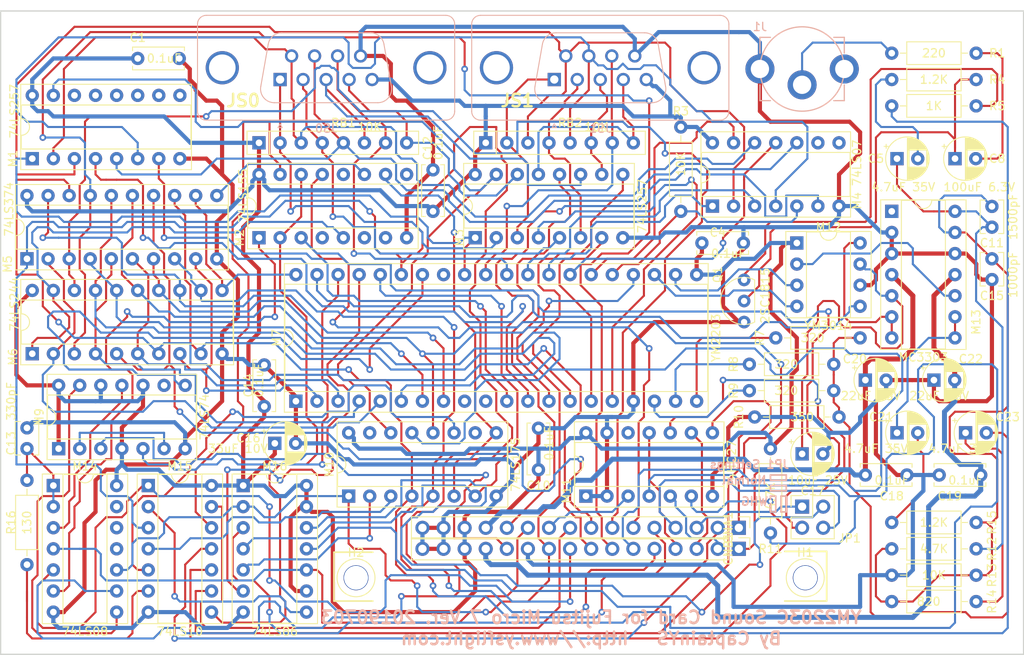
<source format=kicad_pcb>
(kicad_pcb (version 20171130) (host pcbnew "(5.0.2)-1")
  (layers (0 F.Cu signal) (31 B.Cu signal) (34 B.Paste user) (35 F.Paste user) (36 B.SilkS user) (37 F.SilkS user) (38 B.Mask user) (39 F.Mask user) (44 Edge.Cuts user))
  (net 0 "")
  (net 1 "Net-(J1-Pad1)")
  (net 2 "Net-(C8-Pad2)")
  (net 3 +5V)
  (net 4 "Net-(M4-Pad5)")
  (net 5 /~EAB4)
  (net 6 "Net-(M15-Pad6)")
  (net 7 "Net-(C13-Pad1)")
  (net 8 "Net-(C11-Pad2)")
  (net 9 "Net-(C21-Pad2)")
  (net 10 "Net-(C23-Pad1)")
  (net 11 GND)
  (net 12 "Net-(C11-Pad1)")
  (net 13 "Net-(C23-Pad2)")
  (net 14 "Net-(M7-Pad18)")
  (net 15 "Net-(M7-Pad19)")
  (net 16 "Net-(M7-Pad20)")
  (net 17 /ERESET)
  (net 18 "Net-(Q1-Pad3)")
  (net 19 "Net-(C5-Pad2)")
  (net 20 "Net-(C8-Pad1)")
  (net 21 "Net-(JS1-Pad1)")
  (net 22 "Net-(JS1-Pad6)")
  (net 23 "Net-(JS1-Pad2)")
  (net 24 "Net-(JS1-Pad7)")
  (net 25 "Net-(JS1-Pad3)")
  (net 26 "Net-(JS1-Pad8)")
  (net 27 "Net-(JS1-Pad4)")
  (net 28 "Net-(JS0-Pad4)")
  (net 29 "Net-(JS0-Pad8)")
  (net 30 "Net-(JS0-Pad3)")
  (net 31 "Net-(JS0-Pad7)")
  (net 32 "Net-(JS0-Pad2)")
  (net 33 "Net-(JS0-Pad6)")
  (net 34 "Net-(JS0-Pad1)")
  (net 35 "Net-(M12-Pad5)")
  (net 36 "Net-(M12-Pad2)")
  (net 37 "Net-(M12-Pad3)")
  (net 38 "Net-(C17-Pad1)")
  (net 39 "Net-(M12-Pad4)")
  (net 40 "Net-(M12-Pad8)")
  (net 41 /DY1)
  (net 42 /DY2)
  (net 43 /DY3)
  (net 44 /~ERESET)
  (net 45 /DY4)
  (net 46 /DY5)
  (net 47 "Net-(M4-Pad13)")
  (net 48 /DY6)
  (net 49 "Net-(M4-Pad11)")
  (net 50 /DY7)
  (net 51 "Net-(M4-Pad1)")
  (net 52 "Net-(M7-Pad9)")
  (net 53 "Net-(M4-Pad3)")
  (net 54 "Net-(M7-Pad10)")
  (net 55 "Net-(M1-Pad7)")
  (net 56 "Net-(M1-Pad4)")
  (net 57 "Net-(M1-Pad1)")
  (net 58 "Net-(M3-Pad12)")
  (net 59 "Net-(M7-Pad33)")
  (net 60 "Net-(M3-Pad9)")
  (net 61 /~YMCS)
  (net 62 "Net-(M3-Pad7)")
  (net 63 /~YMWR)
  (net 64 "Net-(M3-Pad4)")
  (net 65 /~YMRD)
  (net 66 /YMA0)
  (net 67 /phiM)
  (net 68 /DY0)
  (net 69 /~WFD16)
  (net 70 /EDB4)
  (net 71 /EDB0)
  (net 72 /EDB3)
  (net 73 /EDB6)
  (net 74 /EDB2)
  (net 75 /EDB5)
  (net 76 /EDB1)
  (net 77 /EDB7)
  (net 78 /~RFD16)
  (net 79 "Net-(M1-Pad9)")
  (net 80 "Net-(M1-Pad10)")
  (net 81 "Net-(M1-Pad11)")
  (net 82 "Net-(M1-Pad12)")
  (net 83 "Net-(M1-Pad13)")
  (net 84 "Net-(M1-Pad14)")
  (net 85 /JOYC)
  (net 86 /~IOWR)
  (net 87 "Net-(M2-Pad7)")
  (net 88 /~FD14-FD17)
  (net 89 "Net-(M2-Pad6)")
  (net 90 /EAB0)
  (net 91 "Net-(M2-Pad12)")
  (net 92 "Net-(M2-Pad4)")
  (net 93 /EAB1)
  (net 94 /~WFD15)
  (net 95 "Net-(M2-Pad9)")
  (net 96 /IORD)
  (net 97 "Net-(M10-Pad15)")
  (net 98 "Net-(M10-Pad11)")
  (net 99 "Net-(M10-Pad3)")
  (net 100 "Net-(M10-Pad10)")
  (net 101 "Net-(M10-Pad2)")
  (net 102 /EE)
  (net 103 /~ERW)
  (net 104 "/NOR(A5,A6,A7)")
  (net 105 "/NOR(~EIOS~,~A4~,A3)")
  (net 106 /EAB2)
  (net 107 /EQ)
  (net 108 /EAB4)
  (net 109 /ERW)
  (net 110 "Net-(M4-Pad8)")
  (net 111 "Net-(M4-Pad9)")
  (net 112 /~EIRQ)
  (net 113 "Net-(M14-Pad8)")
  (net 114 "Net-(M9-Pad2)")
  (net 115 "Net-(M14-Pad3)")
  (net 116 /2.5MHz)
  (net 117 "Net-(M9-Pad9)")
  (net 118 "Net-(M14-Pad11)")
  (net 119 "Net-(M14-Pad12)")
  (net 120 "Net-(M14-Pad13)")
  (net 121 -12V)
  (net 122 +12V)
  (net 123 "Net-(C21-Pad1)")
  (net 124 "Net-(M13-Pad1)")
  (net 125 /EAB5)
  (net 126 /~EIOS)
  (net 127 /EAB6)
  (net 128 /EAB7)
  (net 129 /EAB3)
  (net 130 "Net-(M11-Pad12)")
  (net 131 "Net-(H2-Pad1)")
  (net 132 "Net-(H1-Pad1)")
  (net 133 "Net-(JP1-Pad2)")
  (net 134 "Net-(JP1-Pad3)")
  (module Connector_PinHeader_2.54mm:PinHeader_2x02_P2.54mm_Vertical (layer F.Cu) (at 175.26 102.87)
    (fp_text reference JP1 (at 5.715 3.81) (layer F.SilkS))
    (fp_text value FM/WHG)
    (pad 1 thru_hole rect (at 0 0) (size 1.7 1.7) (drill 1) (layers *.Cu *.Mask) (net 108 /EAB4))
    (pad 2 thru_hole oval (at 2.54 0) (size 1.7 1.7) (drill 1) (layers *.Cu *.Mask) (net 133 "Net-(JP1-Pad2)"))
    (pad 3 thru_hole oval (at 0 2.54) (size 1.7 1.7) (drill 1) (layers *.Cu *.Mask) (net 134 "Net-(JP1-Pad3)"))
    (pad 4 thru_hole oval (at 2.54 2.54) (size 1.7 1.7) (drill 1) (layers *.Cu *.Mask) (net 127 /EAB6))
  )
  (module Package_DIP:DIP-14_W7.62mm_Socket (layer F.Cu) (at 149.225 101.6 90)
    (fp_text reference M11 (at 0.635 -2.33 90) (layer F.SilkS))
    (fp_text value 74HC27 (at 3.81 17.57 90) (layer F.SilkS))
    (pad 14 thru_hole oval (at 7.62 0 90) (size 1.6 1.6) (drill 0.8) (layers *.Cu *.Mask) (net 3 +5V))
    (pad 7 thru_hole oval (at 0 15.24 90) (size 1.6 1.6) (drill 0.8) (layers *.Cu *.Mask) (net 11 GND))
    (pad 13 thru_hole oval (at 7.62 2.54 90) (size 1.6 1.6) (drill 0.8) (layers *.Cu *.Mask) (net 11 GND))
    (pad 6 thru_hole oval (at 0 12.7 90) (size 1.6 1.6) (drill 0.8) (layers *.Cu *.Mask) (net 105 "/NOR(~EIOS~,~A4~,A3)"))
    (pad 12 thru_hole oval (at 7.62 5.08 90) (size 1.6 1.6) (drill 0.8) (layers *.Cu *.Mask) (net 130 "Net-(M11-Pad12)"))
    (pad 5 thru_hole oval (at 0 10.16 90) (size 1.6 1.6) (drill 0.8) (layers *.Cu *.Mask) (net 129 /EAB3))
    (pad 11 thru_hole oval (at 7.62 7.62 90) (size 1.6 1.6) (drill 0.8) (layers *.Cu *.Mask) (net 128 /EAB7))
    (pad 4 thru_hole oval (at 0 7.62 90) (size 1.6 1.6) (drill 0.8) (layers *.Cu *.Mask) (net 5 /~EAB4))
    (pad 10 thru_hole oval (at 7.62 10.16 90) (size 1.6 1.6) (drill 0.8) (layers *.Cu *.Mask) (net 134 "Net-(JP1-Pad3)"))
    (pad 3 thru_hole oval (at 0 5.08 90) (size 1.6 1.6) (drill 0.8) (layers *.Cu *.Mask) (net 126 /~EIOS))
    (pad 9 thru_hole oval (at 7.62 12.7 90) (size 1.6 1.6) (drill 0.8) (layers *.Cu *.Mask) (net 125 /EAB5))
    (pad 2 thru_hole oval (at 0 2.54 90) (size 1.6 1.6) (drill 0.8) (layers *.Cu *.Mask) (net 11 GND))
    (pad 8 thru_hole oval (at 7.62 15.24 90) (size 1.6 1.6) (drill 0.8) (layers *.Cu *.Mask) (net 104 "/NOR(A5,A6,A7)"))
    (pad 1 thru_hole rect (at 0 0 90) (size 1.6 1.6) (drill 0.8) (layers *.Cu *.Mask) (net 11 GND))
  )
  (module Capacitor_THT:CP_Radial_D5.0mm_P2.50mm (layer F.Cu) (at 191.135 87.63)
    (fp_text reference C22 (at 4.445 -2.54) (layer F.SilkS))
    (fp_text value "22uF 16V" (at 0.635 1.905) (layer F.SilkS))
    (pad 2 thru_hole circle (at 2.5 0) (size 1.6 1.6) (drill 0.8) (layers *.Cu *.Mask) (net 121 -12V))
    (pad 1 thru_hole rect (at 0 0) (size 1.6 1.6) (drill 0.8) (layers *.Cu *.Mask) (net 11 GND))
  )
  (module Capacitor_THT:CP_Radial_D5.0mm_P2.50mm (layer F.Cu) (at 182.88 87.63)
    (fp_text reference C20 (at -1.27 -2.54) (layer F.SilkS))
    (fp_text value "22uF 16V" (at 0.635 1.905) (layer F.SilkS))
    (pad 2 thru_hole circle (at 2.5 0) (size 1.6 1.6) (drill 0.8) (layers *.Cu *.Mask) (net 11 GND))
    (pad 1 thru_hole rect (at 0 0) (size 1.6 1.6) (drill 0.8) (layers *.Cu *.Mask) (net 122 +12V))
  )
  (module Package_DIP:DIP-40_W15.24mm_Socket (layer F.Cu) (at 114.3 90.17 90)
    (fp_text reference M7 (at 7.62 -2.33 90) (layer F.SilkS))
    (fp_text value YM2203 (at 7.62 50.59 90) (layer F.SilkS))
    (pad 40 thru_hole oval (at 15.24 0 90) (size 1.6 1.6) (drill 0.8) (layers *.Cu *.Mask) (net 68 /DY0))
    (pad 20 thru_hole oval (at 0 48.26 90) (size 1.6 1.6) (drill 0.8) (layers *.Cu *.Mask) (net 16 "Net-(M7-Pad20)"))
    (pad 39 thru_hole oval (at 15.24 2.54 90) (size 1.6 1.6) (drill 0.8) (layers *.Cu *.Mask) (net 35 "Net-(M12-Pad5)"))
    (pad 19 thru_hole oval (at 0 45.72 90) (size 1.6 1.6) (drill 0.8) (layers *.Cu *.Mask) (net 15 "Net-(M7-Pad19)"))
    (pad 38 thru_hole oval (at 15.24 5.08 90) (size 1.6 1.6) (drill 0.8) (layers *.Cu *.Mask) (net 67 /phiM))
    (pad 18 thru_hole oval (at 0 43.18 90) (size 1.6 1.6) (drill 0.8) (layers *.Cu *.Mask) (net 14 "Net-(M7-Pad18)"))
    (pad 37 thru_hole oval (at 15.24 7.62 90) (size 1.6 1.6) (drill 0.8) (layers *.Cu *.Mask) (net 66 /YMA0))
    (pad 17 thru_hole oval (at 0 40.64 90) (size 1.6 1.6) (drill 0.8) (layers *.Cu *.Mask) (net 11 GND))
    (pad 36 thru_hole oval (at 15.24 10.16 90) (size 1.6 1.6) (drill 0.8) (layers *.Cu *.Mask) (net 65 /~YMRD))
    (pad 16 thru_hole oval (at 0 38.1 90) (size 1.6 1.6) (drill 0.8) (layers *.Cu *.Mask) (net 64 "Net-(M3-Pad4)"))
    (pad 35 thru_hole oval (at 15.24 12.7 90) (size 1.6 1.6) (drill 0.8) (layers *.Cu *.Mask) (net 63 /~YMWR))
    (pad 15 thru_hole oval (at 0 35.56 90) (size 1.6 1.6) (drill 0.8) (layers *.Cu *.Mask) (net 62 "Net-(M3-Pad7)"))
    (pad 34 thru_hole oval (at 15.24 15.24 90) (size 1.6 1.6) (drill 0.8) (layers *.Cu *.Mask) (net 61 /~YMCS))
    (pad 14 thru_hole oval (at 0 33.02 90) (size 1.6 1.6) (drill 0.8) (layers *.Cu *.Mask) (net 60 "Net-(M3-Pad9)"))
    (pad 33 thru_hole oval (at 15.24 17.78 90) (size 1.6 1.6) (drill 0.8) (layers *.Cu *.Mask) (net 59 "Net-(M7-Pad33)"))
    (pad 13 thru_hole oval (at 0 30.48 90) (size 1.6 1.6) (drill 0.8) (layers *.Cu *.Mask) (net 58 "Net-(M3-Pad12)"))
    (pad 32 thru_hole oval (at 15.24 20.32 90) (size 1.6 1.6) (drill 0.8) (layers *.Cu *.Mask) (net 57 "Net-(M1-Pad1)"))
    (pad 12 thru_hole oval (at 0 27.94 90) (size 1.6 1.6) (drill 0.8) (layers *.Cu *.Mask) (net 56 "Net-(M1-Pad4)"))
    (pad 31 thru_hole oval (at 15.24 22.86 90) (size 1.6 1.6) (drill 0.8) (layers *.Cu *.Mask) (net 26 "Net-(JS1-Pad8)"))
    (pad 11 thru_hole oval (at 0 25.4 90) (size 1.6 1.6) (drill 0.8) (layers *.Cu *.Mask) (net 55 "Net-(M1-Pad7)"))
    (pad 30 thru_hole oval (at 15.24 25.4 90) (size 1.6 1.6) (drill 0.8) (layers *.Cu *.Mask) (net 29 "Net-(JS0-Pad8)"))
    (pad 10 thru_hole oval (at 0 22.86 90) (size 1.6 1.6) (drill 0.8) (layers *.Cu *.Mask) (net 54 "Net-(M7-Pad10)"))
    (pad 29 thru_hole oval (at 15.24 27.94 90) (size 1.6 1.6) (drill 0.8) (layers *.Cu *.Mask) (net 53 "Net-(M4-Pad3)"))
    (pad 9 thru_hole oval (at 0 20.32 90) (size 1.6 1.6) (drill 0.8) (layers *.Cu *.Mask) (net 52 "Net-(M7-Pad9)"))
    (pad 28 thru_hole oval (at 15.24 30.48 90) (size 1.6 1.6) (drill 0.8) (layers *.Cu *.Mask) (net 51 "Net-(M4-Pad1)"))
    (pad 8 thru_hole oval (at 0 17.78 90) (size 1.6 1.6) (drill 0.8) (layers *.Cu *.Mask) (net 50 /DY7))
    (pad 27 thru_hole oval (at 15.24 33.02 90) (size 1.6 1.6) (drill 0.8) (layers *.Cu *.Mask) (net 49 "Net-(M4-Pad11)"))
    (pad 7 thru_hole oval (at 0 15.24 90) (size 1.6 1.6) (drill 0.8) (layers *.Cu *.Mask) (net 48 /DY6))
    (pad 26 thru_hole oval (at 15.24 35.56 90) (size 1.6 1.6) (drill 0.8) (layers *.Cu *.Mask) (net 47 "Net-(M4-Pad13)"))
    (pad 6 thru_hole oval (at 0 12.7 90) (size 1.6 1.6) (drill 0.8) (layers *.Cu *.Mask) (net 46 /DY5))
    (pad 25 thru_hole oval (at 15.24 38.1 90) (size 1.6 1.6) (drill 0.8) (layers *.Cu *.Mask) (net 4 "Net-(M4-Pad5)"))
    (pad 5 thru_hole oval (at 0 10.16 90) (size 1.6 1.6) (drill 0.8) (layers *.Cu *.Mask) (net 45 /DY4))
    (pad 24 thru_hole oval (at 15.24 40.64 90) (size 1.6 1.6) (drill 0.8) (layers *.Cu *.Mask) (net 44 /~ERESET))
    (pad 4 thru_hole oval (at 0 7.62 90) (size 1.6 1.6) (drill 0.8) (layers *.Cu *.Mask) (net 43 /DY3))
    (pad 23 thru_hole oval (at 15.24 43.18 90) (size 1.6 1.6) (drill 0.8) (layers *.Cu *.Mask) (net 39 "Net-(M12-Pad4)"))
    (pad 3 thru_hole oval (at 0 5.08 90) (size 1.6 1.6) (drill 0.8) (layers *.Cu *.Mask) (net 42 /DY2))
    (pad 22 thru_hole oval (at 15.24 45.72 90) (size 1.6 1.6) (drill 0.8) (layers *.Cu *.Mask) (net 37 "Net-(M12-Pad3)"))
    (pad 2 thru_hole oval (at 0 2.54 90) (size 1.6 1.6) (drill 0.8) (layers *.Cu *.Mask) (net 41 /DY1))
    (pad 21 thru_hole oval (at 15.24 48.26 90) (size 1.6 1.6) (drill 0.8) (layers *.Cu *.Mask) (net 3 +5V))
    (pad 1 thru_hole rect (at 0 0 90) (size 1.6 1.6) (drill 0.8) (layers *.Cu *.Mask) (net 11 GND))
  )
  (module Package_DIP:DIP-16_W7.62mm_Socket (layer F.Cu) (at 82.55 60.96 90)
    (fp_text reference M1 (at 0 -2.33 90) (layer F.SilkS))
    (fp_text value 74LS257 (at 5.715 -2.159 90) (layer F.SilkS))
    (pad 16 thru_hole oval (at 7.62 0 90) (size 1.6 1.6) (drill 0.8) (layers *.Cu *.Mask) (net 3 +5V))
    (pad 8 thru_hole oval (at 0 17.78 90) (size 1.6 1.6) (drill 0.8) (layers *.Cu *.Mask) (net 11 GND))
    (pad 15 thru_hole oval (at 7.62 2.54 90) (size 1.6 1.6) (drill 0.8) (layers *.Cu *.Mask) (net 85 /JOYC))
    (pad 7 thru_hole oval (at 0 15.24 90) (size 1.6 1.6) (drill 0.8) (layers *.Cu *.Mask) (net 55 "Net-(M1-Pad7)"))
    (pad 14 thru_hole oval (at 7.62 5.08 90) (size 1.6 1.6) (drill 0.8) (layers *.Cu *.Mask) (net 84 "Net-(M1-Pad14)"))
    (pad 6 thru_hole oval (at 0 12.7 90) (size 1.6 1.6) (drill 0.8) (layers *.Cu *.Mask) (net 24 "Net-(JS1-Pad7)"))
    (pad 13 thru_hole oval (at 7.62 7.62 90) (size 1.6 1.6) (drill 0.8) (layers *.Cu *.Mask) (net 83 "Net-(M1-Pad13)"))
    (pad 5 thru_hole oval (at 0 10.16 90) (size 1.6 1.6) (drill 0.8) (layers *.Cu *.Mask) (net 31 "Net-(JS0-Pad7)"))
    (pad 12 thru_hole oval (at 7.62 10.16 90) (size 1.6 1.6) (drill 0.8) (layers *.Cu *.Mask) (net 82 "Net-(M1-Pad12)"))
    (pad 4 thru_hole oval (at 0 7.62 90) (size 1.6 1.6) (drill 0.8) (layers *.Cu *.Mask) (net 56 "Net-(M1-Pad4)"))
    (pad 11 thru_hole oval (at 7.62 12.7 90) (size 1.6 1.6) (drill 0.8) (layers *.Cu *.Mask) (net 81 "Net-(M1-Pad11)"))
    (pad 3 thru_hole oval (at 0 5.08 90) (size 1.6 1.6) (drill 0.8) (layers *.Cu *.Mask) (net 22 "Net-(JS1-Pad6)"))
    (pad 10 thru_hole oval (at 7.62 15.24 90) (size 1.6 1.6) (drill 0.8) (layers *.Cu *.Mask) (net 80 "Net-(M1-Pad10)"))
    (pad 2 thru_hole oval (at 0 2.54 90) (size 1.6 1.6) (drill 0.8) (layers *.Cu *.Mask) (net 33 "Net-(JS0-Pad6)"))
    (pad 9 thru_hole oval (at 7.62 17.78 90) (size 1.6 1.6) (drill 0.8) (layers *.Cu *.Mask) (net 79 "Net-(M1-Pad9)"))
    (pad 1 thru_hole rect (at 0 0 90) (size 1.6 1.6) (drill 0.8) (layers *.Cu *.Mask) (net 57 "Net-(M1-Pad1)"))
  )
  (module Transistors:NPN_Transistor (layer F.Cu) (at 168.275 80.645 90)
    (fp_text reference Q1 (at 5.715 -3.175 90) (layer F.SilkS))
    (fp_text value 2SC1815 (at 3.175 2.54 90) (layer F.SilkS))
    (pad 3 thru_hole circle (at 5.08 0 90) (size 1.524 1.524) (drill 0.762) (layers *.Cu *.Mask) (net 18 "Net-(Q1-Pad3)"))
    (pad 2 thru_hole circle (at 2.54 0 90) (size 1.524 1.524) (drill 0.762) (layers *.Cu *.Mask) (net 20 "Net-(C8-Pad1)"))
    (pad 1 thru_hole circle (at 0 0 90) (size 1.524 1.524) (drill 0.762) (layers *.Cu *.Mask) (net 11 GND))
  )
  (module "Audio Connectors:RCA Female" (layer B.Cu) (at 170.18 50.165)
    (fp_text reference J1 (at 0 -5.08) (layer B.SilkS) (effects (justify mirror)))
    (fp_text value RCA_Out)
    (pad "" thru_hole circle (at 10.16 0) (size 3.5 3.5) (drill 2.2) (layers *.Cu *.Mask))
    (pad 1 thru_hole circle (at 5.08 1.905) (size 3.5 3.5) (drill 2.2) (layers *.Cu *.Mask) (net 1 "Net-(J1-Pad1)"))
    (pad 2 thru_hole circle (at 0 0) (size 3.5 3.5) (drill 2.2) (layers *.Cu *.Mask) (net 11 GND))
  )
  (module Connector_Dsub:DSUB-9_Male_Vertical_P2.77x2.84mm_MountingHoles (layer B.Cu) (at 112.395 51.435)
    (fp_text reference JS0 (at 5.54 5.89) (layer B.SilkS) (effects (justify mirror)))
    (fp_text value DB9_Male)
    (pad 0 thru_hole circle (at 18.04 -1.42) (size 4 4) (drill 3.2) (layers *.Cu *.Mask))
    (pad 0 thru_hole circle (at -6.96 -1.42) (size 4 4) (drill 3.2) (layers *.Cu *.Mask))
    (pad 9 thru_hole circle (at 9.695 -2.84) (size 1.6 1.6) (drill 1) (layers *.Cu *.Mask) (net 11 GND))
    (pad 8 thru_hole circle (at 6.925 -2.84) (size 1.6 1.6) (drill 1) (layers *.Cu *.Mask) (net 29 "Net-(JS0-Pad8)"))
    (pad 7 thru_hole circle (at 4.155 -2.84) (size 1.6 1.6) (drill 1) (layers *.Cu *.Mask) (net 31 "Net-(JS0-Pad7)"))
    (pad 6 thru_hole circle (at 1.385 -2.84) (size 1.6 1.6) (drill 1) (layers *.Cu *.Mask) (net 33 "Net-(JS0-Pad6)"))
    (pad 5 thru_hole circle (at 11.08 0) (size 1.6 1.6) (drill 1) (layers *.Cu *.Mask) (net 3 +5V))
    (pad 4 thru_hole circle (at 8.31 0) (size 1.6 1.6) (drill 1) (layers *.Cu *.Mask) (net 28 "Net-(JS0-Pad4)"))
    (pad 3 thru_hole circle (at 5.54 0) (size 1.6 1.6) (drill 1) (layers *.Cu *.Mask) (net 30 "Net-(JS0-Pad3)"))
    (pad 2 thru_hole circle (at 2.77 0) (size 1.6 1.6) (drill 1) (layers *.Cu *.Mask) (net 32 "Net-(JS0-Pad2)"))
    (pad 1 thru_hole rect (at 0 0) (size 1.6 1.6) (drill 1) (layers *.Cu *.Mask) (net 34 "Net-(JS0-Pad1)"))
  )
  (module Package_DIP:DIP-14_W7.62mm_Socket (layer F.Cu) (at 85.725 95.885 90)
    (fp_text reference M9 (at 3.81 -2.33 90) (layer F.SilkS))
    (fp_text value 74LS74 (at 3.81 17.57 90) (layer F.SilkS))
    (pad 14 thru_hole oval (at 7.62 0 90) (size 1.6 1.6) (drill 0.8) (layers *.Cu *.Mask) (net 3 +5V))
    (pad 7 thru_hole oval (at 0 15.24 90) (size 1.6 1.6) (drill 0.8) (layers *.Cu *.Mask) (net 11 GND))
    (pad 13 thru_hole oval (at 7.62 2.54 90) (size 1.6 1.6) (drill 0.8) (layers *.Cu *.Mask) (net 113 "Net-(M14-Pad8)"))
    (pad 6 thru_hole oval (at 0 12.7 90) (size 1.6 1.6) (drill 0.8) (layers *.Cu *.Mask) (net 114 "Net-(M9-Pad2)"))
    (pad 12 thru_hole oval (at 7.62 5.08 90) (size 1.6 1.6) (drill 0.8) (layers *.Cu *.Mask) (net 3 +5V))
    (pad 5 thru_hole oval (at 0 10.16 90) (size 1.6 1.6) (drill 0.8) (layers *.Cu *.Mask) (net 67 /phiM))
    (pad 11 thru_hole oval (at 7.62 7.62 90) (size 1.6 1.6) (drill 0.8) (layers *.Cu *.Mask) (net 115 "Net-(M14-Pad3)"))
    (pad 4 thru_hole oval (at 0 7.62 90) (size 1.6 1.6) (drill 0.8) (layers *.Cu *.Mask) (net 3 +5V))
    (pad 10 thru_hole oval (at 7.62 10.16 90) (size 1.6 1.6) (drill 0.8) (layers *.Cu *.Mask) (net 3 +5V))
    (pad 3 thru_hole oval (at 0 5.08 90) (size 1.6 1.6) (drill 0.8) (layers *.Cu *.Mask) (net 116 /2.5MHz))
    (pad 9 thru_hole oval (at 7.62 12.7 90) (size 1.6 1.6) (drill 0.8) (layers *.Cu *.Mask) (net 117 "Net-(M9-Pad9)"))
    (pad 2 thru_hole oval (at 0 2.54 90) (size 1.6 1.6) (drill 0.8) (layers *.Cu *.Mask) (net 114 "Net-(M9-Pad2)"))
    (pad 8 thru_hole oval (at 7.62 15.24 90) (size 1.6 1.6) (drill 0.8) (layers *.Cu *.Mask) (net 61 /~YMCS))
    (pad 1 thru_hole rect (at 0 0 90) (size 1.6 1.6) (drill 0.8) (layers *.Cu *.Mask) (net 3 +5V))
  )
  (module Package_DIP:DIP-16_W7.62mm_Socket (layer F.Cu) (at 135.89 70.485 90)
    (fp_text reference M3 (at 0 -1.905 90) (layer F.SilkS))
    (fp_text value 74LS257 (at 3.81 20.11 90) (layer F.SilkS))
    (pad 16 thru_hole oval (at 7.62 0 90) (size 1.6 1.6) (drill 0.8) (layers *.Cu *.Mask) (net 3 +5V))
    (pad 8 thru_hole oval (at 0 17.78 90) (size 1.6 1.6) (drill 0.8) (layers *.Cu *.Mask) (net 11 GND))
    (pad 15 thru_hole oval (at 7.62 2.54 90) (size 1.6 1.6) (drill 0.8) (layers *.Cu *.Mask) (net 85 /JOYC))
    (pad 7 thru_hole oval (at 0 15.24 90) (size 1.6 1.6) (drill 0.8) (layers *.Cu *.Mask) (net 62 "Net-(M3-Pad7)"))
    (pad 14 thru_hole oval (at 7.62 5.08 90) (size 1.6 1.6) (drill 0.8) (layers *.Cu *.Mask) (net 28 "Net-(JS0-Pad4)"))
    (pad 6 thru_hole oval (at 0 12.7 90) (size 1.6 1.6) (drill 0.8) (layers *.Cu *.Mask) (net 23 "Net-(JS1-Pad2)"))
    (pad 13 thru_hole oval (at 7.62 7.62 90) (size 1.6 1.6) (drill 0.8) (layers *.Cu *.Mask) (net 27 "Net-(JS1-Pad4)"))
    (pad 5 thru_hole oval (at 0 10.16 90) (size 1.6 1.6) (drill 0.8) (layers *.Cu *.Mask) (net 32 "Net-(JS0-Pad2)"))
    (pad 12 thru_hole oval (at 7.62 10.16 90) (size 1.6 1.6) (drill 0.8) (layers *.Cu *.Mask) (net 58 "Net-(M3-Pad12)"))
    (pad 4 thru_hole oval (at 0 7.62 90) (size 1.6 1.6) (drill 0.8) (layers *.Cu *.Mask) (net 64 "Net-(M3-Pad4)"))
    (pad 11 thru_hole oval (at 7.62 12.7 90) (size 1.6 1.6) (drill 0.8) (layers *.Cu *.Mask) (net 30 "Net-(JS0-Pad3)"))
    (pad 3 thru_hole oval (at 0 5.08 90) (size 1.6 1.6) (drill 0.8) (layers *.Cu *.Mask) (net 21 "Net-(JS1-Pad1)"))
    (pad 10 thru_hole oval (at 7.62 15.24 90) (size 1.6 1.6) (drill 0.8) (layers *.Cu *.Mask) (net 25 "Net-(JS1-Pad3)"))
    (pad 2 thru_hole oval (at 0 2.54 90) (size 1.6 1.6) (drill 0.8) (layers *.Cu *.Mask) (net 34 "Net-(JS0-Pad1)"))
    (pad 9 thru_hole oval (at 7.62 17.78 90) (size 1.6 1.6) (drill 0.8) (layers *.Cu *.Mask) (net 60 "Net-(M3-Pad9)"))
    (pad 1 thru_hole rect (at 0 0 90) (size 1.6 1.6) (drill 0.8) (layers *.Cu *.Mask) (net 57 "Net-(M1-Pad1)"))
  )
  (module Package_DIP:DIP-16_W7.62mm_Socket (layer F.Cu) (at 120.65 101.6 90)
    (fp_text reference M10 (at 3.81 -2.33 90) (layer F.SilkS))
    (fp_text value 74LS175 (at 3.81 20.11 90) (layer F.SilkS))
    (pad 16 thru_hole oval (at 7.62 0 90) (size 1.6 1.6) (drill 0.8) (layers *.Cu *.Mask) (net 3 +5V))
    (pad 8 thru_hole oval (at 0 17.78 90) (size 1.6 1.6) (drill 0.8) (layers *.Cu *.Mask) (net 11 GND))
    (pad 15 thru_hole oval (at 7.62 2.54 90) (size 1.6 1.6) (drill 0.8) (layers *.Cu *.Mask) (net 97 "Net-(M10-Pad15)"))
    (pad 7 thru_hole oval (at 0 15.24 90) (size 1.6 1.6) (drill 0.8) (layers *.Cu *.Mask) (net 65 /~YMRD))
    (pad 14 thru_hole oval (at 7.62 5.08 90) (size 1.6 1.6) (drill 0.8) (layers *.Cu *.Mask) (net 85 /JOYC))
    (pad 6 thru_hole oval (at 0 12.7 90) (size 1.6 1.6) (drill 0.8) (layers *.Cu *.Mask) (net 63 /~YMWR))
    (pad 13 thru_hole oval (at 7.62 7.62 90) (size 1.6 1.6) (drill 0.8) (layers *.Cu *.Mask) (net 72 /EDB3))
    (pad 5 thru_hole oval (at 0 10.16 90) (size 1.6 1.6) (drill 0.8) (layers *.Cu *.Mask) (net 76 /EDB1))
    (pad 12 thru_hole oval (at 7.62 10.16 90) (size 1.6 1.6) (drill 0.8) (layers *.Cu *.Mask) (net 74 /EDB2))
    (pad 4 thru_hole oval (at 0 7.62 90) (size 1.6 1.6) (drill 0.8) (layers *.Cu *.Mask) (net 71 /EDB0))
    (pad 11 thru_hole oval (at 7.62 12.7 90) (size 1.6 1.6) (drill 0.8) (layers *.Cu *.Mask) (net 98 "Net-(M10-Pad11)"))
    (pad 3 thru_hole oval (at 0 5.08 90) (size 1.6 1.6) (drill 0.8) (layers *.Cu *.Mask) (net 99 "Net-(M10-Pad3)"))
    (pad 10 thru_hole oval (at 7.62 15.24 90) (size 1.6 1.6) (drill 0.8) (layers *.Cu *.Mask) (net 100 "Net-(M10-Pad10)"))
    (pad 2 thru_hole oval (at 0 2.54 90) (size 1.6 1.6) (drill 0.8) (layers *.Cu *.Mask) (net 101 "Net-(M10-Pad2)"))
    (pad 9 thru_hole oval (at 7.62 17.78 90) (size 1.6 1.6) (drill 0.8) (layers *.Cu *.Mask) (net 94 /~WFD15))
    (pad 1 thru_hole rect (at 0 0 90) (size 1.6 1.6) (drill 0.8) (layers *.Cu *.Mask) (net 44 /~ERESET))
  )
  (module Capacitor_THT:CP_Radial_D5.0mm_P2.50mm (layer F.Cu) (at 175.26 96.52)
    (fp_text reference C17 (at 1.27 4.445) (layer F.SilkS))
    (fp_text value "10uF 25V" (at 1.905 3.175) (layer F.SilkS))
    (pad 2 thru_hole circle (at 2.5 0) (size 1.6 1.6) (drill 0.8) (layers *.Cu *.Mask) (net 11 GND))
    (pad 1 thru_hole rect (at 0 0) (size 1.6 1.6) (drill 0.8) (layers *.Cu *.Mask) (net 38 "Net-(C17-Pad1)"))
  )
  (module Capacitor_THT:C_Disc_D6.0mm_W2.5mm_P5.00mm (layer F.Cu) (at 191.77 99.06)
    (fp_text reference C19 (at 1.27 2.54) (layer F.SilkS))
    (fp_text value 0.1uF (at 3.175 0.635) (layer F.SilkS))
    (pad 2 thru_hole circle (at 5 0) (size 1.6 1.6) (drill 0.8) (layers *.Cu *.Mask) (net 121 -12V))
    (pad 1 thru_hole circle (at 0 0) (size 1.6 1.6) (drill 0.8) (layers *.Cu *.Mask) (net 11 GND))
  )
  (module Capacitor_THT:C_Disc_D6.0mm_W2.5mm_P5.00mm (layer F.Cu) (at 182.88 99.06)
    (fp_text reference C18 (at 3.175 2.54) (layer F.SilkS))
    (fp_text value 0.1uF (at 3.175 0.635) (layer F.SilkS))
    (pad 2 thru_hole circle (at 5 0) (size 1.6 1.6) (drill 0.8) (layers *.Cu *.Mask) (net 11 GND))
    (pad 1 thru_hole circle (at 0 0) (size 1.6 1.6) (drill 0.8) (layers *.Cu *.Mask) (net 122 +12V))
  )
  (module Capacitor_THT:C_Disc_D6.0mm_W2.5mm_P5.00mm (layer F.Cu) (at 110.49 90.805 90)
    (fp_text reference C14 (at 2.54 -1.905 90) (layer F.SilkS))
    (fp_text value 0.1uF (at 3.175 -0.635 90) (layer F.SilkS))
    (pad 2 thru_hole circle (at 5 0 90) (size 1.6 1.6) (drill 0.8) (layers *.Cu *.Mask) (net 11 GND))
    (pad 1 thru_hole circle (at 0 0 90) (size 1.6 1.6) (drill 0.8) (layers *.Cu *.Mask) (net 3 +5V))
  )
  (module Capacitor_THT:C_Disc_D6.0mm_W2.5mm_P5.00mm (layer F.Cu) (at 130.81 67.31 90)
    (fp_text reference C12 (at 7.62 -0.635 90) (layer F.SilkS))
    (fp_text value 0.1uF (at 8.255 0.635 90) (layer F.SilkS))
    (pad 2 thru_hole circle (at 5 0 90) (size 1.6 1.6) (drill 0.8) (layers *.Cu *.Mask) (net 11 GND))
    (pad 1 thru_hole circle (at 0 0 90) (size 1.6 1.6) (drill 0.8) (layers *.Cu *.Mask) (net 3 +5V))
  )
  (module Capacitor_THT:C_Disc_D6.0mm_W2.5mm_P5.00mm (layer F.Cu) (at 143.51 98.425 90)
    (fp_text reference C10 (at -1.905 0 180) (layer F.SilkS))
    (fp_text value 0.1uF (at 3.175 1.27 90) (layer F.SilkS))
    (pad 2 thru_hole circle (at 5 0 90) (size 1.6 1.6) (drill 0.8) (layers *.Cu *.Mask) (net 11 GND))
    (pad 1 thru_hole circle (at 0 0 90) (size 1.6 1.6) (drill 0.8) (layers *.Cu *.Mask) (net 3 +5V))
  )
  (module Capacitor_THT:C_Disc_D6.0mm_W2.5mm_P5.00mm (layer F.Cu) (at 163.195 71.12)
    (fp_text reference C4 (at 1.905 -1.27) (layer F.SilkS))
    (fp_text value 0.1uF (at 3.175 1.27) (layer F.SilkS))
    (pad 2 thru_hole circle (at 5 0) (size 1.6 1.6) (drill 0.8) (layers *.Cu *.Mask) (net 11 GND))
    (pad 1 thru_hole circle (at 0 0) (size 1.6 1.6) (drill 0.8) (layers *.Cu *.Mask) (net 3 +5V))
  )
  (module Capacitor_THT:C_Disc_D6.0mm_W2.5mm_P5.00mm (layer F.Cu) (at 95.25 48.895)
    (fp_text reference C1 (at 0 -2.5) (layer F.SilkS))
    (fp_text value 0.1uF (at 3.175 0) (layer F.SilkS))
    (pad 2 thru_hole circle (at 5 0) (size 1.6 1.6) (drill 0.8) (layers *.Cu *.Mask) (net 11 GND))
    (pad 1 thru_hole circle (at 0 0) (size 1.6 1.6) (drill 0.8) (layers *.Cu *.Mask) (net 3 +5V))
  )
  (module TestPoint:TestPoint_Plated_Hole_D3.0mm (layer F.Cu) (at 175.641 111.437)
    (fp_text reference H1 (at 0 -3.048) (layer F.SilkS))
    (fp_text value SH)
    (pad 1 thru_hole circle (at 0 0) (size 3 3) (drill 2.85) (layers *.Cu *.Mask) (net 132 "Net-(H1-Pad1)"))
  )
  (module TestPoint:TestPoint_Plated_Hole_D3.0mm (layer F.Cu) (at 121.539 111.437)
    (fp_text reference H2 (at 0 -3.048) (layer F.SilkS))
    (fp_text value SH)
    (pad 1 thru_hole circle (at 0 0) (size 3 3) (drill 2.85) (layers *.Cu *.Mask) (net 131 "Net-(H2-Pad1)"))
  )
  (module Capacitor_THT:C_Disc_D3.8mm_W2.6mm_P2.50mm (layer F.Cu) (at 81.915 95.885 90)
    (fp_text reference C13 (at 0.635 -1.905 90) (layer F.SilkS))
    (fp_text value 330pF (at 5.715 -1.905 90) (layer F.SilkS))
    (pad 2 thru_hole circle (at 2.5 0 90) (size 1.6 1.6) (drill 0.8) (layers *.Cu *.Mask) (net 11 GND))
    (pad 1 thru_hole circle (at 0 0 90) (size 1.6 1.6) (drill 0.8) (layers *.Cu *.Mask) (net 7 "Net-(C13-Pad1)"))
  )
  (module Capacitor_THT:C_Disc_D3.8mm_W2.6mm_P2.50mm (layer F.Cu) (at 198.12 73.025 270)
    (fp_text reference C15 (at 4.445 0) (layer F.SilkS))
    (fp_text value 1000pF (at 1.905 -2.54 270) (layer F.SilkS))
    (pad 2 thru_hole circle (at 2.5 0 270) (size 1.6 1.6) (drill 0.8) (layers *.Cu *.Mask) (net 11 GND))
    (pad 1 thru_hole circle (at 0 0 270) (size 1.6 1.6) (drill 0.8) (layers *.Cu *.Mask) (net 8 "Net-(C11-Pad2)"))
  )
  (module Capacitor_THT:C_Disc_D3.8mm_W2.6mm_P2.50mm (layer F.Cu) (at 198.12 69.215 90)
    (fp_text reference C11 (at -1.905 0 180) (layer F.SilkS))
    (fp_text value 1500pF (at 1.27 2.54 270) (layer F.SilkS))
    (pad 1 thru_hole circle (at 0 0 90) (size 1.6 1.6) (drill 0.8) (layers *.Cu *.Mask) (net 12 "Net-(C11-Pad1)"))
    (pad 2 thru_hole circle (at 2.5 0 90) (size 1.6 1.6) (drill 0.8) (layers *.Cu *.Mask) (net 8 "Net-(C11-Pad2)"))
  )
  (module Capacitor_THT:CP_Radial_D5.0mm_P2.50mm (layer F.Cu) (at 194.945 93.98)
    (fp_text reference C23 (at 5.08 -1.905) (layer F.SilkS))
    (fp_text value "4.7uF 35V" (at -0.635 1.905) (layer F.SilkS))
    (pad 1 thru_hole rect (at 0 0) (size 1.6 1.6) (drill 0.8) (layers *.Cu *.Mask) (net 10 "Net-(C23-Pad1)"))
    (pad 2 thru_hole circle (at 2.5 0) (size 1.6 1.6) (drill 0.8) (layers *.Cu *.Mask) (net 13 "Net-(C23-Pad2)"))
  )
  (module Capacitor_THT:CP_Radial_D5.0mm_P2.50mm (layer F.Cu) (at 186.69 60.96)
    (fp_text reference C5 (at -2.54 0) (layer F.SilkS))
    (fp_text value "4.7uF 35V" (at 0.762 3.429) (layer F.SilkS))
    (pad 2 thru_hole circle (at 2.5 0) (size 1.6 1.6) (drill 0.8) (layers *.Cu *.Mask) (net 19 "Net-(C5-Pad2)"))
    (pad 1 thru_hole rect (at 0 0) (size 1.6 1.6) (drill 0.8) (layers *.Cu *.Mask) (net 12 "Net-(C11-Pad1)"))
  )
  (module Capacitor_THT:CP_Radial_D5.0mm_P2.50mm (layer F.Cu) (at 193.675 60.96)
    (fp_text reference C8 (at 5.08 0) (layer F.SilkS))
    (fp_text value "100uF 6.3V" (at 2.921 3.429) (layer F.SilkS))
    (pad 2 thru_hole circle (at 2.5 0) (size 1.6 1.6) (drill 0.8) (layers *.Cu *.Mask) (net 2 "Net-(C8-Pad2)"))
    (pad 1 thru_hole rect (at 0 0) (size 1.6 1.6) (drill 0.8) (layers *.Cu *.Mask) (net 20 "Net-(C8-Pad1)"))
  )
  (module Capacitor_THT:CP_Radial_D5.0mm_P2.50mm (layer F.Cu) (at 186.69 93.98)
    (fp_text reference C21 (at -1.905 -1.905) (layer F.SilkS))
    (fp_text value "4.7uF 35V" (at -2.54 1.905) (layer F.SilkS))
    (pad 2 thru_hole circle (at 2.5 0) (size 1.6 1.6) (drill 0.8) (layers *.Cu *.Mask) (net 9 "Net-(C21-Pad2)"))
    (pad 1 thru_hole rect (at 0 0) (size 1.6 1.6) (drill 0.8) (layers *.Cu *.Mask) (net 123 "Net-(C21-Pad1)"))
  )
  (module Capacitor_THT:CP_Radial_D5.0mm_P2.50mm (layer F.Cu) (at 111.76 95.25)
    (fp_text reference C16 (at -3.175 -0.635) (layer F.SilkS))
    (fp_text value "33uF 10V" (at -4.445 0.635) (layer F.SilkS))
    (pad 2 thru_hole circle (at 2.5 0) (size 1.6 1.6) (drill 0.8) (layers *.Cu *.Mask) (net 11 GND))
    (pad 1 thru_hole rect (at 0 0) (size 1.6 1.6) (drill 0.8) (layers *.Cu *.Mask) (net 3 +5V))
  )
  (module Connector_Dsub:DSUB-9_Male_Vertical_P2.77x2.84mm_MountingHoles (layer B.Cu) (at 145.415 51.435)
    (fp_text reference JS1 (at 5.54 5.89) (layer B.SilkS) (effects (justify mirror)))
    (fp_text value DB9_Male)
    (pad 0 thru_hole circle (at 18.04 -1.42) (size 4 4) (drill 3.2) (layers *.Cu *.Mask))
    (pad 0 thru_hole circle (at -6.96 -1.42) (size 4 4) (drill 3.2) (layers *.Cu *.Mask))
    (pad 9 thru_hole circle (at 9.695 -2.84) (size 1.6 1.6) (drill 1) (layers *.Cu *.Mask) (net 11 GND))
    (pad 8 thru_hole circle (at 6.925 -2.84) (size 1.6 1.6) (drill 1) (layers *.Cu *.Mask) (net 26 "Net-(JS1-Pad8)"))
    (pad 7 thru_hole circle (at 4.155 -2.84) (size 1.6 1.6) (drill 1) (layers *.Cu *.Mask) (net 24 "Net-(JS1-Pad7)"))
    (pad 6 thru_hole circle (at 1.385 -2.84) (size 1.6 1.6) (drill 1) (layers *.Cu *.Mask) (net 22 "Net-(JS1-Pad6)"))
    (pad 5 thru_hole circle (at 11.08 0) (size 1.6 1.6) (drill 1) (layers *.Cu *.Mask) (net 3 +5V))
    (pad 4 thru_hole circle (at 8.31 0) (size 1.6 1.6) (drill 1) (layers *.Cu *.Mask) (net 27 "Net-(JS1-Pad4)"))
    (pad 3 thru_hole circle (at 5.54 0) (size 1.6 1.6) (drill 1) (layers *.Cu *.Mask) (net 25 "Net-(JS1-Pad3)"))
    (pad 2 thru_hole circle (at 2.77 0) (size 1.6 1.6) (drill 1) (layers *.Cu *.Mask) (net 23 "Net-(JS1-Pad2)"))
    (pad 1 thru_hole rect (at 0 0) (size 1.6 1.6) (drill 1) (layers *.Cu *.Mask) (net 21 "Net-(JS1-Pad1)"))
  )
  (module Connector_PinHeader_2.54mm:PinHeader_1x16_P2.54mm_Vertical (layer F.Cu) (at 167.64 105.42 270)
    (fp_text reference CNA1 (at -0.01 1.27 270) (layer F.SilkS))
    (fp_text value FCN32)
    (pad 16 thru_hole oval (at 0 38.1 270) (size 1.7 1.7) (drill 1) (layers *.Cu *.Mask) (net 11 GND))
    (pad 15 thru_hole oval (at 0 35.56 270) (size 1.7 1.7) (drill 1) (layers *.Cu *.Mask) (net 11 GND))
    (pad 14 thru_hole oval (at 0 33.02 270) (size 1.7 1.7) (drill 1) (layers *.Cu *.Mask) (net 3 +5V))
    (pad 13 thru_hole oval (at 0 30.48 270) (size 1.7 1.7) (drill 1) (layers *.Cu *.Mask) (net 122 +12V))
    (pad 12 thru_hole oval (at 0 27.94 270) (size 1.7 1.7) (drill 1) (layers *.Cu *.Mask) (net 112 /~EIRQ))
    (pad 11 thru_hole oval (at 0 25.4 270) (size 1.7 1.7) (drill 1) (layers *.Cu *.Mask) (net 109 /ERW))
    (pad 10 thru_hole oval (at 0 22.86 270) (size 1.7 1.7) (drill 1) (layers *.Cu *.Mask) (net 126 /~EIOS))
    (pad 9 thru_hole oval (at 0 20.32 270) (size 1.7 1.7) (drill 1) (layers *.Cu *.Mask) (net 107 /EQ))
    (pad 8 thru_hole oval (at 0 17.78 270) (size 1.7 1.7) (drill 1) (layers *.Cu *.Mask) (net 73 /EDB6))
    (pad 7 thru_hole oval (at 0 15.24 270) (size 1.7 1.7) (drill 1) (layers *.Cu *.Mask) (net 70 /EDB4))
    (pad 6 thru_hole oval (at 0 12.7 270) (size 1.7 1.7) (drill 1) (layers *.Cu *.Mask) (net 74 /EDB2))
    (pad 5 thru_hole oval (at 0 10.16 270) (size 1.7 1.7) (drill 1) (layers *.Cu *.Mask) (net 71 /EDB0))
    (pad 4 thru_hole oval (at 0 7.62 270) (size 1.7 1.7) (drill 1) (layers *.Cu *.Mask) (net 127 /EAB6))
    (pad 3 thru_hole oval (at 0 5.08 270) (size 1.7 1.7) (drill 1) (layers *.Cu *.Mask) (net 108 /EAB4))
    (pad 2 thru_hole oval (at 0 2.54 270) (size 1.7 1.7) (drill 1) (layers *.Cu *.Mask) (net 106 /EAB2))
    (pad 1 thru_hole rect (at 0 0 270) (size 1.7 1.7) (drill 1) (layers *.Cu *.Mask) (net 90 /EAB0))
  )
  (module Connector_PinHeader_2.54mm:PinHeader_1x16_P2.54mm_Vertical (layer F.Cu) (at 167.64 107.95 270)
    (fp_text reference CNB1 (at 0 1.27 270) (layer F.SilkS))
    (fp_text value FCN32)
    (pad 16 thru_hole oval (at 0 38.1 270) (size 1.7 1.7) (drill 1) (layers *.Cu *.Mask) (net 11 GND))
    (pad 15 thru_hole oval (at 0 35.56 270) (size 1.7 1.7) (drill 1) (layers *.Cu *.Mask) (net 11 GND))
    (pad 14 thru_hole oval (at 0 33.02 270) (size 1.7 1.7) (drill 1) (layers *.Cu *.Mask) (net 3 +5V))
    (pad 13 thru_hole oval (at 0 30.48 270) (size 1.7 1.7) (drill 1) (layers *.Cu *.Mask) (net 121 -12V))
    (pad 12 thru_hole oval (at 0 27.94 270) (size 1.7 1.7) (drill 1) (layers *.Cu *.Mask) (net 116 /2.5MHz))
    (pad 11 thru_hole oval (at 0 25.4 270) (size 1.7 1.7) (drill 1) (layers *.Cu *.Mask) (net 11 GND))
    (pad 10 thru_hole oval (at 0 22.86 270) (size 1.7 1.7) (drill 1) (layers *.Cu *.Mask) (net 44 /~ERESET))
    (pad 9 thru_hole oval (at 0 20.32 270) (size 1.7 1.7) (drill 1) (layers *.Cu *.Mask) (net 102 /EE))
    (pad 8 thru_hole oval (at 0 17.78 270) (size 1.7 1.7) (drill 1) (layers *.Cu *.Mask) (net 77 /EDB7))
    (pad 7 thru_hole oval (at 0 15.24 270) (size 1.7 1.7) (drill 1) (layers *.Cu *.Mask) (net 75 /EDB5))
    (pad 6 thru_hole oval (at 0 12.7 270) (size 1.7 1.7) (drill 1) (layers *.Cu *.Mask) (net 72 /EDB3))
    (pad 5 thru_hole oval (at 0 10.16 270) (size 1.7 1.7) (drill 1) (layers *.Cu *.Mask) (net 76 /EDB1))
    (pad 4 thru_hole oval (at 0 7.62 270) (size 1.7 1.7) (drill 1) (layers *.Cu *.Mask) (net 128 /EAB7))
    (pad 3 thru_hole oval (at 0 5.08 270) (size 1.7 1.7) (drill 1) (layers *.Cu *.Mask) (net 125 /EAB5))
    (pad 2 thru_hole oval (at 0 2.54 270) (size 1.7 1.7) (drill 1) (layers *.Cu *.Mask) (net 129 /EAB3))
    (pad 1 thru_hole rect (at 0 0 270) (size 1.7 1.7) (drill 1) (layers *.Cu *.Mask) (net 93 /EAB1))
  )
  (module Package_DIP:DIP-14_W7.62mm_Socket (layer F.Cu) (at 186.055 67.31)
    (fp_text reference M13 (at 10.16 13.335 90) (layer F.SilkS))
    (fp_text value MC3303 (at 3.81 17.57) (layer F.SilkS))
    (pad 14 thru_hole oval (at 7.62 0) (size 1.6 1.6) (drill 0.8) (layers *.Cu *.Mask) (net 12 "Net-(C11-Pad1)"))
    (pad 7 thru_hole oval (at 0 15.24) (size 1.6 1.6) (drill 0.8) (layers *.Cu *.Mask) (net 40 "Net-(M12-Pad8)"))
    (pad 13 thru_hole oval (at 7.62 2.54) (size 1.6 1.6) (drill 0.8) (layers *.Cu *.Mask) (net 8 "Net-(C11-Pad2)"))
    (pad 6 thru_hole oval (at 0 12.7) (size 1.6 1.6) (drill 0.8) (layers *.Cu *.Mask) (net 40 "Net-(M12-Pad8)"))
    (pad 12 thru_hole oval (at 7.62 5.08) (size 1.6 1.6) (drill 0.8) (layers *.Cu *.Mask) (net 11 GND))
    (pad 5 thru_hole oval (at 0 10.16) (size 1.6 1.6) (drill 0.8) (layers *.Cu *.Mask) (net 38 "Net-(C17-Pad1)"))
    (pad 11 thru_hole oval (at 7.62 7.62) (size 1.6 1.6) (drill 0.8) (layers *.Cu *.Mask) (net 121 -12V))
    (pad 4 thru_hole oval (at 0 7.62) (size 1.6 1.6) (drill 0.8) (layers *.Cu *.Mask) (net 122 +12V))
    (pad 10 thru_hole oval (at 7.62 10.16) (size 1.6 1.6) (drill 0.8) (layers *.Cu *.Mask) (net 36 "Net-(M12-Pad2)"))
    (pad 3 thru_hole oval (at 0 5.08) (size 1.6 1.6) (drill 0.8) (layers *.Cu *.Mask) (net 11 GND))
    (pad 9 thru_hole oval (at 7.62 12.7) (size 1.6 1.6) (drill 0.8) (layers *.Cu *.Mask) (net 123 "Net-(C21-Pad1)"))
    (pad 2 thru_hole oval (at 0 2.54) (size 1.6 1.6) (drill 0.8) (layers *.Cu *.Mask) (net 11 GND))
    (pad 8 thru_hole oval (at 7.62 15.24) (size 1.6 1.6) (drill 0.8) (layers *.Cu *.Mask) (net 123 "Net-(C21-Pad1)"))
    (pad 1 thru_hole rect (at 0 0) (size 1.6 1.6) (drill 0.8) (layers *.Cu *.Mask) (net 124 "Net-(M13-Pad1)"))
  )
  (module Package_DIP:DIP-14_W7.62mm_Socket (layer F.Cu) (at 85.09 100.33)
    (fp_text reference M14 (at 3.81 -2.33) (layer F.SilkS))
    (fp_text value 74LS08 (at 3.81 17.57) (layer F.SilkS))
    (pad 14 thru_hole oval (at 7.62 0) (size 1.6 1.6) (drill 0.8) (layers *.Cu *.Mask) (net 3 +5V))
    (pad 7 thru_hole oval (at 0 15.24) (size 1.6 1.6) (drill 0.8) (layers *.Cu *.Mask) (net 11 GND))
    (pad 13 thru_hole oval (at 7.62 2.54) (size 1.6 1.6) (drill 0.8) (layers *.Cu *.Mask) (net 120 "Net-(M14-Pad13)"))
    (pad 6 thru_hole oval (at 0 12.7) (size 1.6 1.6) (drill 0.8) (layers *.Cu *.Mask) (net 96 /IORD))
    (pad 12 thru_hole oval (at 7.62 5.08) (size 1.6 1.6) (drill 0.8) (layers *.Cu *.Mask) (net 119 "Net-(M14-Pad12)"))
    (pad 5 thru_hole oval (at 0 10.16) (size 1.6 1.6) (drill 0.8) (layers *.Cu *.Mask) (net 102 /EE))
    (pad 11 thru_hole oval (at 7.62 7.62) (size 1.6 1.6) (drill 0.8) (layers *.Cu *.Mask) (net 118 "Net-(M14-Pad11)"))
    (pad 4 thru_hole oval (at 0 7.62) (size 1.6 1.6) (drill 0.8) (layers *.Cu *.Mask) (net 109 /ERW))
    (pad 10 thru_hole oval (at 7.62 10.16) (size 1.6 1.6) (drill 0.8) (layers *.Cu *.Mask) (net 44 /~ERESET))
    (pad 3 thru_hole oval (at 0 5.08) (size 1.6 1.6) (drill 0.8) (layers *.Cu *.Mask) (net 115 "Net-(M14-Pad3)"))
    (pad 9 thru_hole oval (at 7.62 12.7) (size 1.6 1.6) (drill 0.8) (layers *.Cu *.Mask) (net 94 /~WFD15))
    (pad 2 thru_hole oval (at 0 2.54) (size 1.6 1.6) (drill 0.8) (layers *.Cu *.Mask) (net 7 "Net-(C13-Pad1)"))
    (pad 8 thru_hole oval (at 7.62 15.24) (size 1.6 1.6) (drill 0.8) (layers *.Cu *.Mask) (net 113 "Net-(M14-Pad8)"))
    (pad 1 thru_hole rect (at 0 0) (size 1.6 1.6) (drill 0.8) (layers *.Cu *.Mask) (net 7 "Net-(C13-Pad1)"))
  )
  (module Package_DIP:DIP-14_W7.62mm_Socket (layer F.Cu) (at 164.465 66.675 90)
    (fp_text reference M4 (at 0.635 17.399 90) (layer F.SilkS))
    (fp_text value 74LS07 (at 5.207 17.399 90) (layer F.SilkS))
    (pad 14 thru_hole oval (at 7.62 0 90) (size 1.6 1.6) (drill 0.8) (layers *.Cu *.Mask) (net 3 +5V))
    (pad 7 thru_hole oval (at 0 15.24 90) (size 1.6 1.6) (drill 0.8) (layers *.Cu *.Mask) (net 11 GND))
    (pad 13 thru_hole oval (at 7.62 2.54 90) (size 1.6 1.6) (drill 0.8) (layers *.Cu *.Mask) (net 47 "Net-(M4-Pad13)"))
    (pad 6 thru_hole oval (at 0 12.7 90) (size 1.6 1.6) (drill 0.8) (layers *.Cu *.Mask) (net 112 /~EIRQ))
    (pad 12 thru_hole oval (at 7.62 5.08 90) (size 1.6 1.6) (drill 0.8) (layers *.Cu *.Mask) (net 33 "Net-(JS0-Pad6)"))
    (pad 5 thru_hole oval (at 0 10.16 90) (size 1.6 1.6) (drill 0.8) (layers *.Cu *.Mask) (net 4 "Net-(M4-Pad5)"))
    (pad 11 thru_hole oval (at 7.62 7.62 90) (size 1.6 1.6) (drill 0.8) (layers *.Cu *.Mask) (net 49 "Net-(M4-Pad11)"))
    (pad 4 thru_hole oval (at 0 7.62 90) (size 1.6 1.6) (drill 0.8) (layers *.Cu *.Mask) (net 24 "Net-(JS1-Pad7)"))
    (pad 10 thru_hole oval (at 7.62 10.16 90) (size 1.6 1.6) (drill 0.8) (layers *.Cu *.Mask) (net 31 "Net-(JS0-Pad7)"))
    (pad 3 thru_hole oval (at 0 5.08 90) (size 1.6 1.6) (drill 0.8) (layers *.Cu *.Mask) (net 53 "Net-(M4-Pad3)"))
    (pad 9 thru_hole oval (at 7.62 12.7 90) (size 1.6 1.6) (drill 0.8) (layers *.Cu *.Mask) (net 111 "Net-(M4-Pad9)"))
    (pad 2 thru_hole oval (at 0 2.54 90) (size 1.6 1.6) (drill 0.8) (layers *.Cu *.Mask) (net 22 "Net-(JS1-Pad6)"))
    (pad 8 thru_hole oval (at 7.62 15.24 90) (size 1.6 1.6) (drill 0.8) (layers *.Cu *.Mask) (net 110 "Net-(M4-Pad8)"))
    (pad 1 thru_hole rect (at 0 0 90) (size 1.6 1.6) (drill 0.8) (layers *.Cu *.Mask) (net 51 "Net-(M4-Pad1)"))
  )
  (module Package_DIP:DIP-14_W7.62mm_Socket (layer F.Cu) (at 107.95 100.33)
    (fp_text reference M16 (at 3.81 -2.33) (layer F.SilkS))
    (fp_text value 74LS86 (at 3.81 17.57) (layer F.SilkS))
    (pad 14 thru_hole oval (at 7.62 0) (size 1.6 1.6) (drill 0.8) (layers *.Cu *.Mask) (net 3 +5V))
    (pad 7 thru_hole oval (at 0 15.24) (size 1.6 1.6) (drill 0.8) (layers *.Cu *.Mask) (net 11 GND))
    (pad 13 thru_hole oval (at 7.62 2.54) (size 1.6 1.6) (drill 0.8) (layers *.Cu *.Mask) (net 3 +5V))
    (pad 6 thru_hole oval (at 0 12.7) (size 1.6 1.6) (drill 0.8) (layers *.Cu *.Mask) (net 66 /YMA0))
    (pad 12 thru_hole oval (at 7.62 5.08) (size 1.6 1.6) (drill 0.8) (layers *.Cu *.Mask) (net 133 "Net-(JP1-Pad2)"))
    (pad 5 thru_hole oval (at 0 10.16) (size 1.6 1.6) (drill 0.8) (layers *.Cu *.Mask) (net 101 "Net-(M10-Pad2)"))
    (pad 11 thru_hole oval (at 7.62 7.62) (size 1.6 1.6) (drill 0.8) (layers *.Cu *.Mask) (net 5 /~EAB4))
    (pad 4 thru_hole oval (at 0 7.62) (size 1.6 1.6) (drill 0.8) (layers *.Cu *.Mask) (net 65 /~YMRD))
    (pad 10 thru_hole oval (at 7.62 10.16) (size 1.6 1.6) (drill 0.8) (layers *.Cu *.Mask) (net 109 /ERW))
    (pad 3 thru_hole oval (at 0 5.08) (size 1.6 1.6) (drill 0.8) (layers *.Cu *.Mask) (net 17 /ERESET))
    (pad 9 thru_hole oval (at 7.62 12.7) (size 1.6 1.6) (drill 0.8) (layers *.Cu *.Mask) (net 3 +5V))
    (pad 2 thru_hole oval (at 0 2.54) (size 1.6 1.6) (drill 0.8) (layers *.Cu *.Mask) (net 44 /~ERESET))
    (pad 8 thru_hole oval (at 7.62 15.24) (size 1.6 1.6) (drill 0.8) (layers *.Cu *.Mask) (net 103 /~ERW))
    (pad 1 thru_hole rect (at 0 0) (size 1.6 1.6) (drill 0.8) (layers *.Cu *.Mask) (net 3 +5V))
  )
  (module Package_DIP:DIP-14_W7.62mm_Socket (layer F.Cu) (at 96.52 100.33)
    (fp_text reference M15 (at 3.81 -2.33) (layer F.SilkS))
    (fp_text value 74LS10 (at 3.81 17.57) (layer F.SilkS))
    (pad 14 thru_hole oval (at 7.62 0) (size 1.6 1.6) (drill 0.8) (layers *.Cu *.Mask) (net 3 +5V))
    (pad 7 thru_hole oval (at 0 15.24) (size 1.6 1.6) (drill 0.8) (layers *.Cu *.Mask) (net 11 GND))
    (pad 13 thru_hole oval (at 7.62 2.54) (size 1.6 1.6) (drill 0.8) (layers *.Cu *.Mask) (net 107 /EQ))
    (pad 6 thru_hole oval (at 0 12.7) (size 1.6 1.6) (drill 0.8) (layers *.Cu *.Mask) (net 6 "Net-(M15-Pad6)"))
    (pad 12 thru_hole oval (at 7.62 5.08) (size 1.6 1.6) (drill 0.8) (layers *.Cu *.Mask) (net 86 /~IOWR))
    (pad 5 thru_hole oval (at 0 10.16) (size 1.6 1.6) (drill 0.8) (layers *.Cu *.Mask) (net 98 "Net-(M10-Pad11)"))
    (pad 11 thru_hole oval (at 7.62 7.62) (size 1.6 1.6) (drill 0.8) (layers *.Cu *.Mask) (net 106 /EAB2))
    (pad 4 thru_hole oval (at 0 7.62) (size 1.6 1.6) (drill 0.8) (layers *.Cu *.Mask) (net 99 "Net-(M10-Pad3)"))
    (pad 10 thru_hole oval (at 7.62 10.16) (size 1.6 1.6) (drill 0.8) (layers *.Cu *.Mask) (net 105 "/NOR(~EIOS~,~A4~,A3)"))
    (pad 3 thru_hole oval (at 0 5.08) (size 1.6 1.6) (drill 0.8) (layers *.Cu *.Mask) (net 63 /~YMWR))
    (pad 9 thru_hole oval (at 7.62 12.7) (size 1.6 1.6) (drill 0.8) (layers *.Cu *.Mask) (net 104 "/NOR(A5,A6,A7)"))
    (pad 2 thru_hole oval (at 0 2.54) (size 1.6 1.6) (drill 0.8) (layers *.Cu *.Mask) (net 103 /~ERW))
    (pad 8 thru_hole oval (at 7.62 15.24) (size 1.6 1.6) (drill 0.8) (layers *.Cu *.Mask) (net 88 /~FD14-FD17))
    (pad 1 thru_hole rect (at 0 0) (size 1.6 1.6) (drill 0.8) (layers *.Cu *.Mask) (net 102 /EE))
  )
  (module Package_DIP:DIP-16_W7.62mm_Socket (layer F.Cu) (at 109.855 70.485 90)
    (fp_text reference M2 (at 0 -2.33 90) (layer F.SilkS))
    (fp_text value 74LS155 (at 5.08 -1.905 90) (layer F.SilkS))
    (pad 16 thru_hole oval (at 7.62 0 90) (size 1.6 1.6) (drill 0.8) (layers *.Cu *.Mask) (net 3 +5V))
    (pad 8 thru_hole oval (at 0 17.78 90) (size 1.6 1.6) (drill 0.8) (layers *.Cu *.Mask) (net 11 GND))
    (pad 15 thru_hole oval (at 7.62 2.54 90) (size 1.6 1.6) (drill 0.8) (layers *.Cu *.Mask) (net 86 /~IOWR))
    (pad 7 thru_hole oval (at 0 15.24 90) (size 1.6 1.6) (drill 0.8) (layers *.Cu *.Mask) (net 87 "Net-(M2-Pad7)"))
    (pad 14 thru_hole oval (at 7.62 5.08 90) (size 1.6 1.6) (drill 0.8) (layers *.Cu *.Mask) (net 88 /~FD14-FD17))
    (pad 6 thru_hole oval (at 0 12.7 90) (size 1.6 1.6) (drill 0.8) (layers *.Cu *.Mask) (net 89 "Net-(M2-Pad6)"))
    (pad 13 thru_hole oval (at 7.62 7.62 90) (size 1.6 1.6) (drill 0.8) (layers *.Cu *.Mask) (net 90 /EAB0))
    (pad 5 thru_hole oval (at 0 10.16 90) (size 1.6 1.6) (drill 0.8) (layers *.Cu *.Mask) (net 78 /~RFD16))
    (pad 12 thru_hole oval (at 7.62 10.16 90) (size 1.6 1.6) (drill 0.8) (layers *.Cu *.Mask) (net 91 "Net-(M2-Pad12)"))
    (pad 4 thru_hole oval (at 0 7.62 90) (size 1.6 1.6) (drill 0.8) (layers *.Cu *.Mask) (net 92 "Net-(M2-Pad4)"))
    (pad 11 thru_hole oval (at 7.62 12.7 90) (size 1.6 1.6) (drill 0.8) (layers *.Cu *.Mask) (net 69 /~WFD16))
    (pad 3 thru_hole oval (at 0 5.08 90) (size 1.6 1.6) (drill 0.8) (layers *.Cu *.Mask) (net 93 /EAB1))
    (pad 10 thru_hole oval (at 7.62 15.24 90) (size 1.6 1.6) (drill 0.8) (layers *.Cu *.Mask) (net 94 /~WFD15))
    (pad 2 thru_hole oval (at 0 2.54 90) (size 1.6 1.6) (drill 0.8) (layers *.Cu *.Mask) (net 88 /~FD14-FD17))
    (pad 9 thru_hole oval (at 7.62 17.78 90) (size 1.6 1.6) (drill 0.8) (layers *.Cu *.Mask) (net 95 "Net-(M2-Pad9)"))
    (pad 1 thru_hole rect (at 0 0 90) (size 1.6 1.6) (drill 0.8) (layers *.Cu *.Mask) (net 96 /IORD))
  )
  (module Package_DIP:DIP-20_W7.62mm_Socket (layer F.Cu) (at 82.55 84.455 90)
    (fp_text reference M6 (at -0.381 -2.33 90) (layer F.SilkS))
    (fp_text value 74LS244 (at 5.969 -2.159 90) (layer F.SilkS))
    (pad 20 thru_hole oval (at 7.62 0 90) (size 1.6 1.6) (drill 0.8) (layers *.Cu *.Mask) (net 3 +5V))
    (pad 10 thru_hole oval (at 0 22.86 90) (size 1.6 1.6) (drill 0.8) (layers *.Cu *.Mask) (net 11 GND))
    (pad 19 thru_hole oval (at 7.62 2.54 90) (size 1.6 1.6) (drill 0.8) (layers *.Cu *.Mask) (net 78 /~RFD16))
    (pad 9 thru_hole oval (at 0 20.32 90) (size 1.6 1.6) (drill 0.8) (layers *.Cu *.Mask) (net 71 /EDB0))
    (pad 18 thru_hole oval (at 7.62 5.08 90) (size 1.6 1.6) (drill 0.8) (layers *.Cu *.Mask) (net 70 /EDB4))
    (pad 8 thru_hole oval (at 0 17.78 90) (size 1.6 1.6) (drill 0.8) (layers *.Cu *.Mask) (net 41 /DY1))
    (pad 17 thru_hole oval (at 7.62 7.62 90) (size 1.6 1.6) (drill 0.8) (layers *.Cu *.Mask) (net 46 /DY5))
    (pad 7 thru_hole oval (at 0 15.24 90) (size 1.6 1.6) (drill 0.8) (layers *.Cu *.Mask) (net 77 /EDB7))
    (pad 16 thru_hole oval (at 7.62 10.16 90) (size 1.6 1.6) (drill 0.8) (layers *.Cu *.Mask) (net 72 /EDB3))
    (pad 6 thru_hole oval (at 0 12.7 90) (size 1.6 1.6) (drill 0.8) (layers *.Cu *.Mask) (net 42 /DY2))
    (pad 15 thru_hole oval (at 7.62 12.7 90) (size 1.6 1.6) (drill 0.8) (layers *.Cu *.Mask) (net 48 /DY6))
    (pad 5 thru_hole oval (at 0 10.16 90) (size 1.6 1.6) (drill 0.8) (layers *.Cu *.Mask) (net 73 /EDB6))
    (pad 14 thru_hole oval (at 7.62 15.24 90) (size 1.6 1.6) (drill 0.8) (layers *.Cu *.Mask) (net 74 /EDB2))
    (pad 4 thru_hole oval (at 0 7.62 90) (size 1.6 1.6) (drill 0.8) (layers *.Cu *.Mask) (net 43 /DY3))
    (pad 13 thru_hole oval (at 7.62 17.78 90) (size 1.6 1.6) (drill 0.8) (layers *.Cu *.Mask) (net 50 /DY7))
    (pad 3 thru_hole oval (at 0 5.08 90) (size 1.6 1.6) (drill 0.8) (layers *.Cu *.Mask) (net 75 /EDB5))
    (pad 12 thru_hole oval (at 7.62 20.32 90) (size 1.6 1.6) (drill 0.8) (layers *.Cu *.Mask) (net 76 /EDB1))
    (pad 2 thru_hole oval (at 0 2.54 90) (size 1.6 1.6) (drill 0.8) (layers *.Cu *.Mask) (net 45 /DY4))
    (pad 11 thru_hole oval (at 7.62 22.86 90) (size 1.6 1.6) (drill 0.8) (layers *.Cu *.Mask) (net 68 /DY0))
    (pad 1 thru_hole rect (at 0 0 90) (size 1.6 1.6) (drill 0.8) (layers *.Cu *.Mask) (net 78 /~RFD16))
  )
  (module Package_DIP:DIP-20_W7.62mm_Socket (layer F.Cu) (at 81.915 73.025 90)
    (fp_text reference M5 (at -0.635 -2.33 90) (layer F.SilkS))
    (fp_text value 74LS374 (at 5.969 -2.159 90) (layer F.SilkS))
    (pad 20 thru_hole oval (at 7.62 0 90) (size 1.6 1.6) (drill 0.8) (layers *.Cu *.Mask) (net 3 +5V))
    (pad 10 thru_hole oval (at 0 22.86 90) (size 1.6 1.6) (drill 0.8) (layers *.Cu *.Mask) (net 11 GND))
    (pad 19 thru_hole oval (at 7.62 2.54 90) (size 1.6 1.6) (drill 0.8) (layers *.Cu *.Mask) (net 50 /DY7))
    (pad 9 thru_hole oval (at 0 20.32 90) (size 1.6 1.6) (drill 0.8) (layers *.Cu *.Mask) (net 41 /DY1))
    (pad 18 thru_hole oval (at 7.62 5.08 90) (size 1.6 1.6) (drill 0.8) (layers *.Cu *.Mask) (net 77 /EDB7))
    (pad 8 thru_hole oval (at 0 17.78 90) (size 1.6 1.6) (drill 0.8) (layers *.Cu *.Mask) (net 76 /EDB1))
    (pad 17 thru_hole oval (at 7.62 7.62 90) (size 1.6 1.6) (drill 0.8) (layers *.Cu *.Mask) (net 75 /EDB5))
    (pad 7 thru_hole oval (at 0 15.24 90) (size 1.6 1.6) (drill 0.8) (layers *.Cu *.Mask) (net 74 /EDB2))
    (pad 16 thru_hole oval (at 7.62 10.16 90) (size 1.6 1.6) (drill 0.8) (layers *.Cu *.Mask) (net 46 /DY5))
    (pad 6 thru_hole oval (at 0 12.7 90) (size 1.6 1.6) (drill 0.8) (layers *.Cu *.Mask) (net 42 /DY2))
    (pad 15 thru_hole oval (at 7.62 12.7 90) (size 1.6 1.6) (drill 0.8) (layers *.Cu *.Mask) (net 48 /DY6))
    (pad 5 thru_hole oval (at 0 10.16 90) (size 1.6 1.6) (drill 0.8) (layers *.Cu *.Mask) (net 43 /DY3))
    (pad 14 thru_hole oval (at 7.62 15.24 90) (size 1.6 1.6) (drill 0.8) (layers *.Cu *.Mask) (net 73 /EDB6))
    (pad 4 thru_hole oval (at 0 7.62 90) (size 1.6 1.6) (drill 0.8) (layers *.Cu *.Mask) (net 72 /EDB3))
    (pad 13 thru_hole oval (at 7.62 17.78 90) (size 1.6 1.6) (drill 0.8) (layers *.Cu *.Mask) (net 71 /EDB0))
    (pad 3 thru_hole oval (at 0 5.08 90) (size 1.6 1.6) (drill 0.8) (layers *.Cu *.Mask) (net 70 /EDB4))
    (pad 12 thru_hole oval (at 7.62 20.32 90) (size 1.6 1.6) (drill 0.8) (layers *.Cu *.Mask) (net 68 /DY0))
    (pad 2 thru_hole oval (at 0 2.54 90) (size 1.6 1.6) (drill 0.8) (layers *.Cu *.Mask) (net 45 /DY4))
    (pad 11 thru_hole oval (at 7.62 22.86 90) (size 1.6 1.6) (drill 0.8) (layers *.Cu *.Mask) (net 69 /~WFD16))
    (pad 1 thru_hole rect (at 0 0 90) (size 1.6 1.6) (drill 0.8) (layers *.Cu *.Mask) (net 63 /~YMWR))
  )
  (module Package_DIP:DIP-8_W7.62mm_Socket (layer F.Cu) (at 174.625 71.12)
    (fp_text reference M12 (at 3.81 -1.905) (layer F.SilkS))
    (fp_text value YM3014 (at 3.81 9.95) (layer F.SilkS))
    (pad 8 thru_hole oval (at 7.62 0) (size 1.6 1.6) (drill 0.8) (layers *.Cu *.Mask) (net 40 "Net-(M12-Pad8)"))
    (pad 4 thru_hole oval (at 0 7.62) (size 1.6 1.6) (drill 0.8) (layers *.Cu *.Mask) (net 39 "Net-(M12-Pad4)"))
    (pad 7 thru_hole oval (at 7.62 2.54) (size 1.6 1.6) (drill 0.8) (layers *.Cu *.Mask) (net 38 "Net-(C17-Pad1)"))
    (pad 3 thru_hole oval (at 0 5.08) (size 1.6 1.6) (drill 0.8) (layers *.Cu *.Mask) (net 37 "Net-(M12-Pad3)"))
    (pad 6 thru_hole oval (at 7.62 5.08) (size 1.6 1.6) (drill 0.8) (layers *.Cu *.Mask) (net 11 GND))
    (pad 2 thru_hole oval (at 0 2.54) (size 1.6 1.6) (drill 0.8) (layers *.Cu *.Mask) (net 36 "Net-(M12-Pad2)"))
    (pad 5 thru_hole oval (at 7.62 7.62) (size 1.6 1.6) (drill 0.8) (layers *.Cu *.Mask) (net 35 "Net-(M12-Pad5)"))
    (pad 1 thru_hole rect (at 0 0) (size 1.6 1.6) (drill 0.8) (layers *.Cu *.Mask) (net 3 +5V))
  )
  (module Resistor_THT:R_Array_SIP8 (layer F.Cu) (at 109.855 59.055)
    (fp_text reference RB1 (at 10.16 -2.4) (layer F.SilkS))
    (fp_text value 10K (at 13.335 -1.905) (layer F.SilkS))
    (pad 8 thru_hole oval (at 17.78 0) (size 1.6 1.6) (drill 0.8) (layers *.Cu *.Mask) (net 28 "Net-(JS0-Pad4)"))
    (pad 7 thru_hole oval (at 15.24 0) (size 1.6 1.6) (drill 0.8) (layers *.Cu *.Mask) (net 29 "Net-(JS0-Pad8)"))
    (pad 6 thru_hole oval (at 12.7 0) (size 1.6 1.6) (drill 0.8) (layers *.Cu *.Mask) (net 30 "Net-(JS0-Pad3)"))
    (pad 5 thru_hole oval (at 10.16 0) (size 1.6 1.6) (drill 0.8) (layers *.Cu *.Mask) (net 31 "Net-(JS0-Pad7)"))
    (pad 4 thru_hole oval (at 7.62 0) (size 1.6 1.6) (drill 0.8) (layers *.Cu *.Mask) (net 32 "Net-(JS0-Pad2)"))
    (pad 3 thru_hole oval (at 5.08 0) (size 1.6 1.6) (drill 0.8) (layers *.Cu *.Mask) (net 33 "Net-(JS0-Pad6)"))
    (pad 2 thru_hole oval (at 2.54 0) (size 1.6 1.6) (drill 0.8) (layers *.Cu *.Mask) (net 34 "Net-(JS0-Pad1)"))
    (pad 1 thru_hole rect (at 0 0) (size 1.6 1.6) (drill 0.8) (layers *.Cu *.Mask) (net 3 +5V))
  )
  (module Resistor_THT:R_Array_SIP8 (layer F.Cu) (at 137.16 59.055)
    (fp_text reference RB2 (at 10.16 -2.4) (layer F.SilkS))
    (fp_text value 10K (at 13.335 -1.905) (layer F.SilkS))
    (pad 8 thru_hole oval (at 17.78 0) (size 1.6 1.6) (drill 0.8) (layers *.Cu *.Mask) (net 27 "Net-(JS1-Pad4)"))
    (pad 7 thru_hole oval (at 15.24 0) (size 1.6 1.6) (drill 0.8) (layers *.Cu *.Mask) (net 26 "Net-(JS1-Pad8)"))
    (pad 6 thru_hole oval (at 12.7 0) (size 1.6 1.6) (drill 0.8) (layers *.Cu *.Mask) (net 25 "Net-(JS1-Pad3)"))
    (pad 5 thru_hole oval (at 10.16 0) (size 1.6 1.6) (drill 0.8) (layers *.Cu *.Mask) (net 24 "Net-(JS1-Pad7)"))
    (pad 4 thru_hole oval (at 7.62 0) (size 1.6 1.6) (drill 0.8) (layers *.Cu *.Mask) (net 23 "Net-(JS1-Pad2)"))
    (pad 3 thru_hole oval (at 5.08 0) (size 1.6 1.6) (drill 0.8) (layers *.Cu *.Mask) (net 22 "Net-(JS1-Pad6)"))
    (pad 2 thru_hole oval (at 2.54 0) (size 1.6 1.6) (drill 0.8) (layers *.Cu *.Mask) (net 21 "Net-(JS1-Pad1)"))
    (pad 1 thru_hole rect (at 0 0) (size 1.6 1.6) (drill 0.8) (layers *.Cu *.Mask) (net 3 +5V))
  )
  (module Resistor_THT:R_Axial_DIN0207_L6.3mm_D2.5mm_P10.16mm_Horizontal (layer F.Cu) (at 169.545 92.075)
    (fp_text reference R10 (at -1.905 0 90) (layer F.SilkS))
    (fp_text value 350 (at 5.715 0) (layer F.SilkS))
    (pad 2 thru_hole oval (at 10.16 0) (size 1.6 1.6) (drill 0.8) (layers *.Cu *.Mask) (net 13 "Net-(C23-Pad2)"))
    (pad 1 thru_hole circle (at 0 0) (size 1.6 1.6) (drill 0.8) (layers *.Cu *.Mask) (net 11 GND))
  )
  (module Resistor_THT:R_Axial_DIN0207_L6.3mm_D2.5mm_P10.16mm_Horizontal (layer F.Cu) (at 186.055 51.435)
    (fp_text reference R4 (at 12.7 0) (layer F.SilkS))
    (fp_text value 1.2K (at 5.08 0) (layer F.SilkS))
    (pad 2 thru_hole oval (at 10.16 0) (size 1.6 1.6) (drill 0.8) (layers *.Cu *.Mask) (net 20 "Net-(C8-Pad1)"))
    (pad 1 thru_hole circle (at 0 0) (size 1.6 1.6) (drill 0.8) (layers *.Cu *.Mask) (net 19 "Net-(C5-Pad2)"))
  )
  (module Resistor_THT:R_Axial_DIN0207_L6.3mm_D2.5mm_P10.16mm_Horizontal (layer F.Cu) (at 196.215 54.61 180)
    (fp_text reference R5 (at -2.54 0) (layer F.SilkS))
    (fp_text value 1K (at 5.08 0 180) (layer F.SilkS))
    (pad 2 thru_hole oval (at 10.16 0 180) (size 1.6 1.6) (drill 0.8) (layers *.Cu *.Mask) (net 17 /ERESET))
    (pad 1 thru_hole circle (at 0 0 180) (size 1.6 1.6) (drill 0.8) (layers *.Cu *.Mask) (net 18 "Net-(Q1-Pad3)"))
  )
  (module Resistor_THT:R_Axial_DIN0207_L6.3mm_D2.5mm_P10.16mm_Horizontal (layer F.Cu) (at 182.245 82.55 180)
    (fp_text reference R7 (at 12.065 0 270) (layer F.SilkS))
    (fp_text value 320 (at 5.715 0 180) (layer F.SilkS))
    (pad 2 thru_hole oval (at 10.16 0 180) (size 1.6 1.6) (drill 0.8) (layers *.Cu *.Mask) (net 16 "Net-(M7-Pad20)"))
    (pad 1 thru_hole circle (at 0 0 180) (size 1.6 1.6) (drill 0.8) (layers *.Cu *.Mask) (net 13 "Net-(C23-Pad2)"))
  )
  (module Resistor_THT:R_Axial_DIN0207_L6.3mm_D2.5mm_P10.16mm_Horizontal (layer F.Cu) (at 179.07 85.725 180)
    (fp_text reference R8 (at 12.065 0 270) (layer F.SilkS))
    (fp_text value 320 (at 5.715 0 180) (layer F.SilkS))
    (pad 2 thru_hole oval (at 10.16 0 180) (size 1.6 1.6) (drill 0.8) (layers *.Cu *.Mask) (net 15 "Net-(M7-Pad19)"))
    (pad 1 thru_hole circle (at 0 0 180) (size 1.6 1.6) (drill 0.8) (layers *.Cu *.Mask) (net 13 "Net-(C23-Pad2)"))
  )
  (module Resistor_THT:R_Axial_DIN0207_L6.3mm_D2.5mm_P10.16mm_Horizontal (layer F.Cu) (at 179.07 88.9 180)
    (fp_text reference R9 (at 12.065 0 270) (layer F.SilkS))
    (fp_text value 320 (at 5.715 0 180) (layer F.SilkS))
    (pad 2 thru_hole oval (at 10.16 0 180) (size 1.6 1.6) (drill 0.8) (layers *.Cu *.Mask) (net 14 "Net-(M7-Pad18)"))
    (pad 1 thru_hole circle (at 0 0 180) (size 1.6 1.6) (drill 0.8) (layers *.Cu *.Mask) (net 13 "Net-(C23-Pad2)"))
  )
  (module Resistor_THT:R_Axial_DIN0207_L6.3mm_D2.5mm_P10.16mm_Horizontal (layer F.Cu) (at 196.215 107.95 180)
    (fp_text reference R12 (at -1.905 0 90) (layer F.SilkS))
    (fp_text value 4.7K (at 5.08 0 180) (layer F.SilkS))
    (pad 2 thru_hole oval (at 10.16 0 180) (size 1.6 1.6) (drill 0.8) (layers *.Cu *.Mask) (net 8 "Net-(C11-Pad2)"))
    (pad 1 thru_hole circle (at 0 0 180) (size 1.6 1.6) (drill 0.8) (layers *.Cu *.Mask) (net 12 "Net-(C11-Pad1)"))
  )
  (module Resistor_THT:R_Axial_DIN0207_L6.3mm_D2.5mm_P10.16mm_Horizontal (layer F.Cu) (at 196.215 111.125 180)
    (fp_text reference R13 (at -1.905 0 270) (layer F.SilkS))
    (fp_text value 10K (at 5.08 0) (layer F.SilkS))
    (pad 2 thru_hole oval (at 10.16 0 180) (size 1.6 1.6) (drill 0.8) (layers *.Cu *.Mask) (net 11 GND))
    (pad 1 thru_hole circle (at 0 0 180) (size 1.6 1.6) (drill 0.8) (layers *.Cu *.Mask) (net 8 "Net-(C11-Pad2)"))
  )
  (module Resistor_THT:R_Axial_DIN0207_L6.3mm_D2.5mm_P10.16mm_Horizontal (layer F.Cu) (at 186.055 114.3)
    (fp_text reference R14 (at 12.065 0 90) (layer F.SilkS))
    (fp_text value 820 (at 4.445 0) (layer F.SilkS))
    (pad 2 thru_hole oval (at 10.16 0) (size 1.6 1.6) (drill 0.8) (layers *.Cu *.Mask) (net 10 "Net-(C23-Pad1)"))
    (pad 1 thru_hole circle (at 0 0) (size 1.6 1.6) (drill 0.8) (layers *.Cu *.Mask) (net 8 "Net-(C11-Pad2)"))
  )
  (module Resistor_THT:R_Axial_DIN0207_L6.3mm_D2.5mm_P10.16mm_Horizontal (layer F.Cu) (at 196.215 104.775 180)
    (fp_text reference R15 (at -1.905 0 90) (layer F.SilkS))
    (fp_text value 1.2K (at 5.08 0 180) (layer F.SilkS))
    (pad 2 thru_hole oval (at 10.16 0 180) (size 1.6 1.6) (drill 0.8) (layers *.Cu *.Mask) (net 9 "Net-(C21-Pad2)"))
    (pad 1 thru_hole circle (at 0 0 180) (size 1.6 1.6) (drill 0.8) (layers *.Cu *.Mask) (net 8 "Net-(C11-Pad2)"))
  )
  (module Resistor_THT:R_Axial_DIN0207_L6.3mm_D2.5mm_P10.16mm_Horizontal (layer F.Cu) (at 81.915 99.695 270)
    (fp_text reference R16 (at 5.08 1.905 270) (layer F.SilkS))
    (fp_text value 130 (at 5.08 0 270) (layer F.SilkS))
    (pad 2 thru_hole oval (at 10.16 0 270) (size 1.6 1.6) (drill 0.8) (layers *.Cu *.Mask) (net 6 "Net-(M15-Pad6)"))
    (pad 1 thru_hole circle (at 0 0 270) (size 1.6 1.6) (drill 0.8) (layers *.Cu *.Mask) (net 7 "Net-(C13-Pad1)"))
  )
  (module Resistor_THT:R_Axial_DIN0207_L6.3mm_D2.5mm_P10.16mm_Horizontal (layer F.Cu) (at 171.45 106.045 90)
    (fp_text reference R11 (at -1.905 0 180) (layer F.SilkS))
    (fp_text value 4.7K (at 4.445 0 90) (layer F.SilkS))
    (pad 2 thru_hole oval (at 10.16 0 90) (size 1.6 1.6) (drill 0.8) (layers *.Cu *.Mask) (net 3 +5V))
    (pad 1 thru_hole circle (at 0 0 90) (size 1.6 1.6) (drill 0.8) (layers *.Cu *.Mask) (net 5 /~EAB4))
  )
  (module Resistor_THT:R_Axial_DIN0207_L6.3mm_D2.5mm_P10.16mm_Horizontal (layer F.Cu) (at 160.655 67.31 90)
    (fp_text reference R3 (at 12.065 0 180) (layer F.SilkS))
    (fp_text value 10K (at 5.715 0 90) (layer F.SilkS))
    (pad 2 thru_hole oval (at 10.16 0 90) (size 1.6 1.6) (drill 0.8) (layers *.Cu *.Mask) (net 3 +5V))
    (pad 1 thru_hole circle (at 0 0 90) (size 1.6 1.6) (drill 0.8) (layers *.Cu *.Mask) (net 4 "Net-(M4-Pad5)"))
  )
  (module Resistor_THT:R_Axial_DIN0207_L6.3mm_D2.5mm_P10.16mm_Horizontal (layer F.Cu) (at 186.055 48.26)
    (fp_text reference R1 (at 12.7 0) (layer F.SilkS))
    (fp_text value 220 (at 5.08 0) (layer F.SilkS))
    (pad 2 thru_hole oval (at 10.16 0) (size 1.6 1.6) (drill 0.8) (layers *.Cu *.Mask) (net 2 "Net-(C8-Pad2)"))
    (pad 1 thru_hole circle (at 0 0) (size 1.6 1.6) (drill 0.8) (layers *.Cu *.Mask) (net 1 "Net-(J1-Pad1)"))
  )
  (gr_text "JP1 Settings" (at 168.91 97.79) (layer B.SilkS) (effects (font (size 1 1) (thickness 0.2)) (justify mirror)))
  (gr_line (start 173.355 101.6) (end 173.355 103.505) (layer B.SilkS) (width 0.2))
  (gr_line (start 172.72 101.6) (end 173.355 101.6) (layer B.SilkS) (width 0.2))
  (gr_line (start 172.72 103.505) (end 172.72 101.6) (layer B.SilkS) (width 0.2))
  (gr_line (start 172.085 101.6) (end 172.085 103.505) (layer B.SilkS) (width 0.2))
  (gr_line (start 171.45 101.6) (end 172.085 101.6) (layer B.SilkS) (width 0.2))
  (gr_line (start 171.45 103.505) (end 171.45 101.6) (layer B.SilkS) (width 0.2))
  (gr_line (start 171.45 100.965) (end 171.45 100.33) (layer B.SilkS) (width 0.2))
  (gr_line (start 173.355 100.965) (end 171.45 100.965) (layer B.SilkS) (width 0.2))
  (gr_line (start 173.355 100.33) (end 173.355 100.965) (layer B.SilkS) (width 0.2))
  (gr_line (start 171.45 100.33) (end 173.355 100.33) (layer B.SilkS) (width 0.2))
  (gr_line (start 173.355 99.695) (end 171.45 99.695) (layer B.SilkS) (width 0.2))
  (gr_line (start 173.355 99.06) (end 173.355 99.695) (layer B.SilkS) (width 0.2))
  (gr_line (start 171.45 99.06) (end 173.355 99.06) (layer B.SilkS) (width 0.2))
  (gr_line (start 172.72 103.505) (end 173.355 103.505) (layer B.SilkS) (width 0.2))
  (gr_line (start 171.45 103.505) (end 172.085 103.505) (layer B.SilkS) (width 0.2))
  (gr_line (start 171.45 99.06) (end 171.45 99.695) (layer B.SilkS) (width 0.2))
  (gr_text WHG (at 169.545 102.235) (layer B.SilkS) (effects (font (size 1 1) (thickness 0.2)) (justify mirror)))
  (gr_text Normal (at 168.275 99.695) (layer B.SilkS) (effects (font (size 1 1) (thickness 0.2)) (justify mirror)))
  (gr_text JS1 (at 140.97 53.975) (layer F.SilkS) (effects (font (size 1.5 1.5) (thickness 0.3))))
  (gr_text JS0 (at 107.95 53.975) (layer F.SilkS) (effects (font (size 1.5 1.5) (thickness 0.3))))
  (gr_text "YM2203C Sound Card for Fujitsu Micro 7 Ver. 20190703\n" (at 149.86 116.205) (layer B.SilkS) (effects (font (size 1.5 1.5) (thickness 0.3)) (justify mirror)))
  (gr_text "By CaptainYS   http://www.ysflight.com" (at 149.86 118.745) (layer B.SilkS) (effects (font (size 1.5 1.5) (thickness 0.3)) (justify mirror)))
  (gr_line (start 118.8847 108.3564) (end 118.8847 114.2365) (layer F.SilkS) (width 0.2))
  (gr_line (start 118.8847 114.2365) (end 123.5583 114.2365) (layer F.SilkS) (width 0.2))
  (gr_line (start 118.8847 108.3564) (end 123.5583 108.3564) (layer F.SilkS) (width 0.2))
  (gr_line (start 178.2191 108.2584) (end 178.2191 114.2365) (layer F.SilkS) (width 0.2))
  (gr_line (start 178.2191 114.2365) (end 173.1645 114.2365) (layer F.SilkS) (width 0.2))
  (gr_line (start 178.2191 108.2584) (end 173.1645 108.2584) (layer F.SilkS) (width 0.2))
  (gr_line (start 78.74 120.65) (end 78.74 43.18) (layer Edge.Cuts) (width 0.15))
  (gr_line (start 201.93 43.18) (end 201.93 120.65) (layer Edge.Cuts) (width 0.15))
  (gr_line (start 78.74 43.18) (end 201.93 43.18) (layer Edge.Cuts) (width 0.15))
  (gr_line (start 201.93 120.65) (end 78.74 120.65) (layer Edge.Cuts) (width 0.15))
  (segment (start 184.785 46.99) (end 186.055 48.26) (width 0.25) (layer B.Cu) (net 1))
  (segment (start 176.53 46.99) (end 184.785 46.99) (width 0.25) (layer B.Cu) (net 1))
  (segment (start 175.895 47.625) (end 176.53 46.99) (width 0.25) (layer B.Cu) (net 1))
  (segment (start 175.895 47.625) (end 175.26 48.26) (width 0.25) (layer B.Cu) (net 1))
  (segment (start 175.26 48.26) (end 175.26 52.07) (width 0.25) (layer B.Cu) (net 1))
  (segment (start 198.755 48.26) (end 196.215 48.26) (width 0.25) (layer F.Cu) (net 2))
  (segment (start 199.39 48.895) (end 198.755 48.26) (width 0.25) (layer F.Cu) (net 2))
  (segment (start 199.39 60.325) (end 199.39 48.895) (width 0.25) (layer F.Cu) (net 2))
  (segment (start 196.175 60.96) (end 198.755 60.96) (width 0.25) (layer F.Cu) (net 2))
  (segment (start 198.755 60.96) (end 199.39 60.325) (width 0.25) (layer F.Cu) (net 2))
  (segment (start 134.62 105.42) (end 134.62 107.95) (width 0.5) (layer B.Cu) (net 3))
  (segment (start 93.345 95.885) (end 93.345 93.345) (width 0.5) (layer F.Cu) (net 3))
  (segment (start 95.885 90.805) (end 95.885 88.265) (width 0.5) (layer F.Cu) (net 3))
  (segment (start 93.345 93.345) (end 95.885 90.805) (width 0.5) (layer F.Cu) (net 3))
  (segment (start 85.725 95.885) (end 85.725 88.265) (width 0.5) (layer F.Cu) (net 3))
  (segment (start 85.725 89.39637) (end 86.49863 90.17) (width 0.5) (layer B.Cu) (net 3))
  (segment (start 85.725 88.265) (end 85.725 89.39637) (width 0.5) (layer B.Cu) (net 3))
  (segment (start 86.49863 90.17) (end 90.17 90.17) (width 0.5) (layer B.Cu) (net 3))
  (segment (start 90.805 89.535) (end 90.805 88.265) (width 0.5) (layer B.Cu) (net 3))
  (segment (start 95.25 90.17) (end 95.885 89.535) (width 0.5) (layer B.Cu) (net 3))
  (segment (start 95.885 89.535) (end 95.885 88.265) (width 0.5) (layer B.Cu) (net 3))
  (segment (start 109.855 62.865) (end 109.855 59.055) (width 0.5) (layer F.Cu) (net 3))
  (segment (start 80.645 78.74) (end 82.55 76.835) (width 0.5) (layer F.Cu) (net 3))
  (segment (start 80.645 86.995) (end 80.645 78.74) (width 0.5) (layer F.Cu) (net 3))
  (segment (start 85.725 88.265) (end 81.915 88.265) (width 0.5) (layer F.Cu) (net 3))
  (segment (start 81.915 88.265) (end 80.645 86.995) (width 0.5) (layer F.Cu) (net 3))
  (segment (start 108.585 64.77) (end 106.045 67.31) (width 0.5) (layer B.Cu) (net 3))
  (segment (start 149.225 93.98) (end 148.59 94.615) (width 0.5) (layer B.Cu) (net 3))
  (segment (start 148.59 94.615) (end 147.32 94.615) (width 0.5) (layer B.Cu) (net 3))
  (segment (start 147.32 94.615) (end 146.685 95.25) (width 0.5) (layer B.Cu) (net 3))
  (segment (start 143.51 99.695) (end 143.51 98.425) (width 0.5) (layer F.Cu) (net 3))
  (segment (start 139.7 103.505) (end 143.51 99.695) (width 0.5) (layer F.Cu) (net 3))
  (segment (start 135.255 103.505) (end 139.7 103.505) (width 0.5) (layer F.Cu) (net 3))
  (segment (start 134.62 105.42) (end 134.62 104.14) (width 0.5) (layer F.Cu) (net 3))
  (segment (start 134.62 104.14) (end 135.255 103.505) (width 0.5) (layer F.Cu) (net 3))
  (segment (start 115.57 102.87) (end 115.57 100.33) (width 0.5) (layer F.Cu) (net 3))
  (segment (start 113.665 112.395) (end 114.3 113.03) (width 0.5) (layer F.Cu) (net 3))
  (segment (start 114.3 113.03) (end 115.57 113.03) (width 0.5) (layer F.Cu) (net 3))
  (segment (start 106.68 100.33) (end 107.95 100.33) (width 0.5) (layer B.Cu) (net 3))
  (segment (start 106.68 100.33) (end 104.14 100.33) (width 0.5) (layer B.Cu) (net 3))
  (segment (start 93.345 95.885) (end 93.345 97.79) (width 0.5) (layer B.Cu) (net 3))
  (segment (start 92.71 98.425) (end 92.71 100.33) (width 0.5) (layer B.Cu) (net 3))
  (segment (start 93.345 97.79) (end 92.71 98.425) (width 0.5) (layer B.Cu) (net 3))
  (segment (start 111.76 96.52) (end 111.76 95.25) (width 0.5) (layer F.Cu) (net 3))
  (segment (start 107.95 100.33) (end 111.76 96.52) (width 0.5) (layer F.Cu) (net 3))
  (segment (start 130.175 66.675) (end 130.81 67.31) (width 0.5) (layer B.Cu) (net 3))
  (segment (start 126.365 66.675) (end 130.175 66.675) (width 0.5) (layer B.Cu) (net 3))
  (segment (start 124.46 64.77) (end 126.365 66.675) (width 0.5) (layer B.Cu) (net 3))
  (segment (start 162.56 57.15) (end 164.465 59.055) (width 0.5) (layer B.Cu) (net 3))
  (segment (start 157.294999 52.234999) (end 157.644999 52.234999) (width 0.5) (layer B.Cu) (net 3))
  (segment (start 156.495 51.435) (end 157.294999 52.234999) (width 0.5) (layer B.Cu) (net 3))
  (segment (start 157.644999 52.234999) (end 159.385 53.975) (width 0.5) (layer B.Cu) (net 3))
  (segment (start 156.21 55.88) (end 159.385 55.88) (width 0.5) (layer B.Cu) (net 3))
  (segment (start 159.385 53.975) (end 159.385 55.88) (width 0.5) (layer B.Cu) (net 3))
  (segment (start 159.88137 55.88) (end 160.02 56.01863) (width 0.5) (layer B.Cu) (net 3))
  (segment (start 159.385 55.88) (end 159.88137 55.88) (width 0.5) (layer B.Cu) (net 3))
  (segment (start 162.56 57.15) (end 160.655 57.15) (width 0.5) (layer B.Cu) (net 3))
  (segment (start 160.655 56.01863) (end 160.655 57.15) (width 0.5) (layer B.Cu) (net 3))
  (segment (start 160.51637 55.88) (end 160.655 56.01863) (width 0.5) (layer B.Cu) (net 3))
  (segment (start 159.88137 55.88) (end 160.51637 55.88) (width 0.5) (layer B.Cu) (net 3))
  (segment (start 137.16 55.88) (end 137.16 59.055) (width 0.5) (layer B.Cu) (net 3))
  (segment (start 135.89 62.865) (end 135.89 60.325) (width 0.5) (layer F.Cu) (net 3))
  (segment (start 135.89 60.325) (end 137.16 59.055) (width 0.5) (layer F.Cu) (net 3))
  (segment (start 82.55 67.31) (end 81.915 66.675) (width 0.5) (layer B.Cu) (net 3))
  (segment (start 81.915 66.675) (end 81.915 65.405) (width 0.5) (layer B.Cu) (net 3))
  (segment (start 106.045 67.31) (end 82.55 67.31) (width 0.5) (layer B.Cu) (net 3))
  (segment (start 114.3 100.33) (end 115.57 100.33) (width 0.5) (layer B.Cu) (net 3))
  (segment (start 113.03 101.6) (end 114.3 100.33) (width 0.5) (layer B.Cu) (net 3))
  (segment (start 111.76 101.6) (end 113.03 101.6) (width 0.5) (layer B.Cu) (net 3))
  (segment (start 110.49 100.33) (end 111.76 101.6) (width 0.5) (layer B.Cu) (net 3))
  (segment (start 107.95 100.33) (end 110.49 100.33) (width 0.5) (layer B.Cu) (net 3))
  (segment (start 93.98 98.425) (end 93.345 97.79) (width 0.5) (layer B.Cu) (net 3))
  (segment (start 97.79 98.425) (end 93.98 98.425) (width 0.5) (layer B.Cu) (net 3))
  (segment (start 104.14 100.33) (end 99.695 100.33) (width 0.5) (layer B.Cu) (net 3))
  (segment (start 99.695 100.33) (end 97.79 98.425) (width 0.5) (layer B.Cu) (net 3))
  (segment (start 110.49 92.075) (end 110.49 90.805) (width 0.5) (layer F.Cu) (net 3))
  (segment (start 107.95 94.615) (end 110.49 92.075) (width 0.5) (layer F.Cu) (net 3))
  (segment (start 107.95 100.33) (end 107.95 94.615) (width 0.5) (layer F.Cu) (net 3))
  (segment (start 110.49 90.17) (end 110.49 90.805) (width 0.5) (layer F.Cu) (net 3))
  (segment (start 109.855 62.865) (end 109.855 67.31) (width 0.5) (layer F.Cu) (net 3))
  (segment (start 109.855 67.31) (end 107.95 69.215) (width 0.5) (layer F.Cu) (net 3))
  (segment (start 107.95 69.215) (end 107.95 72.39) (width 0.5) (layer F.Cu) (net 3))
  (segment (start 107.95 72.39) (end 109.855 74.295) (width 0.5) (layer F.Cu) (net 3))
  (segment (start 109.855 74.295) (end 109.855 81.915) (width 0.5) (layer F.Cu) (net 3))
  (segment (start 153.67 54.61) (end 154.94 55.88) (width 0.5) (layer B.Cu) (net 3))
  (segment (start 156.21 55.88) (end 154.94 55.88) (width 0.5) (layer B.Cu) (net 3))
  (segment (start 137.16 55.88) (end 137.16 54.61) (width 0.5) (layer B.Cu) (net 3))
  (segment (start 135.89 54.61) (end 137.16 54.61) (width 0.5) (layer B.Cu) (net 3))
  (segment (start 137.16 54.61) (end 153.67 54.61) (width 0.5) (layer B.Cu) (net 3))
  (segment (start 135.255 62.865) (end 135.89 62.865) (width 0.5) (layer F.Cu) (net 3))
  (segment (start 130.81 67.31) (end 135.255 62.865) (width 0.5) (layer F.Cu) (net 3))
  (segment (start 146.685 95.25) (end 146.05 95.885) (width 0.5) (layer B.Cu) (net 3))
  (segment (start 109.055001 64.299999) (end 108.585 64.77) (width 0.5) (layer B.Cu) (net 3))
  (segment (start 109.055001 63.664999) (end 109.055001 64.299999) (width 0.5) (layer B.Cu) (net 3))
  (segment (start 109.855 62.865) (end 109.055001 63.664999) (width 0.5) (layer B.Cu) (net 3))
  (segment (start 109.855 62.865) (end 110.49 63.5) (width 0.5) (layer B.Cu) (net 3))
  (segment (start 110.49 63.5) (end 110.49 64.135) (width 0.5) (layer B.Cu) (net 3))
  (segment (start 110.49 64.135) (end 111.125 64.77) (width 0.5) (layer B.Cu) (net 3))
  (segment (start 111.125 64.77) (end 124.46 64.77) (width 0.5) (layer B.Cu) (net 3))
  (segment (start 163.195 71.12) (end 163.195 72.39) (width 0.5) (layer F.Cu) (net 3))
  (segment (start 163.195 72.39) (end 162.56 73.025) (width 0.5) (layer F.Cu) (net 3))
  (segment (start 162.56 73.025) (end 162.56 74.93) (width 0.5) (layer F.Cu) (net 3))
  (segment (start 123.475 51.435) (end 125.73 51.435) (width 0.5) (layer B.Cu) (net 3))
  (segment (start 125.73 51.435) (end 128.27 53.975) (width 0.5) (layer B.Cu) (net 3))
  (segment (start 128.27 53.975) (end 133.985 53.975) (width 0.5) (layer B.Cu) (net 3))
  (segment (start 133.985 53.975) (end 134.62 54.61) (width 0.5) (layer B.Cu) (net 3))
  (segment (start 134.62 54.61) (end 135.89 54.61) (width 0.5) (layer B.Cu) (net 3))
  (segment (start 82.55 51.435) (end 85.09 48.895) (width 0.5) (layer B.Cu) (net 3))
  (segment (start 95.25 48.895) (end 85.09 48.895) (width 0.5) (layer B.Cu) (net 3))
  (segment (start 82.55 51.435) (end 82.55 53.34) (width 0.5) (layer B.Cu) (net 3))
  (segment (start 113.665 104.14) (end 114.935 102.87) (width 0.5) (layer F.Cu) (net 3))
  (segment (start 115.57 102.87) (end 114.935 102.87) (width 0.5) (layer F.Cu) (net 3))
  (segment (start 113.665 104.14) (end 113.665 112.395) (width 0.5) (layer F.Cu) (net 3))
  (segment (start 134.62 109.22) (end 134.62 107.95) (width 0.5) (layer F.Cu) (net 3))
  (segment (start 135.89 110.49) (end 134.62 109.22) (width 0.5) (layer F.Cu) (net 3))
  (segment (start 135.89 113.03) (end 135.89 110.49) (width 0.5) (layer F.Cu) (net 3))
  (segment (start 133.35 115.57) (end 135.89 113.03) (width 0.5) (layer F.Cu) (net 3))
  (segment (start 116.205 103.505) (end 118.11 103.505) (width 0.5) (layer F.Cu) (net 3))
  (segment (start 115.57 102.87) (end 116.205 103.505) (width 0.5) (layer F.Cu) (net 3))
  (segment (start 118.11 103.505) (end 118.745 104.14) (width 0.5) (layer F.Cu) (net 3))
  (segment (start 118.745 104.14) (end 118.745 114.3) (width 0.5) (layer F.Cu) (net 3))
  (segment (start 118.745 114.3) (end 120.015 115.57) (width 0.5) (layer F.Cu) (net 3))
  (segment (start 120.015 115.57) (end 133.35 115.57) (width 0.5) (layer F.Cu) (net 3))
  (segment (start 143.51 95.885) (end 143.51 98.425) (width 0.5) (layer B.Cu) (net 3))
  (segment (start 143.51 95.885) (end 146.05 95.885) (width 0.5) (layer B.Cu) (net 3))
  (segment (start 143.51 95.885) (end 135.255 95.885) (width 0.5) (layer B.Cu) (net 3))
  (segment (start 135.255 95.885) (end 134.62 96.52) (width 0.5) (layer B.Cu) (net 3))
  (segment (start 134.62 96.52) (end 127.635 96.52) (width 0.5) (layer B.Cu) (net 3))
  (segment (start 127.635 96.52) (end 127 95.885) (width 0.5) (layer B.Cu) (net 3))
  (segment (start 127 95.885) (end 121.92 95.885) (width 0.5) (layer B.Cu) (net 3))
  (segment (start 121.285 94.615) (end 120.65 93.98) (width 0.5) (layer B.Cu) (net 3))
  (segment (start 121.285 95.25) (end 121.285 94.615) (width 0.5) (layer B.Cu) (net 3))
  (segment (start 121.92 95.885) (end 121.285 95.25) (width 0.5) (layer B.Cu) (net 3))
  (segment (start 90.805 89.535) (end 90.805 90.17) (width 0.5) (layer B.Cu) (net 3))
  (segment (start 90.17 90.17) (end 90.805 90.17) (width 0.5) (layer B.Cu) (net 3))
  (segment (start 90.805 90.17) (end 95.25 90.17) (width 0.5) (layer B.Cu) (net 3))
  (segment (start 108.585 83.185) (end 108.585 88.265) (width 0.5) (layer F.Cu) (net 3))
  (segment (start 108.585 88.265) (end 110.49 90.17) (width 0.5) (layer F.Cu) (net 3))
  (segment (start 109.855 81.915) (end 108.585 83.185) (width 0.5) (layer F.Cu) (net 3))
  (segment (start 82.55 54.61) (end 82.55 53.34) (width 0.5) (layer B.Cu) (net 3))
  (segment (start 101.6 59.055) (end 98.425 55.88) (width 0.5) (layer B.Cu) (net 3))
  (segment (start 109.855 59.055) (end 101.6 59.055) (width 0.5) (layer B.Cu) (net 3))
  (segment (start 85.09 55.88) (end 84.455 55.245) (width 0.5) (layer B.Cu) (net 3))
  (segment (start 84.455 55.245) (end 83.185 55.245) (width 0.5) (layer B.Cu) (net 3))
  (segment (start 98.425 55.88) (end 85.09 55.88) (width 0.5) (layer B.Cu) (net 3))
  (segment (start 83.185 55.245) (end 82.55 54.61) (width 0.5) (layer B.Cu) (net 3))
  (segment (start 171.45 71.12) (end 174.625 71.12) (width 0.5) (layer B.Cu) (net 3))
  (segment (start 169.545 73.025) (end 171.45 71.12) (width 0.5) (layer B.Cu) (net 3))
  (segment (start 167.005 73.025) (end 169.545 73.025) (width 0.5) (layer B.Cu) (net 3))
  (segment (start 162.56 74.93) (end 165.1 74.93) (width 0.5) (layer B.Cu) (net 3))
  (segment (start 165.1 74.93) (end 167.005 73.025) (width 0.5) (layer B.Cu) (net 3))
  (segment (start 172.72 73.66) (end 172.72 71.755) (width 0.5) (layer F.Cu) (net 3))
  (segment (start 173.355 71.12) (end 174.625 71.12) (width 0.5) (layer F.Cu) (net 3))
  (segment (start 172.72 71.755) (end 173.355 71.12) (width 0.5) (layer F.Cu) (net 3))
  (segment (start 174.625 82.55) (end 171.45 79.375) (width 0.5) (layer F.Cu) (net 3))
  (segment (start 171.45 79.375) (end 171.45 74.93) (width 0.5) (layer F.Cu) (net 3))
  (segment (start 171.45 74.93) (end 172.72 73.66) (width 0.5) (layer F.Cu) (net 3))
  (segment (start 151.13 95.885) (end 149.225 93.98) (width 0.5) (layer B.Cu) (net 3))
  (segment (start 165.735 95.885) (end 151.13 95.885) (width 0.5) (layer B.Cu) (net 3))
  (segment (start 167.64 93.98) (end 165.735 95.885) (width 0.5) (layer B.Cu) (net 3))
  (segment (start 172.249999 95.085001) (end 171.45 95.885) (width 0.5) (layer F.Cu) (net 3))
  (segment (start 170.815 93.98) (end 171.45 94.615) (width 0.5) (layer B.Cu) (net 3))
  (segment (start 170.815 93.98) (end 167.64 93.98) (width 0.5) (layer B.Cu) (net 3))
  (segment (start 171.45 94.615) (end 171.45 95.885) (width 0.5) (layer B.Cu) (net 3))
  (segment (start 174.625 86.36) (end 173.99 86.995) (width 0.5) (layer F.Cu) (net 3))
  (segment (start 174.625 86.36) (end 174.625 82.55) (width 0.5) (layer F.Cu) (net 3))
  (segment (start 173.99 86.995) (end 173.99 93.345) (width 0.5) (layer F.Cu) (net 3))
  (segment (start 173.99 93.345) (end 172.249999 95.085001) (width 0.5) (layer F.Cu) (net 3))
  (segment (start 174.625 67.945) (end 174.625 66.675) (width 0.25) (layer B.Cu) (net 4))
  (segment (start 173.99 68.58) (end 174.625 67.945) (width 0.25) (layer B.Cu) (net 4))
  (segment (start 162.56 67.31) (end 163.83 68.58) (width 0.25) (layer B.Cu) (net 4))
  (segment (start 163.83 68.58) (end 173.99 68.58) (width 0.25) (layer B.Cu) (net 4))
  (segment (start 160.655 67.31) (end 162.56 67.31) (width 0.25) (layer B.Cu) (net 4))
  (segment (start 152.4 74.93) (end 153.67 73.66) (width 0.25) (layer F.Cu) (net 4))
  (segment (start 158.115 69.85) (end 160.655 67.31) (width 0.25) (layer F.Cu) (net 4))
  (segment (start 158.115 71.12) (end 155.575 73.66) (width 0.25) (layer F.Cu) (net 4))
  (segment (start 153.67 73.66) (end 155.575 73.66) (width 0.25) (layer F.Cu) (net 4))
  (segment (start 158.115 71.12) (end 158.115 69.85) (width 0.25) (layer F.Cu) (net 4))
  (segment (start 119.38 105.41) (end 116.84 107.95) (width 0.25) (layer B.Cu) (net 5))
  (segment (start 125.73 105.41) (end 119.38 105.41) (width 0.25) (layer B.Cu) (net 5))
  (segment (start 126.365 106.045) (end 125.73 105.41) (width 0.25) (layer B.Cu) (net 5))
  (segment (start 134.62 110.49) (end 127.635 110.49) (width 0.25) (layer B.Cu) (net 5))
  (segment (start 139.065 111.76) (end 135.89 111.76) (width 0.25) (layer B.Cu) (net 5))
  (segment (start 140.335 113.03) (end 139.065 111.76) (width 0.25) (layer B.Cu) (net 5))
  (segment (start 135.89 111.76) (end 134.62 110.49) (width 0.25) (layer B.Cu) (net 5))
  (segment (start 153.035 114.935) (end 151.13 113.03) (width 0.25) (layer B.Cu) (net 5))
  (segment (start 116.84 107.95) (end 115.57 107.95) (width 0.25) (layer B.Cu) (net 5))
  (segment (start 159.385 114.935) (end 153.035 114.935) (width 0.25) (layer B.Cu) (net 5))
  (segment (start 159.385 117.475) (end 159.385 114.935) (width 0.25) (layer B.Cu) (net 5))
  (segment (start 193.675 116.84) (end 193.04 117.475) (width 0.25) (layer B.Cu) (net 5))
  (segment (start 193.675 104.775) (end 193.675 116.84) (width 0.25) (layer B.Cu) (net 5))
  (segment (start 198.12 102.87) (end 195.58 102.87) (width 0.25) (layer B.Cu) (net 5))
  (segment (start 185.42 97.155) (end 186.055 96.52) (width 0.25) (layer B.Cu) (net 5))
  (segment (start 195.58 102.87) (end 193.675 104.775) (width 0.25) (layer B.Cu) (net 5))
  (segment (start 184.785 101.6) (end 185.42 100.965) (width 0.25) (layer B.Cu) (net 5))
  (segment (start 151.13 113.03) (end 140.335 113.03) (width 0.25) (layer B.Cu) (net 5))
  (segment (start 185.42 100.965) (end 185.42 97.155) (width 0.25) (layer B.Cu) (net 5))
  (segment (start 191.135 92.075) (end 189.23 90.17) (width 0.25) (layer B.Cu) (net 5))
  (segment (start 127.635 110.49) (end 126.365 109.22) (width 0.25) (layer B.Cu) (net 5))
  (segment (start 198.12 85.725) (end 198.755 86.36) (width 0.25) (layer B.Cu) (net 5))
  (segment (start 186.055 96.52) (end 190.5 96.52) (width 0.25) (layer B.Cu) (net 5))
  (segment (start 126.365 109.22) (end 126.365 106.045) (width 0.25) (layer B.Cu) (net 5))
  (segment (start 191.135 95.885) (end 191.135 92.075) (width 0.25) (layer B.Cu) (net 5))
  (segment (start 198.755 86.36) (end 198.755 102.235) (width 0.25) (layer B.Cu) (net 5))
  (segment (start 190.5 96.52) (end 191.135 95.885) (width 0.25) (layer B.Cu) (net 5))
  (segment (start 189.23 90.17) (end 189.23 86.36) (width 0.25) (layer B.Cu) (net 5))
  (segment (start 193.04 117.475) (end 159.385 117.475) (width 0.25) (layer B.Cu) (net 5))
  (segment (start 189.23 86.36) (end 189.865 85.725) (width 0.25) (layer B.Cu) (net 5))
  (segment (start 189.865 85.725) (end 198.12 85.725) (width 0.25) (layer B.Cu) (net 5))
  (segment (start 198.755 102.235) (end 198.12 102.87) (width 0.25) (layer B.Cu) (net 5))
  (segment (start 182.245 101.6) (end 184.785 101.6) (width 0.25) (layer B.Cu) (net 5))
  (segment (start 181.61 102.235) (end 182.245 101.6) (width 0.25) (layer B.Cu) (net 5))
  (segment (start 181.61 105.41) (end 181.61 102.235) (width 0.25) (layer B.Cu) (net 5))
  (segment (start 179.705 107.315) (end 181.61 105.41) (width 0.25) (layer B.Cu) (net 5))
  (segment (start 171.58863 107.315) (end 179.705 107.315) (width 0.25) (layer B.Cu) (net 5))
  (segment (start 171.45 107.17637) (end 171.58863 107.315) (width 0.25) (layer B.Cu) (net 5))
  (segment (start 171.45 106.045) (end 171.45 107.17637) (width 0.25) (layer B.Cu) (net 5))
  (segment (start 156.845 99.695) (end 157.48 99.06) (width 0.25) (layer B.Cu) (net 5))
  (segment (start 180.975 101.6) (end 182.245 101.6) (width 0.25) (layer B.Cu) (net 5))
  (segment (start 156.845 101.6) (end 156.845 99.695) (width 0.25) (layer B.Cu) (net 5))
  (segment (start 167.005 99.06) (end 168.275 100.33) (width 0.25) (layer B.Cu) (net 5))
  (segment (start 168.275 100.33) (end 179.705 100.33) (width 0.25) (layer B.Cu) (net 5))
  (segment (start 157.48 99.06) (end 167.005 99.06) (width 0.25) (layer B.Cu) (net 5))
  (segment (start 179.705 100.33) (end 180.975 101.6) (width 0.25) (layer B.Cu) (net 5))
  (segment (start 96.52 113.03) (end 95.25 113.03) (width 0.25) (layer F.Cu) (net 6))
  (segment (start 95.25 113.03) (end 94.615 113.665) (width 0.25) (layer F.Cu) (net 6))
  (segment (start 94.615 113.665) (end 94.615 118.11) (width 0.25) (layer F.Cu) (net 6))
  (segment (start 94.615 118.11) (end 93.98 118.745) (width 0.25) (layer F.Cu) (net 6))
  (segment (start 81.915 118.11) (end 81.915 116.205) (width 0.25) (layer F.Cu) (net 6))
  (segment (start 93.98 118.745) (end 82.55 118.745) (width 0.25) (layer F.Cu) (net 6))
  (segment (start 82.55 118.745) (end 81.915 118.11) (width 0.25) (layer F.Cu) (net 6))
  (segment (start 81.915 109.855) (end 81.915 114.3) (width 0.25) (layer F.Cu) (net 6))
  (segment (start 81.915 116.205) (end 81.915 114.3) (width 0.25) (layer F.Cu) (net 6))
  (segment (start 81.915 114.3) (end 81.915 113.03) (width 0.25) (layer F.Cu) (net 6))
  (segment (start 83.82 97.79) (end 81.915 95.885) (width 0.25) (layer F.Cu) (net 7))
  (segment (start 83.82 97.79) (end 85.09 99.06) (width 0.25) (layer F.Cu) (net 7))
  (segment (start 85.09 99.06) (end 85.09 100.33) (width 0.25) (layer F.Cu) (net 7))
  (segment (start 81.915 97.01637) (end 81.915 99.695) (width 0.25) (layer F.Cu) (net 7))
  (segment (start 81.915 95.885) (end 81.915 97.01637) (width 0.25) (layer F.Cu) (net 7))
  (segment (start 85.09 100.33) (end 85.09 102.87) (width 0.25) (layer B.Cu) (net 7))
  (segment (start 197.320001 65.915001) (end 197.320001 65.875001) (width 0.25) (layer B.Cu) (net 8))
  (segment (start 198.12 66.715) (end 197.320001 65.915001) (width 0.25) (layer B.Cu) (net 8))
  (segment (start 197.320001 65.875001) (end 196.85 65.405) (width 0.25) (layer B.Cu) (net 8))
  (segment (start 196.85 65.405) (end 192.405 65.405) (width 0.25) (layer B.Cu) (net 8))
  (segment (start 192.405 65.405) (end 191.77 66.04) (width 0.25) (layer B.Cu) (net 8))
  (segment (start 191.77 66.04) (end 191.77 69.215) (width 0.25) (layer B.Cu) (net 8))
  (segment (start 192.405 69.85) (end 193.675 69.85) (width 0.25) (layer B.Cu) (net 8))
  (segment (start 191.77 69.215) (end 192.405 69.85) (width 0.25) (layer B.Cu) (net 8))
  (segment (start 191.77 111.125) (end 196.215 111.125) (width 0.25) (layer F.Cu) (net 8))
  (segment (start 188.595 114.3) (end 191.77 111.125) (width 0.25) (layer F.Cu) (net 8))
  (segment (start 186.055 114.3) (end 188.595 114.3) (width 0.25) (layer F.Cu) (net 8))
  (segment (start 193.675 69.85) (end 194.945 69.85) (width 0.25) (layer F.Cu) (net 8))
  (segment (start 194.945 69.85) (end 198.12 73.025) (width 0.25) (layer F.Cu) (net 8))
  (segment (start 184.92363 107.95) (end 186.055 107.95) (width 0.25) (layer F.Cu) (net 8))
  (segment (start 184.15 108.72363) (end 184.92363 107.95) (width 0.25) (layer F.Cu) (net 8))
  (segment (start 184.15 113.665) (end 184.15 108.72363) (width 0.25) (layer F.Cu) (net 8))
  (segment (start 186.055 114.3) (end 184.785 114.3) (width 0.25) (layer F.Cu) (net 8))
  (segment (start 184.785 114.3) (end 184.15 113.665) (width 0.25) (layer F.Cu) (net 8))
  (segment (start 197.485 104.775) (end 196.215 104.775) (width 0.25) (layer F.Cu) (net 8))
  (segment (start 198.12 105.41) (end 197.485 104.775) (width 0.25) (layer F.Cu) (net 8))
  (segment (start 198.12 110.49) (end 198.12 105.41) (width 0.25) (layer F.Cu) (net 8))
  (segment (start 196.215 111.125) (end 197.485 111.125) (width 0.25) (layer F.Cu) (net 8))
  (segment (start 197.485 111.125) (end 198.12 110.49) (width 0.25) (layer F.Cu) (net 8))
  (segment (start 193.675 91.44) (end 199.39 91.44) (width 0.25) (layer F.Cu) (net 8))
  (segment (start 199.39 91.44) (end 200.025 90.805) (width 0.25) (layer F.Cu) (net 8))
  (segment (start 193.04 92.075) (end 193.675 91.44) (width 0.25) (layer F.Cu) (net 8))
  (segment (start 200.025 74.93) (end 198.12 73.025) (width 0.25) (layer F.Cu) (net 8))
  (segment (start 193.04 95.885) (end 193.04 92.075) (width 0.25) (layer F.Cu) (net 8))
  (segment (start 196.215 104.775) (end 198.12 104.775) (width 0.25) (layer F.Cu) (net 8))
  (segment (start 198.12 104.775) (end 198.755 104.14) (width 0.25) (layer F.Cu) (net 8))
  (segment (start 198.755 104.14) (end 198.755 97.155) (width 0.25) (layer F.Cu) (net 8))
  (segment (start 200.025 90.805) (end 200.025 74.93) (width 0.25) (layer F.Cu) (net 8))
  (segment (start 198.755 97.155) (end 198.12 96.52) (width 0.25) (layer F.Cu) (net 8))
  (segment (start 198.12 96.52) (end 193.675 96.52) (width 0.25) (layer F.Cu) (net 8))
  (segment (start 193.675 96.52) (end 193.04 95.885) (width 0.25) (layer F.Cu) (net 8))
  (segment (start 189.19 95.885) (end 189.19 93.98) (width 0.25) (layer F.Cu) (net 9))
  (segment (start 189.825 96.52) (end 189.19 95.885) (width 0.25) (layer F.Cu) (net 9))
  (segment (start 189.865 96.52) (end 189.825 96.52) (width 0.25) (layer F.Cu) (net 9))
  (segment (start 189.865 100.965) (end 189.865 96.52) (width 0.25) (layer F.Cu) (net 9))
  (segment (start 186.055 104.775) (end 189.865 100.965) (width 0.25) (layer F.Cu) (net 9))
  (segment (start 198.755 114.3) (end 196.215 114.3) (width 0.25) (layer F.Cu) (net 10))
  (segment (start 199.39 113.665) (end 198.755 114.3) (width 0.25) (layer F.Cu) (net 10))
  (segment (start 199.39 104.775) (end 199.39 113.665) (width 0.25) (layer F.Cu) (net 10))
  (segment (start 194.945 95.25) (end 195.58 95.885) (width 0.25) (layer F.Cu) (net 10))
  (segment (start 194.945 93.98) (end 194.945 95.25) (width 0.25) (layer F.Cu) (net 10))
  (segment (start 195.58 95.885) (end 198.755 95.885) (width 0.25) (layer F.Cu) (net 10))
  (segment (start 198.755 95.885) (end 199.39 96.52) (width 0.25) (layer F.Cu) (net 10))
  (segment (start 199.39 96.52) (end 199.39 104.775) (width 0.25) (layer F.Cu) (net 10))
  (segment (start 132.08 105.42) (end 132.08 107.95) (width 0.5) (layer B.Cu) (net 11))
  (segment (start 129.54 105.42) (end 129.54 107.95) (width 0.5) (layer B.Cu) (net 11))
  (segment (start 114.3 95.21) (end 114.26 95.25) (width 0.5) (layer F.Cu) (net 11))
  (segment (start 114.3 90.17) (end 114.3 95.21) (width 0.5) (layer F.Cu) (net 11))
  (segment (start 154.94 91.44) (end 154.94 90.17) (width 0.5) (layer B.Cu) (net 11))
  (segment (start 154.305 92.075) (end 154.94 91.44) (width 0.5) (layer B.Cu) (net 11))
  (segment (start 155.11 48.595) (end 157.985 45.72) (width 0.5) (layer B.Cu) (net 11))
  (segment (start 157.985 45.72) (end 167.64 45.72) (width 0.5) (layer B.Cu) (net 11))
  (segment (start 186.055 72.39) (end 184.15 74.295) (width 0.5) (layer F.Cu) (net 11))
  (segment (start 184.15 74.295) (end 184.15 75.565) (width 0.5) (layer F.Cu) (net 11))
  (segment (start 186.055 69.85) (end 186.055 72.39) (width 0.5) (layer F.Cu) (net 11))
  (segment (start 149.225 101.6) (end 151.765 101.6) (width 0.5) (layer B.Cu) (net 11))
  (segment (start 151.765 93.98) (end 151.765 92.075) (width 0.5) (layer B.Cu) (net 11))
  (segment (start 151.765 92.075) (end 152.4 92.075) (width 0.5) (layer B.Cu) (net 11))
  (segment (start 152.4 92.075) (end 154.305 92.075) (width 0.5) (layer B.Cu) (net 11))
  (segment (start 151.765 93.98) (end 151.765 101.6) (width 0.5) (layer F.Cu) (net 11))
  (segment (start 85.09 116.84) (end 85.09 115.57) (width 0.5) (layer B.Cu) (net 11))
  (segment (start 85.725 117.475) (end 85.09 116.84) (width 0.5) (layer B.Cu) (net 11))
  (segment (start 94.615 117.475) (end 85.725 117.475) (width 0.5) (layer B.Cu) (net 11))
  (segment (start 96.52 115.57) (end 94.615 117.475) (width 0.5) (layer B.Cu) (net 11))
  (segment (start 127.635 66.04) (end 127.635 65.485) (width 0.5) (layer F.Cu) (net 11))
  (segment (start 127.635 66.04) (end 127.635 65.405) (width 0.5) (layer F.Cu) (net 11))
  (segment (start 127.635 70.485) (end 127.635 66.04) (width 0.5) (layer F.Cu) (net 11))
  (segment (start 122.09 48.595) (end 124.795 48.595) (width 0.5) (layer F.Cu) (net 11))
  (segment (start 124.795 48.595) (end 125.73 49.53) (width 0.5) (layer F.Cu) (net 11))
  (segment (start 125.73 49.53) (end 125.73 53.34) (width 0.5) (layer F.Cu) (net 11))
  (segment (start 125.73 53.34) (end 126.365 53.975) (width 0.5) (layer F.Cu) (net 11))
  (segment (start 126.365 53.975) (end 127.635 53.975) (width 0.5) (layer F.Cu) (net 11))
  (segment (start 127.635 53.975) (end 130.81 57.15) (width 0.5) (layer F.Cu) (net 11))
  (segment (start 168.195 71.675) (end 168.195 71.12) (width 0.5) (layer F.Cu) (net 11))
  (segment (start 168.275 71.755) (end 168.195 71.675) (width 0.5) (layer F.Cu) (net 11))
  (segment (start 165.735 74.295) (end 168.275 71.755) (width 0.5) (layer F.Cu) (net 11))
  (segment (start 165.735 78.74) (end 165.735 74.295) (width 0.5) (layer F.Cu) (net 11))
  (segment (start 168.275 80.645) (end 167.64 80.645) (width 0.5) (layer F.Cu) (net 11))
  (segment (start 167.64 80.645) (end 165.735 78.74) (width 0.5) (layer F.Cu) (net 11))
  (segment (start 168.195 69.295) (end 168.195 71.12) (width 0.5) (layer B.Cu) (net 11))
  (segment (start 168.275 69.215) (end 168.195 69.295) (width 0.5) (layer B.Cu) (net 11))
  (segment (start 161.925 69.215) (end 168.275 69.215) (width 0.5) (layer B.Cu) (net 11))
  (segment (start 146.605 93.425) (end 143.51 93.425) (width 0.5) (layer B.Cu) (net 11))
  (segment (start 147.955 92.075) (end 146.605 93.425) (width 0.5) (layer B.Cu) (net 11))
  (segment (start 152.4 92.075) (end 147.955 92.075) (width 0.5) (layer B.Cu) (net 11))
  (segment (start 105.41 62.865) (end 105.41 54.61) (width 0.5) (layer F.Cu) (net 11))
  (segment (start 105.41 54.61) (end 104.775 53.975) (width 0.5) (layer F.Cu) (net 11))
  (segment (start 104.775 53.975) (end 103.505 53.975) (width 0.5) (layer F.Cu) (net 11))
  (segment (start 102.235 52.15) (end 101.52 51.435) (width 0.5) (layer F.Cu) (net 11))
  (segment (start 101.52 50.165) (end 100.25 48.895) (width 0.5) (layer F.Cu) (net 11))
  (segment (start 101.52 51.435) (end 101.52 50.165) (width 0.5) (layer F.Cu) (net 11))
  (segment (start 104.14 61.595) (end 105.41 62.865) (width 0.5) (layer F.Cu) (net 11))
  (segment (start 99.06 97.79) (end 100.965 95.885) (width 0.5) (layer F.Cu) (net 11))
  (segment (start 85.09 115.57) (end 86.36 115.57) (width 0.5) (layer F.Cu) (net 11))
  (segment (start 86.36 115.57) (end 86.36 115.51001) (width 0.5) (layer F.Cu) (net 11))
  (segment (start 86.36 115.51001) (end 88.84001 113.03) (width 0.5) (layer F.Cu) (net 11))
  (segment (start 88.84001 113.03) (end 88.84001 104.83499) (width 0.5) (layer F.Cu) (net 11))
  (segment (start 88.84001 104.83499) (end 90.17 103.505) (width 0.5) (layer F.Cu) (net 11))
  (segment (start 90.17 103.505) (end 90.17 99.695) (width 0.5) (layer F.Cu) (net 11))
  (segment (start 104.775 69.85) (end 104.775 73.025) (width 0.5) (layer F.Cu) (net 11))
  (segment (start 104.775 68.58) (end 104.775 69.85) (width 0.5) (layer F.Cu) (net 11))
  (segment (start 106.68 66.675) (end 104.775 68.58) (width 0.5) (layer F.Cu) (net 11))
  (segment (start 105.41 62.865) (end 106.68 64.135) (width 0.5) (layer F.Cu) (net 11))
  (segment (start 106.68 64.135) (end 106.68 66.675) (width 0.5) (layer F.Cu) (net 11))
  (segment (start 110.49 85.805) (end 108.665 85.805) (width 0.5) (layer B.Cu) (net 11))
  (segment (start 108.665 85.805) (end 107.95 85.09) (width 0.5) (layer B.Cu) (net 11))
  (segment (start 107.95 85.09) (end 106.045 85.09) (width 0.5) (layer B.Cu) (net 11))
  (segment (start 106.045 85.09) (end 105.41 84.455) (width 0.5) (layer B.Cu) (net 11))
  (segment (start 100.965 94.615) (end 100.965 95.885) (width 0.5) (layer F.Cu) (net 11))
  (segment (start 105.41 90.17) (end 100.965 94.615) (width 0.5) (layer F.Cu) (net 11))
  (segment (start 105.41 84.455) (end 105.41 90.17) (width 0.5) (layer F.Cu) (net 11))
  (segment (start 82.55 92.75) (end 81.915 93.385) (width 0.5) (layer B.Cu) (net 11))
  (segment (start 82.55 92.71) (end 82.55 92.75) (width 0.5) (layer B.Cu) (net 11))
  (segment (start 99.695 92.71) (end 82.55 92.71) (width 0.5) (layer B.Cu) (net 11))
  (segment (start 100.965 95.885) (end 100.965 93.98) (width 0.5) (layer B.Cu) (net 11))
  (segment (start 100.965 93.98) (end 99.695 92.71) (width 0.5) (layer B.Cu) (net 11))
  (segment (start 105.41 83.32363) (end 105.41 84.455) (width 0.5) (layer F.Cu) (net 11))
  (segment (start 105.41 81.915) (end 105.41 83.32363) (width 0.5) (layer F.Cu) (net 11))
  (segment (start 107.315 80.01) (end 105.41 81.915) (width 0.5) (layer F.Cu) (net 11))
  (segment (start 107.315 75.565) (end 107.315 80.01) (width 0.5) (layer F.Cu) (net 11))
  (segment (start 104.775 73.025) (end 107.315 75.565) (width 0.5) (layer F.Cu) (net 11))
  (segment (start 127.635 65.485) (end 130.81 62.31) (width 0.5) (layer F.Cu) (net 11))
  (segment (start 130.81 57.15) (end 130.81 62.23) (width 0.5) (layer F.Cu) (net 11))
  (segment (start 161.29 69.85) (end 158.75 69.85) (width 0.5) (layer B.Cu) (net 11))
  (segment (start 161.29 69.85) (end 161.925 69.215) (width 0.5) (layer B.Cu) (net 11))
  (segment (start 158.75 69.85) (end 158.115 70.485) (width 0.5) (layer B.Cu) (net 11))
  (segment (start 158.115 70.485) (end 153.67 70.485) (width 0.5) (layer B.Cu) (net 11))
  (segment (start 102.235 52.705) (end 103.505 53.975) (width 0.5) (layer F.Cu) (net 11))
  (segment (start 102.235 52.705) (end 102.235 52.15) (width 0.5) (layer F.Cu) (net 11))
  (segment (start 103.505 60.96) (end 100.33 60.96) (width 0.5) (layer F.Cu) (net 11))
  (segment (start 103.505 60.96) (end 104.14 61.595) (width 0.5) (layer F.Cu) (net 11))
  (segment (start 179.705 66.675) (end 179.705 62.865) (width 0.5) (layer F.Cu) (net 11))
  (segment (start 179.705 62.865) (end 182.245 60.325) (width 0.5) (layer F.Cu) (net 11))
  (segment (start 180.975 56.515) (end 182.245 57.785) (width 0.5) (layer F.Cu) (net 11))
  (segment (start 182.245 60.325) (end 182.245 57.785) (width 0.5) (layer F.Cu) (net 11))
  (segment (start 180.975 56.515) (end 171.45 56.515) (width 0.5) (layer F.Cu) (net 11))
  (segment (start 122.09 46.525) (end 122.09 48.595) (width 0.5) (layer B.Cu) (net 11))
  (segment (start 122.09 45.72) (end 122.09 46.525) (width 0.5) (layer B.Cu) (net 11))
  (segment (start 122.725 45.085) (end 122.09 45.72) (width 0.5) (layer B.Cu) (net 11))
  (segment (start 153.67 45.085) (end 122.725 45.085) (width 0.5) (layer B.Cu) (net 11))
  (segment (start 155.11 46.525) (end 153.67 45.085) (width 0.5) (layer B.Cu) (net 11))
  (segment (start 155.11 48.595) (end 155.11 46.525) (width 0.5) (layer B.Cu) (net 11))
  (segment (start 167.64 45.72) (end 168.91 45.72) (width 0.5) (layer B.Cu) (net 11))
  (segment (start 171.45 56.515) (end 170.815 55.88) (width 0.5) (layer F.Cu) (net 11))
  (segment (start 100.965 115.57) (end 96.52 115.57) (width 0.5) (layer B.Cu) (net 11))
  (segment (start 102.87 117.475) (end 100.965 115.57) (width 0.5) (layer B.Cu) (net 11))
  (segment (start 107.95 115.57) (end 106.045 117.475) (width 0.5) (layer B.Cu) (net 11))
  (segment (start 106.045 117.475) (end 102.87 117.475) (width 0.5) (layer B.Cu) (net 11))
  (segment (start 138.43 102.235) (end 138.43 101.6) (width 0.5) (layer B.Cu) (net 11))
  (segment (start 137.16 103.505) (end 138.43 102.235) (width 0.5) (layer B.Cu) (net 11))
  (segment (start 132.715 103.505) (end 137.16 103.505) (width 0.5) (layer B.Cu) (net 11))
  (segment (start 132.08 105.42) (end 132.08 104.14) (width 0.5) (layer B.Cu) (net 11))
  (segment (start 132.08 104.14) (end 132.715 103.505) (width 0.5) (layer B.Cu) (net 11))
  (segment (start 129.54 105.42) (end 132.08 105.42) (width 0.5) (layer F.Cu) (net 11))
  (segment (start 129.54 107.95) (end 132.08 107.95) (width 0.5) (layer F.Cu) (net 11))
  (segment (start 143.51 95.25) (end 143.51 93.425) (width 0.5) (layer F.Cu) (net 11))
  (segment (start 140.335 98.425) (end 143.51 95.25) (width 0.5) (layer F.Cu) (net 11))
  (segment (start 140.335 99.695) (end 140.335 98.425) (width 0.5) (layer F.Cu) (net 11))
  (segment (start 138.43 101.6) (end 140.335 99.695) (width 0.5) (layer F.Cu) (net 11))
  (segment (start 157.48 80.645) (end 168.275 80.645) (width 0.5) (layer F.Cu) (net 11))
  (segment (start 154.94 90.17) (end 154.94 83.185) (width 0.5) (layer F.Cu) (net 11))
  (segment (start 154.94 83.185) (end 157.48 80.645) (width 0.5) (layer F.Cu) (net 11))
  (segment (start 140.335 99.695) (end 138.43 101.6) (width 0.5) (layer B.Cu) (net 11))
  (segment (start 140.335 97.79) (end 140.335 99.695) (width 0.5) (layer B.Cu) (net 11))
  (segment (start 114.26 95.25) (end 118.11 95.25) (width 0.5) (layer B.Cu) (net 11))
  (segment (start 118.11 95.25) (end 120.015 97.155) (width 0.5) (layer B.Cu) (net 11))
  (segment (start 120.015 97.155) (end 120.65 97.155) (width 0.5) (layer B.Cu) (net 11))
  (segment (start 139.7 97.155) (end 140.335 97.79) (width 0.5) (layer B.Cu) (net 11))
  (segment (start 120.65 97.155) (end 121.285 97.79) (width 0.5) (layer B.Cu) (net 11))
  (segment (start 121.285 97.79) (end 135.89 97.79) (width 0.5) (layer B.Cu) (net 11))
  (segment (start 136.525 97.155) (end 139.7 97.155) (width 0.5) (layer B.Cu) (net 11))
  (segment (start 135.89 97.79) (end 136.525 97.155) (width 0.5) (layer B.Cu) (net 11))
  (segment (start 93.345 97.79) (end 92.71 98.425) (width 0.5) (layer F.Cu) (net 11))
  (segment (start 93.345 97.79) (end 99.06 97.79) (width 0.5) (layer F.Cu) (net 11))
  (segment (start 92.71 98.425) (end 91.44 98.425) (width 0.5) (layer F.Cu) (net 11))
  (segment (start 90.17 99.695) (end 91.44 98.425) (width 0.5) (layer F.Cu) (net 11))
  (segment (start 114.3 89.615) (end 114.3 90.17) (width 0.5) (layer F.Cu) (net 11))
  (segment (start 110.49 85.805) (end 114.3 89.615) (width 0.5) (layer F.Cu) (net 11))
  (segment (start 170.18 46.99) (end 170.18 50.165) (width 0.5) (layer B.Cu) (net 11))
  (segment (start 168.91 45.72) (end 170.18 46.99) (width 0.5) (layer B.Cu) (net 11))
  (segment (start 170.815 55.88) (end 170.18 55.245) (width 0.5) (layer F.Cu) (net 11))
  (segment (start 170.18 55.245) (end 170.18 50.165) (width 0.5) (layer F.Cu) (net 11))
  (segment (start 193.675 72.39) (end 194.985 72.39) (width 0.5) (layer F.Cu) (net 11))
  (segment (start 187.96 111.125) (end 186.055 111.125) (width 0.5) (layer B.Cu) (net 11))
  (segment (start 178.435 69.215) (end 179.705 67.945) (width 0.5) (layer B.Cu) (net 11))
  (segment (start 177.8 69.215) (end 178.435 69.215) (width 0.5) (layer B.Cu) (net 11))
  (segment (start 179.705 66.675) (end 179.705 67.945) (width 0.5) (layer B.Cu) (net 11))
  (segment (start 168.275 69.215) (end 177.8 69.215) (width 0.5) (layer B.Cu) (net 11))
  (segment (start 182.88 67.945) (end 184.785 69.85) (width 0.5) (layer B.Cu) (net 11))
  (segment (start 184.785 69.85) (end 186.055 69.85) (width 0.5) (layer B.Cu) (net 11))
  (segment (start 184.15 75.565) (end 183.515 76.2) (width 0.5) (layer F.Cu) (net 11))
  (segment (start 183.515 76.2) (end 182.245 76.2) (width 0.5) (layer F.Cu) (net 11))
  (segment (start 186.055 72.39) (end 193.675 72.39) (width 0.5) (layer F.Cu) (net 11))
  (segment (start 188.595 110.49) (end 187.96 111.125) (width 0.5) (layer B.Cu) (net 11))
  (segment (start 164.465 99.06) (end 164.465 101.6) (width 0.5) (layer F.Cu) (net 11))
  (segment (start 166.37 97.155) (end 164.465 99.06) (width 0.5) (layer F.Cu) (net 11))
  (segment (start 198.12 75.525) (end 198.12 89.535) (width 0.5) (layer F.Cu) (net 11))
  (segment (start 198.12 89.535) (end 197.485 90.17) (width 0.5) (layer F.Cu) (net 11))
  (segment (start 197.485 90.17) (end 193.04 90.17) (width 0.5) (layer F.Cu) (net 11))
  (segment (start 188.515 87.63) (end 185.38 87.63) (width 0.5) (layer F.Cu) (net 11))
  (segment (start 188.515 87.63) (end 191.135 87.63) (width 0.5) (layer F.Cu) (net 11))
  (segment (start 193.04 90.17) (end 191.77 90.17) (width 0.5) (layer F.Cu) (net 11))
  (segment (start 191.77 90.17) (end 191.135 89.535) (width 0.5) (layer F.Cu) (net 11))
  (segment (start 191.135 89.535) (end 191.135 87.63) (width 0.5) (layer F.Cu) (net 11))
  (segment (start 185.42 88.9) (end 184.15 90.17) (width 0.5) (layer F.Cu) (net 11))
  (segment (start 185.38 88.86) (end 185.42 88.9) (width 0.5) (layer F.Cu) (net 11))
  (segment (start 185.38 87.63) (end 185.38 88.86) (width 0.5) (layer F.Cu) (net 11))
  (segment (start 185.42 88.9) (end 182.245 92.075) (width 0.5) (layer B.Cu) (net 11))
  (segment (start 185.38 88.86) (end 185.42 88.9) (width 0.5) (layer B.Cu) (net 11))
  (segment (start 185.38 87.63) (end 185.38 88.86) (width 0.5) (layer B.Cu) (net 11))
  (segment (start 182.88 67.945) (end 181.61 66.675) (width 0.5) (layer B.Cu) (net 11))
  (segment (start 181.61 66.675) (end 179.705 66.675) (width 0.5) (layer B.Cu) (net 11))
  (segment (start 196.235 73.64) (end 196.235 74.91) (width 0.5) (layer F.Cu) (net 11))
  (segment (start 194.985 72.39) (end 196.235 73.64) (width 0.5) (layer F.Cu) (net 11))
  (segment (start 196.235 74.91) (end 196.85 75.525) (width 0.5) (layer F.Cu) (net 11))
  (segment (start 196.85 75.525) (end 198.12 75.525) (width 0.5) (layer F.Cu) (net 11))
  (segment (start 169.545 92.075) (end 176.53 92.075) (width 0.5) (layer B.Cu) (net 11))
  (segment (start 142.24 109.22) (end 142.24 107.95) (width 0.5) (layer B.Cu) (net 11))
  (segment (start 142.875 109.855) (end 142.24 109.22) (width 0.5) (layer B.Cu) (net 11))
  (segment (start 182.245 111.125) (end 182.245 114.935) (width 0.5) (layer B.Cu) (net 11))
  (segment (start 186.055 111.125) (end 182.245 111.125) (width 0.5) (layer B.Cu) (net 11))
  (segment (start 182.245 114.935) (end 167.005 114.935) (width 0.5) (layer B.Cu) (net 11))
  (segment (start 167.005 114.935) (end 167.005 111.76) (width 0.5) (layer B.Cu) (net 11))
  (segment (start 167.005 111.76) (end 165.1 109.855) (width 0.5) (layer B.Cu) (net 11))
  (segment (start 165.1 109.855) (end 142.875 109.855) (width 0.5) (layer B.Cu) (net 11))
  (segment (start 167.64 92.075) (end 166.37 93.345) (width 0.5) (layer F.Cu) (net 11))
  (segment (start 166.37 93.345) (end 166.37 97.155) (width 0.5) (layer F.Cu) (net 11))
  (segment (start 168.91 92.075) (end 167.64 92.075) (width 0.5) (layer F.Cu) (net 11))
  (segment (start 182.245 92.71) (end 180.975 93.98) (width 0.5) (layer B.Cu) (net 11))
  (segment (start 182.245 92.075) (end 182.245 92.71) (width 0.5) (layer B.Cu) (net 11))
  (segment (start 180.975 93.98) (end 178.435 93.98) (width 0.5) (layer B.Cu) (net 11))
  (segment (start 176.53 92.075) (end 178.435 93.98) (width 0.5) (layer B.Cu) (net 11))
  (segment (start 178.435 93.98) (end 178.435 95.25) (width 0.5) (layer B.Cu) (net 11))
  (segment (start 178.435 95.25) (end 178.395 95.25) (width 0.5) (layer B.Cu) (net 11))
  (segment (start 189.865 99.06) (end 189.865 100.965) (width 0.5) (layer B.Cu) (net 11))
  (segment (start 189.865 100.965) (end 188.595 102.235) (width 0.5) (layer B.Cu) (net 11))
  (segment (start 188.595 102.235) (end 188.595 110.49) (width 0.5) (layer B.Cu) (net 11))
  (segment (start 190.5 99.06) (end 191.77 99.06) (width 0.5) (layer B.Cu) (net 11))
  (segment (start 190.5 99.06) (end 191.135 99.06) (width 0.5) (layer B.Cu) (net 11))
  (segment (start 189.865 99.06) (end 190.5 99.06) (width 0.5) (layer B.Cu) (net 11))
  (segment (start 184.15 95.885) (end 184.15 95.965) (width 0.5) (layer F.Cu) (net 11))
  (segment (start 184.15 90.17) (end 184.15 95.885) (width 0.5) (layer F.Cu) (net 11))
  (segment (start 178.559999 95.720001) (end 177.76 96.52) (width 0.5) (layer B.Cu) (net 11))
  (segment (start 178.559999 95.374999) (end 178.559999 95.720001) (width 0.5) (layer B.Cu) (net 11))
  (segment (start 178.435 95.25) (end 178.559999 95.374999) (width 0.5) (layer B.Cu) (net 11))
  (segment (start 189.865 99.06) (end 187.88 99.06) (width 0.5) (layer B.Cu) (net 11))
  (segment (start 184.15 95.885) (end 184.15 96.52) (width 0.5) (layer F.Cu) (net 11))
  (segment (start 186.74863 99.06) (end 187.88 99.06) (width 0.5) (layer F.Cu) (net 11))
  (segment (start 186.69 99.06) (end 186.74863 99.06) (width 0.5) (layer F.Cu) (net 11))
  (segment (start 184.15 96.52) (end 186.69 99.06) (width 0.5) (layer F.Cu) (net 11))
  (segment (start 197.320001 68.415001) (end 198.12 69.215) (width 0.25) (layer B.Cu) (net 12))
  (segment (start 196.215 67.31) (end 197.320001 68.415001) (width 0.25) (layer B.Cu) (net 12))
  (segment (start 193.675 67.31) (end 196.215 67.31) (width 0.25) (layer B.Cu) (net 12))
  (segment (start 189.865 67.31) (end 191.135 67.31) (width 0.25) (layer F.Cu) (net 12))
  (segment (start 186.69 64.135) (end 189.865 67.31) (width 0.25) (layer F.Cu) (net 12))
  (segment (start 193.675 67.31) (end 191.135 67.31) (width 0.25) (layer F.Cu) (net 12))
  (segment (start 186.69 64.135) (end 186.69 60.96) (width 0.25) (layer F.Cu) (net 12))
  (segment (start 198.755 107.95) (end 196.215 107.95) (width 0.25) (layer B.Cu) (net 12))
  (segment (start 196.98863 69.215) (end 196.215 69.98863) (width 0.25) (layer B.Cu) (net 12))
  (segment (start 196.215 69.98863) (end 196.215 78.105) (width 0.25) (layer B.Cu) (net 12))
  (segment (start 198.12 69.215) (end 196.98863 69.215) (width 0.25) (layer B.Cu) (net 12))
  (segment (start 196.215 78.105) (end 199.39 81.28) (width 0.25) (layer B.Cu) (net 12))
  (segment (start 199.39 81.28) (end 199.39 107.315) (width 0.25) (layer B.Cu) (net 12))
  (segment (start 199.39 107.315) (end 198.755 107.95) (width 0.25) (layer B.Cu) (net 12))
  (segment (start 179.07 86.995) (end 179.07 85.725) (width 0.25) (layer F.Cu) (net 13))
  (segment (start 179.07 90.03137) (end 179.07 88.9) (width 0.25) (layer F.Cu) (net 13))
  (segment (start 179.07 90.30863) (end 179.07 90.03137) (width 0.25) (layer F.Cu) (net 13))
  (segment (start 179.705 90.94363) (end 179.07 90.30863) (width 0.25) (layer F.Cu) (net 13))
  (segment (start 179.705 92.075) (end 179.705 90.94363) (width 0.25) (layer F.Cu) (net 13))
  (segment (start 179.07 88.9) (end 179.07 86.995) (width 0.25) (layer F.Cu) (net 13))
  (segment (start 179.705 82.55) (end 182.245 82.55) (width 0.25) (layer F.Cu) (net 13))
  (segment (start 179.07 86.36) (end 179.07 83.185) (width 0.25) (layer F.Cu) (net 13))
  (segment (start 179.07 83.185) (end 179.705 82.55) (width 0.25) (layer F.Cu) (net 13))
  (segment (start 180.975 93.345) (end 179.705 92.075) (width 0.25) (layer F.Cu) (net 13))
  (segment (start 180.975 100.33) (end 180.975 93.345) (width 0.25) (layer F.Cu) (net 13))
  (segment (start 183.515 102.87) (end 180.975 100.33) (width 0.25) (layer F.Cu) (net 13))
  (segment (start 183.515 115.57) (end 183.515 102.87) (width 0.25) (layer F.Cu) (net 13))
  (segment (start 184.15 116.205) (end 183.515 115.57) (width 0.25) (layer F.Cu) (net 13))
  (segment (start 194.945 115.57) (end 189.23 115.57) (width 0.25) (layer F.Cu) (net 13))
  (segment (start 199.39 93.98) (end 200.025 94.615) (width 0.25) (layer F.Cu) (net 13))
  (segment (start 188.595 116.205) (end 184.15 116.205) (width 0.25) (layer F.Cu) (net 13))
  (segment (start 197.445 93.98) (end 199.39 93.98) (width 0.25) (layer F.Cu) (net 13))
  (segment (start 200.025 94.615) (end 200.025 115.57) (width 0.25) (layer F.Cu) (net 13))
  (segment (start 200.025 115.57) (end 199.39 116.205) (width 0.25) (layer F.Cu) (net 13))
  (segment (start 189.23 115.57) (end 188.595 116.205) (width 0.25) (layer F.Cu) (net 13))
  (segment (start 199.39 116.205) (end 195.58 116.205) (width 0.25) (layer F.Cu) (net 13))
  (segment (start 195.58 116.205) (end 194.945 115.57) (width 0.25) (layer F.Cu) (net 13))
  (segment (start 157.48 91.44) (end 157.48 90.17) (width 0.25) (layer B.Cu) (net 14))
  (segment (start 158.115 92.075) (end 157.48 91.44) (width 0.25) (layer B.Cu) (net 14))
  (segment (start 163.83 92.075) (end 158.115 92.075) (width 0.25) (layer B.Cu) (net 14))
  (segment (start 167.005 88.9) (end 163.83 92.075) (width 0.25) (layer B.Cu) (net 14))
  (segment (start 168.91 88.9) (end 167.005 88.9) (width 0.25) (layer B.Cu) (net 14))
  (segment (start 160.02 86.995) (end 160.02 90.17) (width 0.25) (layer B.Cu) (net 15))
  (segment (start 160.02 86.995) (end 160.02 86.36) (width 0.25) (layer B.Cu) (net 15))
  (segment (start 160.02 86.36) (end 160.655 85.725) (width 0.25) (layer B.Cu) (net 15))
  (segment (start 160.655 85.725) (end 168.91 85.725) (width 0.25) (layer B.Cu) (net 15))
  (segment (start 162.56 83.82) (end 162.56 90.17) (width 0.25) (layer F.Cu) (net 16))
  (segment (start 162.56 83.185) (end 162.56 83.82) (width 0.25) (layer F.Cu) (net 16))
  (segment (start 172.085 82.55) (end 163.195 82.55) (width 0.25) (layer F.Cu) (net 16))
  (segment (start 163.195 82.55) (end 162.56 83.185) (width 0.25) (layer F.Cu) (net 16))
  (segment (start 106.68 111.125) (end 107.315 111.76) (width 0.25) (layer F.Cu) (net 17))
  (segment (start 106.68 106.68) (end 106.68 111.125) (width 0.25) (layer F.Cu) (net 17))
  (segment (start 107.95 105.41) (end 106.68 106.68) (width 0.25) (layer F.Cu) (net 17))
  (via (at 111.125 115.57) (size 0.8) (drill 0.4) (layers F.Cu B.Cu) (net 17))
  (segment (start 109.22 111.76) (end 111.125 113.665) (width 0.25) (layer F.Cu) (net 17))
  (segment (start 111.125 113.665) (end 111.125 115.57) (width 0.25) (layer F.Cu) (net 17))
  (segment (start 107.315 111.76) (end 109.22 111.76) (width 0.25) (layer F.Cu) (net 17))
  (segment (start 119.38 118.11) (end 112.395 118.11) (width 0.25) (layer B.Cu) (net 17))
  (segment (start 120.65 116.84) (end 119.38 118.11) (width 0.25) (layer B.Cu) (net 17))
  (segment (start 112.395 118.11) (end 111.125 116.84) (width 0.25) (layer B.Cu) (net 17))
  (segment (start 158.75 115.57) (end 154.94 115.57) (width 0.25) (layer B.Cu) (net 17))
  (segment (start 199.39 118.11) (end 158.75 118.11) (width 0.25) (layer B.Cu) (net 17))
  (segment (start 154.94 115.57) (end 153.67 116.84) (width 0.25) (layer B.Cu) (net 17))
  (segment (start 186.055 55.88) (end 186.69 56.515) (width 0.25) (layer B.Cu) (net 17))
  (segment (start 186.055 54.61) (end 186.055 55.88) (width 0.25) (layer B.Cu) (net 17))
  (segment (start 158.75 118.11) (end 158.75 115.57) (width 0.25) (layer B.Cu) (net 17))
  (segment (start 186.69 56.515) (end 199.39 56.515) (width 0.25) (layer B.Cu) (net 17))
  (segment (start 153.67 116.84) (end 120.65 116.84) (width 0.25) (layer B.Cu) (net 17))
  (segment (start 199.39 56.515) (end 200.025 57.15) (width 0.25) (layer B.Cu) (net 17))
  (segment (start 111.125 116.84) (end 111.125 115.57) (width 0.25) (layer B.Cu) (net 17))
  (segment (start 200.025 57.15) (end 200.025 117.475) (width 0.25) (layer B.Cu) (net 17))
  (segment (start 200.025 117.475) (end 199.39 118.11) (width 0.25) (layer B.Cu) (net 17))
  (segment (start 168.275 74.93) (end 168.275 75.565) (width 0.25) (layer F.Cu) (net 18))
  (segment (start 171.45 68.58) (end 170.815 69.215) (width 0.25) (layer F.Cu) (net 18))
  (segment (start 182.88 68.58) (end 171.45 68.58) (width 0.25) (layer F.Cu) (net 18))
  (segment (start 170.815 69.215) (end 170.815 72.39) (width 0.25) (layer F.Cu) (net 18))
  (segment (start 183.515 67.945) (end 182.88 68.58) (width 0.25) (layer F.Cu) (net 18))
  (segment (start 183.515 51.435) (end 183.515 67.945) (width 0.25) (layer F.Cu) (net 18))
  (segment (start 198.12 54.61) (end 198.755 53.975) (width 0.25) (layer F.Cu) (net 18))
  (segment (start 196.215 54.61) (end 198.12 54.61) (width 0.25) (layer F.Cu) (net 18))
  (segment (start 170.815 72.39) (end 168.275 74.93) (width 0.25) (layer F.Cu) (net 18))
  (segment (start 198.755 53.975) (end 198.755 50.8) (width 0.25) (layer F.Cu) (net 18))
  (segment (start 198.755 50.8) (end 198.12 50.165) (width 0.25) (layer F.Cu) (net 18))
  (segment (start 198.12 50.165) (end 184.785 50.165) (width 0.25) (layer F.Cu) (net 18))
  (segment (start 184.785 50.165) (end 183.515 51.435) (width 0.25) (layer F.Cu) (net 18))
  (segment (start 189.19 57.825) (end 189.19 59.69) (width 0.25) (layer B.Cu) (net 19))
  (segment (start 189.19 59.69) (end 189.19 60.96) (width 0.25) (layer B.Cu) (net 19))
  (segment (start 189.23 57.785) (end 189.19 57.825) (width 0.25) (layer B.Cu) (net 19))
  (segment (start 184.785 51.435) (end 184.15 52.07) (width 0.25) (layer B.Cu) (net 19))
  (segment (start 186.055 51.435) (end 184.785 51.435) (width 0.25) (layer B.Cu) (net 19))
  (segment (start 184.15 52.07) (end 184.15 56.515) (width 0.25) (layer B.Cu) (net 19))
  (segment (start 184.15 56.515) (end 184.785 57.15) (width 0.25) (layer B.Cu) (net 19))
  (segment (start 184.785 57.15) (end 188.595 57.15) (width 0.25) (layer B.Cu) (net 19))
  (segment (start 188.595 57.15) (end 189.23 57.785) (width 0.25) (layer B.Cu) (net 19))
  (segment (start 193.675 59.69) (end 193.675 52.07) (width 0.25) (layer F.Cu) (net 20))
  (segment (start 193.675 52.07) (end 194.31 51.435) (width 0.25) (layer F.Cu) (net 20))
  (segment (start 194.31 51.435) (end 196.215 51.435) (width 0.25) (layer F.Cu) (net 20))
  (segment (start 193.675 59.69) (end 193.675 60.96) (width 0.25) (layer F.Cu) (net 20))
  (segment (start 193.675 58.64) (end 193.675 59.69) (width 0.25) (layer F.Cu) (net 20))
  (segment (start 184.15 58.42) (end 184.785 57.785) (width 0.25) (layer F.Cu) (net 20))
  (segment (start 184.15 68.58) (end 184.15 58.42) (width 0.25) (layer F.Cu) (net 20))
  (segment (start 183.515 69.215) (end 184.15 68.58) (width 0.25) (layer F.Cu) (net 20))
  (segment (start 168.275 78.105) (end 170.090907 76.289093) (width 0.25) (layer F.Cu) (net 20))
  (segment (start 170.090907 76.289093) (end 170.090907 74.384093) (width 0.25) (layer F.Cu) (net 20))
  (segment (start 170.090907 74.384093) (end 171.45 73.025) (width 0.25) (layer F.Cu) (net 20))
  (segment (start 171.45 73.025) (end 171.45 69.85) (width 0.25) (layer F.Cu) (net 20))
  (segment (start 184.785 57.785) (end 192.82 57.785) (width 0.25) (layer F.Cu) (net 20))
  (segment (start 171.45 69.85) (end 172.085 69.215) (width 0.25) (layer F.Cu) (net 20))
  (segment (start 192.82 57.785) (end 193.675 58.64) (width 0.25) (layer F.Cu) (net 20))
  (segment (start 172.085 69.215) (end 183.515 69.215) (width 0.25) (layer F.Cu) (net 20))
  (segment (start 145.415 51.435) (end 142.24 51.435) (width 0.25) (layer F.Cu) (net 21))
  (segment (start 139.7 53.975) (end 139.7 59.055) (width 0.25) (layer F.Cu) (net 21))
  (segment (start 142.24 51.435) (end 139.7 53.975) (width 0.25) (layer F.Cu) (net 21))
  (segment (start 140.97 69.215) (end 140.97 70.485) (width 0.25) (layer F.Cu) (net 21))
  (segment (start 142.24 67.945) (end 140.97 69.215) (width 0.25) (layer F.Cu) (net 21))
  (segment (start 139.7 59.055) (end 142.24 61.595) (width 0.25) (layer F.Cu) (net 21))
  (segment (start 142.24 61.595) (end 142.24 67.945) (width 0.25) (layer F.Cu) (net 21))
  (segment (start 146.8 52.844) (end 146.304 53.34) (width 0.25) (layer F.Cu) (net 22))
  (segment (start 146.8 48.595) (end 146.8 52.844) (width 0.25) (layer F.Cu) (net 22))
  (segment (start 142.24 59.055) (end 142.24 55.88) (width 0.25) (layer F.Cu) (net 22))
  (segment (start 142.24 55.88) (end 144.78 53.34) (width 0.25) (layer F.Cu) (net 22))
  (segment (start 146.304 53.34) (end 144.78 53.34) (width 0.25) (layer F.Cu) (net 22))
  (segment (start 158.75 46.99) (end 148.405 46.99) (width 0.25) (layer F.Cu) (net 22))
  (segment (start 159.385 47.625) (end 158.75 46.99) (width 0.25) (layer F.Cu) (net 22))
  (segment (start 159.385 52.07) (end 159.385 47.625) (width 0.25) (layer F.Cu) (net 22))
  (segment (start 167.005 62.23) (end 168.275 60.96) (width 0.25) (layer F.Cu) (net 22))
  (segment (start 148.405 46.99) (end 146.8 48.595) (width 0.25) (layer F.Cu) (net 22))
  (segment (start 167.005 66.675) (end 167.005 62.23) (width 0.25) (layer F.Cu) (net 22))
  (segment (start 168.275 60.96) (end 168.275 57.15) (width 0.25) (layer F.Cu) (net 22))
  (segment (start 168.275 57.15) (end 166.37 55.245) (width 0.25) (layer F.Cu) (net 22))
  (segment (start 166.37 55.245) (end 162.56 55.245) (width 0.25) (layer F.Cu) (net 22))
  (segment (start 162.56 55.245) (end 159.385 52.07) (width 0.25) (layer F.Cu) (net 22))
  (segment (start 80.645 52.07) (end 80.645 62.865) (width 0.25) (layer F.Cu) (net 22))
  (segment (start 87.63 62.865) (end 87.63 60.96) (width 0.25) (layer F.Cu) (net 22))
  (segment (start 87.63 45.085) (end 80.645 52.07) (width 0.25) (layer F.Cu) (net 22))
  (segment (start 146.8 48.595) (end 146.000001 47.795001) (width 0.25) (layer F.Cu) (net 22))
  (segment (start 146.000001 47.795001) (end 146.000001 46.940001) (width 0.25) (layer F.Cu) (net 22))
  (segment (start 144.78 45.72) (end 111.76 45.72) (width 0.25) (layer F.Cu) (net 22))
  (segment (start 111.76 45.72) (end 111.125 45.085) (width 0.25) (layer F.Cu) (net 22))
  (segment (start 80.645 62.865) (end 87.63 62.865) (width 0.25) (layer F.Cu) (net 22))
  (segment (start 146.000001 46.940001) (end 144.78 45.72) (width 0.25) (layer F.Cu) (net 22))
  (segment (start 111.125 45.085) (end 87.63 45.085) (width 0.25) (layer F.Cu) (net 22))
  (segment (start 148.185 51.435) (end 148.185 52.56637) (width 0.25) (layer F.Cu) (net 23))
  (segment (start 148.185 52.56637) (end 146.685 54.06637) (width 0.25) (layer F.Cu) (net 23))
  (segment (start 146.685 54.06637) (end 146.685 54.61) (width 0.25) (layer F.Cu) (net 23))
  (segment (start 144.78 56.515) (end 144.78 59.055) (width 0.25) (layer F.Cu) (net 23))
  (segment (start 146.685 54.61) (end 144.78 56.515) (width 0.25) (layer F.Cu) (net 23))
  (segment (start 148.59 66.04) (end 148.59 70.485) (width 0.25) (layer F.Cu) (net 23))
  (segment (start 144.78 59.055) (end 144.78 60.325) (width 0.25) (layer F.Cu) (net 23))
  (segment (start 144.78 60.325) (end 145.415 60.96) (width 0.25) (layer F.Cu) (net 23))
  (segment (start 146.685 60.96) (end 147.32 61.595) (width 0.25) (layer F.Cu) (net 23))
  (segment (start 145.415 60.96) (end 146.685 60.96) (width 0.25) (layer F.Cu) (net 23))
  (segment (start 147.32 61.595) (end 147.32 64.135) (width 0.25) (layer F.Cu) (net 23))
  (segment (start 147.32 64.135) (end 148.59 65.405) (width 0.25) (layer F.Cu) (net 23))
  (segment (start 148.59 65.405) (end 148.59 66.04) (width 0.25) (layer F.Cu) (net 23))
  (segment (start 149.57 52.705) (end 149.57 48.595) (width 0.25) (layer F.Cu) (net 24))
  (segment (start 172.085 64.77) (end 172.085 66.675) (width 0.25) (layer B.Cu) (net 24))
  (segment (start 175.895 60.96) (end 172.085 64.77) (width 0.25) (layer B.Cu) (net 24))
  (segment (start 175.26 56.515) (end 175.895 57.15) (width 0.25) (layer B.Cu) (net 24))
  (segment (start 164.465 56.515) (end 175.26 56.515) (width 0.25) (layer B.Cu) (net 24))
  (segment (start 155.765001 50.165) (end 156.21 49.720001) (width 0.25) (layer B.Cu) (net 24))
  (segment (start 156.21 49.720001) (end 157.670001 49.720001) (width 0.25) (layer B.Cu) (net 24))
  (segment (start 154.305 50.165) (end 155.765001 50.165) (width 0.25) (layer B.Cu) (net 24))
  (segment (start 149.57 48.595) (end 150.695001 49.720001) (width 0.25) (layer B.Cu) (net 24))
  (segment (start 150.695001 49.730001) (end 151.330001 49.730001) (width 0.25) (layer B.Cu) (net 24))
  (segment (start 175.895 57.15) (end 175.895 60.96) (width 0.25) (layer B.Cu) (net 24))
  (segment (start 150.695001 49.720001) (end 150.695001 49.730001) (width 0.25) (layer B.Cu) (net 24))
  (segment (start 151.330001 49.730001) (end 151.765 50.165) (width 0.25) (layer B.Cu) (net 24))
  (segment (start 151.765 50.165) (end 153.035 50.165) (width 0.25) (layer B.Cu) (net 24))
  (segment (start 153.67 49.53) (end 154.305 50.165) (width 0.25) (layer B.Cu) (net 24))
  (segment (start 153.035 50.165) (end 153.67 49.53) (width 0.25) (layer B.Cu) (net 24))
  (segment (start 147.32 54.955) (end 147.32 59.055) (width 0.25) (layer F.Cu) (net 24))
  (segment (start 147.32 54.955) (end 149.57 52.705) (width 0.25) (layer F.Cu) (net 24))
  (segment (start 159.385 51.435) (end 159.385 52.07) (width 0.25) (layer B.Cu) (net 24))
  (segment (start 157.670001 49.720001) (end 159.385 51.435) (width 0.25) (layer B.Cu) (net 24))
  (segment (start 159.385 52.07) (end 162.56 55.245) (width 0.25) (layer B.Cu) (net 24))
  (segment (start 162.56 55.245) (end 163.195 55.245) (width 0.25) (layer B.Cu) (net 24))
  (segment (start 163.195 55.245) (end 164.465 56.515) (width 0.25) (layer B.Cu) (net 24))
  (segment (start 93.345 57.15) (end 95.25 59.055) (width 0.25) (layer B.Cu) (net 24))
  (segment (start 84.455 57.15) (end 93.345 57.15) (width 0.25) (layer B.Cu) (net 24))
  (segment (start 95.25 59.055) (end 95.25 60.96) (width 0.25) (layer B.Cu) (net 24))
  (segment (start 123.825 49.53) (end 123.317 50.038) (width 0.25) (layer B.Cu) (net 24))
  (segment (start 123.825 46.99) (end 123.825 49.53) (width 0.25) (layer B.Cu) (net 24))
  (segment (start 149.57 47.335) (end 148.59 46.355) (width 0.25) (layer B.Cu) (net 24))
  (segment (start 83.82 56.515) (end 84.455 57.15) (width 0.25) (layer B.Cu) (net 24))
  (segment (start 124.46 46.355) (end 123.825 46.99) (width 0.25) (layer B.Cu) (net 24))
  (segment (start 148.59 46.355) (end 124.46 46.355) (width 0.25) (layer B.Cu) (net 24))
  (segment (start 85.725 46.355) (end 80.645 51.435) (width 0.25) (layer B.Cu) (net 24))
  (segment (start 149.57 48.595) (end 149.57 47.335) (width 0.25) (layer B.Cu) (net 24))
  (segment (start 121.158 50.038) (end 120.65 49.53) (width 0.25) (layer B.Cu) (net 24))
  (segment (start 123.317 50.038) (end 121.158 50.038) (width 0.25) (layer B.Cu) (net 24))
  (segment (start 120.65 49.53) (end 120.65 46.99) (width 0.25) (layer B.Cu) (net 24))
  (segment (start 81.915 56.515) (end 83.82 56.515) (width 0.25) (layer B.Cu) (net 24))
  (segment (start 80.645 55.245) (end 81.915 56.515) (width 0.25) (layer B.Cu) (net 24))
  (segment (start 120.65 46.99) (end 120.015 46.355) (width 0.25) (layer B.Cu) (net 24))
  (segment (start 120.015 46.355) (end 85.725 46.355) (width 0.25) (layer B.Cu) (net 24))
  (segment (start 80.645 51.435) (end 80.645 55.245) (width 0.25) (layer B.Cu) (net 24))
  (segment (start 150.955 52.705) (end 150.955 51.435) (width 0.25) (layer F.Cu) (net 25))
  (segment (start 151.765 53.515) (end 150.955 52.705) (width 0.25) (layer F.Cu) (net 25))
  (segment (start 151.765 55.245) (end 151.765 53.515) (width 0.25) (layer F.Cu) (net 25))
  (segment (start 149.86 57.15) (end 151.765 55.245) (width 0.25) (layer F.Cu) (net 25))
  (segment (start 149.86 57.15) (end 149.86 59.055) (width 0.25) (layer F.Cu) (net 25))
  (segment (start 149.86 59.055) (end 149.86 60.325) (width 0.25) (layer F.Cu) (net 25))
  (segment (start 149.86 60.325) (end 151.13 61.595) (width 0.25) (layer F.Cu) (net 25))
  (segment (start 151.13 61.595) (end 151.13 62.865) (width 0.25) (layer F.Cu) (net 25))
  (via (at 139.7 66.675) (size 0.8) (drill 0.4) (layers F.Cu B.Cu) (net 26))
  (segment (start 137.16 73.66) (end 138.43 72.39) (width 0.25) (layer F.Cu) (net 26))
  (segment (start 137.16 74.93) (end 137.16 73.66) (width 0.25) (layer F.Cu) (net 26))
  (segment (start 139.065 72.39) (end 139.7 71.755) (width 0.25) (layer F.Cu) (net 26))
  (segment (start 138.43 72.39) (end 139.065 72.39) (width 0.25) (layer F.Cu) (net 26))
  (segment (start 152.4 64.135) (end 151.765 64.77) (width 0.25) (layer B.Cu) (net 26))
  (segment (start 152.4 59.055) (end 152.4 64.135) (width 0.25) (layer B.Cu) (net 26))
  (segment (start 152.34 56.455) (end 152.4 56.515) (width 0.25) (layer F.Cu) (net 26))
  (segment (start 152.4 56.515) (end 152.4 59.055) (width 0.25) (layer F.Cu) (net 26))
  (segment (start 152.34 48.595) (end 152.34 56.455) (width 0.25) (layer F.Cu) (net 26))
  (segment (start 143.51 64.77) (end 142.875 65.405) (width 0.25) (layer B.Cu) (net 26))
  (segment (start 151.765 64.77) (end 143.51 64.77) (width 0.25) (layer B.Cu) (net 26))
  (segment (start 139.7 71.755) (end 139.7 69.215) (width 0.25) (layer F.Cu) (net 26))
  (segment (start 139.7 69.215) (end 139.7 66.675) (width 0.25) (layer F.Cu) (net 26))
  (segment (start 142.875 65.405) (end 141.605 66.675) (width 0.25) (layer B.Cu) (net 26))
  (segment (start 141.605 66.675) (end 139.7 66.675) (width 0.25) (layer B.Cu) (net 26))
  (segment (start 153.67 57.785) (end 154.94 59.055) (width 0.25) (layer B.Cu) (net 27))
  (segment (start 153.035 57.15) (end 153.67 57.785) (width 0.25) (layer B.Cu) (net 27))
  (segment (start 144.145 57.15) (end 153.035 57.15) (width 0.25) (layer B.Cu) (net 27))
  (segment (start 143.51 62.865) (end 143.51 57.785) (width 0.25) (layer B.Cu) (net 27))
  (segment (start 143.51 57.785) (end 144.145 57.15) (width 0.25) (layer B.Cu) (net 27))
  (segment (start 154.94 57.15) (end 154.94 59.055) (width 0.25) (layer F.Cu) (net 27))
  (segment (start 153.725 55.935) (end 154.94 57.15) (width 0.25) (layer F.Cu) (net 27))
  (segment (start 153.725 51.435) (end 153.725 55.935) (width 0.25) (layer F.Cu) (net 27))
  (segment (start 127.635 56.515) (end 127.635 59.055) (width 0.25) (layer F.Cu) (net 28))
  (segment (start 126.365 55.245) (end 127.635 56.515) (width 0.25) (layer F.Cu) (net 28))
  (segment (start 123.19 55.245) (end 126.365 55.245) (width 0.25) (layer F.Cu) (net 28))
  (segment (start 120.705 52.76) (end 123.19 55.245) (width 0.25) (layer F.Cu) (net 28))
  (segment (start 120.705 51.435) (end 120.705 52.76) (width 0.25) (layer F.Cu) (net 28))
  (segment (start 138.43 65.405) (end 140.97 62.865) (width 0.25) (layer B.Cu) (net 28))
  (segment (start 134.62 65.405) (end 138.43 65.405) (width 0.25) (layer B.Cu) (net 28))
  (segment (start 130.81 59.055) (end 132.715 60.96) (width 0.25) (layer B.Cu) (net 28))
  (segment (start 133.98641 64.77141) (end 134.62 65.405) (width 0.25) (layer B.Cu) (net 28))
  (segment (start 127.635 59.055) (end 130.81 59.055) (width 0.25) (layer B.Cu) (net 28))
  (segment (start 132.715 60.96) (end 132.715 62.865) (width 0.25) (layer B.Cu) (net 28))
  (segment (start 133.98641 64.77) (end 133.98641 64.77141) (width 0.25) (layer B.Cu) (net 28))
  (segment (start 132.715 62.865) (end 133.985 64.135) (width 0.25) (layer B.Cu) (net 28))
  (segment (start 133.985 64.135) (end 133.985 64.76859) (width 0.25) (layer B.Cu) (net 28))
  (segment (start 133.985 64.76859) (end 133.98641 64.77) (width 0.25) (layer B.Cu) (net 28))
  (via (at 121.285 72.39) (size 0.8) (drill 0.4) (layers F.Cu B.Cu) (net 29))
  (segment (start 125.095 57.15) (end 125.095 59.055) (width 0.25) (layer F.Cu) (net 29))
  (segment (start 124.46 56.515) (end 125.095 57.15) (width 0.25) (layer F.Cu) (net 29))
  (segment (start 123.19 56.515) (end 124.46 56.515) (width 0.25) (layer F.Cu) (net 29))
  (segment (start 119.32 48.595) (end 119.32 52.645) (width 0.25) (layer F.Cu) (net 29))
  (segment (start 119.32 52.645) (end 123.19 56.515) (width 0.25) (layer F.Cu) (net 29))
  (segment (start 139.7 74.93) (end 139.7 73.66) (width 0.25) (layer B.Cu) (net 29))
  (segment (start 139.7 73.66) (end 139.065 73.025) (width 0.25) (layer B.Cu) (net 29))
  (segment (start 123.825 73.025) (end 123.19 72.39) (width 0.25) (layer B.Cu) (net 29))
  (segment (start 139.065 73.025) (end 123.825 73.025) (width 0.25) (layer B.Cu) (net 29))
  (segment (start 123.19 72.39) (end 121.285 72.39) (width 0.25) (layer B.Cu) (net 29))
  (segment (start 121.285 68.58) (end 121.285 72.39) (width 0.25) (layer F.Cu) (net 29))
  (segment (start 121.285 61.595) (end 121.285 68.58) (width 0.25) (layer F.Cu) (net 29))
  (segment (start 121.92 60.96) (end 121.285 61.595) (width 0.25) (layer F.Cu) (net 29))
  (segment (start 125.095 59.055) (end 123.19 60.96) (width 0.25) (layer F.Cu) (net 29))
  (segment (start 123.19 60.96) (end 121.92 60.96) (width 0.25) (layer F.Cu) (net 29))
  (segment (start 122.555 57.15) (end 122.555 59.055) (width 0.25) (layer F.Cu) (net 30))
  (segment (start 118.14637 52.74137) (end 122.555 57.15) (width 0.25) (layer F.Cu) (net 30))
  (segment (start 118.11 52.74137) (end 118.14637 52.74137) (width 0.25) (layer F.Cu) (net 30))
  (segment (start 117.935 51.435) (end 117.935 52.56637) (width 0.25) (layer F.Cu) (net 30))
  (segment (start 117.935 52.56637) (end 118.11 52.74137) (width 0.25) (layer F.Cu) (net 30))
  (segment (start 142.24 61.595) (end 142.24 64.135) (width 0.25) (layer B.Cu) (net 30))
  (segment (start 117.935 51.435) (end 117.935 53.34) (width 0.25) (layer B.Cu) (net 30))
  (segment (start 142.24 64.135) (end 148.59 64.135) (width 0.25) (layer B.Cu) (net 30))
  (segment (start 117.935 53.34) (end 120.475 55.88) (width 0.25) (layer B.Cu) (net 30))
  (segment (start 120.475 55.88) (end 130.175 55.88) (width 0.25) (layer B.Cu) (net 30))
  (segment (start 130.175 55.88) (end 135.255 60.96) (width 0.25) (layer B.Cu) (net 30))
  (segment (start 135.255 60.96) (end 141.605 60.96) (width 0.25) (layer B.Cu) (net 30))
  (segment (start 148.59 64.135) (end 148.59 62.865) (width 0.25) (layer B.Cu) (net 30))
  (segment (start 141.605 60.96) (end 142.24 61.595) (width 0.25) (layer B.Cu) (net 30))
  (segment (start 116.55 55.59) (end 120.015 59.055) (width 0.25) (layer F.Cu) (net 31))
  (segment (start 116.55 48.595) (end 116.55 55.59) (width 0.25) (layer F.Cu) (net 31))
  (segment (start 121.92 60.96) (end 120.015 59.055) (width 0.25) (layer B.Cu) (net 31))
  (segment (start 125.73 60.96) (end 121.92 60.96) (width 0.25) (layer B.Cu) (net 31))
  (segment (start 126.365 61.595) (end 125.73 60.96) (width 0.25) (layer B.Cu) (net 31))
  (segment (start 127.635 64.77) (end 126.365 63.5) (width 0.25) (layer B.Cu) (net 31))
  (segment (start 159.385 62.865) (end 157.48 62.865) (width 0.25) (layer B.Cu) (net 31))
  (segment (start 132.08 64.77) (end 127.635 64.77) (width 0.25) (layer B.Cu) (net 31))
  (segment (start 126.365 63.5) (end 126.365 61.595) (width 0.25) (layer B.Cu) (net 31))
  (segment (start 163.83 62.23) (end 163.195 61.595) (width 0.25) (layer B.Cu) (net 31))
  (segment (start 174.625 59.055) (end 171.45 62.23) (width 0.25) (layer B.Cu) (net 31))
  (segment (start 157.48 62.865) (end 156.21 64.135) (width 0.25) (layer B.Cu) (net 31))
  (segment (start 171.45 62.23) (end 163.83 62.23) (width 0.25) (layer B.Cu) (net 31))
  (segment (start 142.875 68.58) (end 135.255 68.58) (width 0.25) (layer B.Cu) (net 31))
  (segment (start 156.21 64.135) (end 156.21 65.405) (width 0.25) (layer B.Cu) (net 31))
  (segment (start 135.255 68.58) (end 132.715 66.04) (width 0.25) (layer B.Cu) (net 31))
  (segment (start 163.195 61.595) (end 160.655 61.595) (width 0.25) (layer B.Cu) (net 31))
  (segment (start 132.715 65.405) (end 132.08 64.77) (width 0.25) (layer B.Cu) (net 31))
  (segment (start 156.21 65.405) (end 155.575 66.04) (width 0.25) (layer B.Cu) (net 31))
  (segment (start 155.575 66.04) (end 145.415 66.04) (width 0.25) (layer B.Cu) (net 31))
  (segment (start 160.655 61.595) (end 159.385 62.865) (width 0.25) (layer B.Cu) (net 31))
  (segment (start 145.415 66.04) (end 142.875 68.58) (width 0.25) (layer B.Cu) (net 31))
  (segment (start 132.715 66.04) (end 132.715 65.405) (width 0.25) (layer B.Cu) (net 31))
  (segment (start 92.71 62.23) (end 92.71 60.96) (width 0.25) (layer B.Cu) (net 31))
  (segment (start 93.345 62.865) (end 92.71 62.23) (width 0.25) (layer B.Cu) (net 31))
  (segment (start 102.87 62.865) (end 93.345 62.865) (width 0.25) (layer B.Cu) (net 31))
  (segment (start 104.775 60.96) (end 102.87 62.865) (width 0.25) (layer B.Cu) (net 31))
  (segment (start 120.015 59.055) (end 118.11 60.96) (width 0.25) (layer B.Cu) (net 31))
  (segment (start 118.11 60.96) (end 104.775 60.96) (width 0.25) (layer B.Cu) (net 31))
  (segment (start 115.165 52.56637) (end 115.57 52.97137) (width 0.25) (layer F.Cu) (net 32))
  (segment (start 115.165 51.435) (end 115.165 52.56637) (width 0.25) (layer F.Cu) (net 32))
  (segment (start 115.57 57.15) (end 117.475 59.055) (width 0.25) (layer F.Cu) (net 32))
  (segment (start 115.57 52.97137) (end 115.57 57.15) (width 0.25) (layer F.Cu) (net 32))
  (via (at 118.745 67.945) (size 0.8) (drill 0.4) (layers F.Cu B.Cu) (net 32))
  (segment (start 117.475 60.18637) (end 118.745 61.45637) (width 0.25) (layer F.Cu) (net 32))
  (segment (start 117.475 59.055) (end 117.475 60.18637) (width 0.25) (layer F.Cu) (net 32))
  (segment (start 118.745 61.45637) (end 118.745 67.31) (width 0.25) (layer F.Cu) (net 32))
  (segment (start 118.745 67.31) (end 118.745 67.945) (width 0.25) (layer F.Cu) (net 32))
  (segment (start 144.78 71.755) (end 146.05 70.485) (width 0.25) (layer B.Cu) (net 32))
  (segment (start 144.145 71.755) (end 144.78 71.755) (width 0.25) (layer B.Cu) (net 32))
  (segment (start 143.51 72.39) (end 144.145 71.755) (width 0.25) (layer B.Cu) (net 32))
  (segment (start 118.745 67.945) (end 120.015 67.945) (width 0.25) (layer B.Cu) (net 32))
  (segment (start 120.015 67.945) (end 121.285 69.215) (width 0.25) (layer B.Cu) (net 32))
  (segment (start 121.285 69.215) (end 123.825 69.215) (width 0.25) (layer B.Cu) (net 32))
  (segment (start 123.825 69.215) (end 123.825 71.755) (width 0.25) (layer B.Cu) (net 32))
  (segment (start 123.825 71.755) (end 124.46 72.39) (width 0.25) (layer B.Cu) (net 32))
  (segment (start 124.46 72.39) (end 143.51 72.39) (width 0.25) (layer B.Cu) (net 32))
  (segment (start 114.135001 58.255001) (end 114.935 59.055) (width 0.25) (layer F.Cu) (net 33))
  (segment (start 114.039999 58.159999) (end 114.135001 58.255001) (width 0.25) (layer F.Cu) (net 33))
  (segment (start 114.039999 53.975) (end 114.039999 58.159999) (width 0.25) (layer F.Cu) (net 33))
  (segment (start 113.78 53.715001) (end 114.039999 53.975) (width 0.25) (layer F.Cu) (net 33))
  (segment (start 113.78 48.595) (end 113.78 53.715001) (width 0.25) (layer F.Cu) (net 33))
  (segment (start 112.980001 47.795001) (end 113.78 48.595) (width 0.25) (layer F.Cu) (net 33))
  (segment (start 85.09 60.96) (end 85.09 59.69) (width 0.25) (layer F.Cu) (net 33))
  (segment (start 85.09 59.69) (end 86.36 58.42) (width 0.25) (layer F.Cu) (net 33))
  (segment (start 86.36 58.42) (end 86.36 50.165) (width 0.25) (layer F.Cu) (net 33))
  (segment (start 86.36 50.165) (end 90.17 46.355) (width 0.25) (layer F.Cu) (net 33))
  (segment (start 90.17 46.355) (end 109.22 46.355) (width 0.25) (layer F.Cu) (net 33))
  (segment (start 110.660001 47.795001) (end 112.980001 47.795001) (width 0.25) (layer F.Cu) (net 33))
  (segment (start 109.22 46.355) (end 110.660001 47.795001) (width 0.25) (layer F.Cu) (net 33))
  (segment (start 114.935 57.785) (end 114.935 59.055) (width 0.25) (layer B.Cu) (net 33))
  (segment (start 115.57 57.15) (end 114.935 57.785) (width 0.25) (layer B.Cu) (net 33))
  (segment (start 125.73 57.15) (end 115.57 57.15) (width 0.25) (layer B.Cu) (net 33))
  (segment (start 126.365 57.785) (end 125.73 57.15) (width 0.25) (layer B.Cu) (net 33))
  (segment (start 126.365 60.325) (end 126.365 57.785) (width 0.25) (layer B.Cu) (net 33))
  (segment (start 128.27 60.96) (end 127 60.96) (width 0.25) (layer B.Cu) (net 33))
  (segment (start 128.905 61.595) (end 128.27 60.96) (width 0.25) (layer B.Cu) (net 33))
  (segment (start 128.905 63.5) (end 128.905 61.595) (width 0.25) (layer B.Cu) (net 33))
  (segment (start 129.54 64.135) (end 128.905 63.5) (width 0.25) (layer B.Cu) (net 33))
  (segment (start 158.75 62.23) (end 156.845 62.23) (width 0.25) (layer B.Cu) (net 33))
  (segment (start 132.715 64.135) (end 129.54 64.135) (width 0.25) (layer B.Cu) (net 33))
  (segment (start 160.02 60.96) (end 158.75 62.23) (width 0.25) (layer B.Cu) (net 33))
  (segment (start 163.83 60.96) (end 160.02 60.96) (width 0.25) (layer B.Cu) (net 33))
  (segment (start 164.465 61.595) (end 163.83 60.96) (width 0.25) (layer B.Cu) (net 33))
  (segment (start 167.005 61.595) (end 164.465 61.595) (width 0.25) (layer B.Cu) (net 33))
  (segment (start 169.545 59.055) (end 167.005 61.595) (width 0.25) (layer B.Cu) (net 33))
  (segment (start 156.845 62.23) (end 155.575 63.5) (width 0.25) (layer B.Cu) (net 33))
  (segment (start 155.575 63.5) (end 155.575 64.77) (width 0.25) (layer B.Cu) (net 33))
  (segment (start 135.89 67.945) (end 133.35 65.405) (width 0.25) (layer B.Cu) (net 33))
  (segment (start 155.575 64.77) (end 154.94 65.405) (width 0.25) (layer B.Cu) (net 33))
  (segment (start 154.94 65.405) (end 144.78 65.405) (width 0.25) (layer B.Cu) (net 33))
  (segment (start 127 60.96) (end 126.365 60.325) (width 0.25) (layer B.Cu) (net 33))
  (segment (start 144.78 65.405) (end 142.24 67.945) (width 0.25) (layer B.Cu) (net 33))
  (segment (start 142.24 67.945) (end 135.89 67.945) (width 0.25) (layer B.Cu) (net 33))
  (segment (start 133.35 65.405) (end 133.35 64.77) (width 0.25) (layer B.Cu) (net 33))
  (segment (start 133.35 64.77) (end 132.715 64.135) (width 0.25) (layer B.Cu) (net 33))
  (segment (start 112.395 51.435) (end 112.395 59.055) (width 0.25) (layer F.Cu) (net 34))
  (segment (start 112.395 60.18637) (end 113.665 61.45637) (width 0.25) (layer F.Cu) (net 34))
  (segment (start 112.395 59.055) (end 112.395 60.18637) (width 0.25) (layer F.Cu) (net 34))
  (segment (start 113.665 61.45637) (end 113.665 66.675) (width 0.25) (layer F.Cu) (net 34))
  (via (at 113.665 67.31) (size 0.8) (drill 0.4) (layers F.Cu B.Cu) (net 34))
  (segment (start 113.665 66.675) (end 113.665 67.31) (width 0.25) (layer F.Cu) (net 34))
  (segment (start 114.3 66.675) (end 113.665 67.31) (width 0.25) (layer B.Cu) (net 34))
  (segment (start 120.65 66.675) (end 114.3 66.675) (width 0.25) (layer B.Cu) (net 34))
  (segment (start 122.555 68.58) (end 120.65 66.675) (width 0.25) (layer B.Cu) (net 34))
  (segment (start 137.795 71.755) (end 130.17641 71.755) (width 0.25) (layer B.Cu) (net 34))
  (segment (start 138.43 71.12) (end 137.795 71.755) (width 0.25) (layer B.Cu) (net 34))
  (segment (start 130.17641 71.755) (end 129.54 71.11859) (width 0.25) (layer B.Cu) (net 34))
  (segment (start 128.27 68.58) (end 122.555 68.58) (width 0.25) (layer B.Cu) (net 34))
  (segment (start 129.54 71.11859) (end 129.54 69.85) (width 0.25) (layer B.Cu) (net 34))
  (segment (start 138.43 70.485) (end 138.43 71.12) (width 0.25) (layer B.Cu) (net 34))
  (segment (start 129.54 69.85) (end 128.27 68.58) (width 0.25) (layer B.Cu) (net 34))
  (segment (start 116.84 76.835) (end 116.84 74.93) (width 0.25) (layer B.Cu) (net 35))
  (segment (start 118.11 78.105) (end 116.84 76.835) (width 0.25) (layer B.Cu) (net 35))
  (segment (start 121.285 78.74) (end 120.65 78.105) (width 0.25) (layer B.Cu) (net 35))
  (segment (start 133.985 78.74) (end 121.285 78.74) (width 0.25) (layer B.Cu) (net 35))
  (segment (start 139.7 80.01) (end 135.255 80.01) (width 0.25) (layer B.Cu) (net 35))
  (segment (start 120.65 78.105) (end 118.11 78.105) (width 0.25) (layer B.Cu) (net 35))
  (segment (start 140.335 78.105) (end 140.335 79.375) (width 0.25) (layer B.Cu) (net 35))
  (segment (start 173.355 81.28) (end 172.72 80.645) (width 0.25) (layer B.Cu) (net 35))
  (segment (start 140.97 77.47) (end 140.335 78.105) (width 0.25) (layer B.Cu) (net 35))
  (segment (start 179.07 81.28) (end 173.355 81.28) (width 0.25) (layer B.Cu) (net 35))
  (segment (start 180.975 79.375) (end 179.07 81.28) (width 0.25) (layer B.Cu) (net 35))
  (segment (start 140.335 79.375) (end 139.7 80.01) (width 0.25) (layer B.Cu) (net 35))
  (segment (start 180.975 78.87863) (end 180.975 79.375) (width 0.25) (layer B.Cu) (net 35))
  (segment (start 181.11363 78.74) (end 180.975 78.87863) (width 0.25) (layer B.Cu) (net 35))
  (segment (start 182.245 78.74) (end 181.11363 78.74) (width 0.25) (layer B.Cu) (net 35))
  (segment (start 135.255 80.01) (end 133.985 78.74) (width 0.25) (layer B.Cu) (net 35))
  (segment (start 170.815 80.645) (end 168.91 82.55) (width 0.25) (layer B.Cu) (net 35))
  (segment (start 160.655 82.55) (end 158.115 80.01) (width 0.25) (layer B.Cu) (net 35))
  (segment (start 168.91 82.55) (end 160.655 82.55) (width 0.25) (layer B.Cu) (net 35))
  (segment (start 172.72 80.645) (end 170.815 80.645) (width 0.25) (layer B.Cu) (net 35))
  (segment (start 142.24 77.47) (end 140.97 77.47) (width 0.25) (layer B.Cu) (net 35))
  (segment (start 158.115 80.01) (end 143.51 80.01) (width 0.25) (layer B.Cu) (net 35))
  (segment (start 143.51 80.01) (end 142.875 79.375) (width 0.25) (layer B.Cu) (net 35))
  (segment (start 142.875 79.375) (end 142.875 78.105) (width 0.25) (layer B.Cu) (net 35))
  (segment (start 142.875 78.105) (end 142.24 77.47) (width 0.25) (layer B.Cu) (net 35))
  (segment (start 192.405 77.47) (end 193.675 77.47) (width 0.25) (layer B.Cu) (net 36))
  (segment (start 174.625 73.66) (end 176.53 73.66) (width 0.25) (layer B.Cu) (net 36))
  (segment (start 176.53 73.66) (end 177.8 72.39) (width 0.25) (layer B.Cu) (net 36))
  (segment (start 177.8 72.39) (end 183.515 72.39) (width 0.25) (layer B.Cu) (net 36))
  (segment (start 183.515 72.39) (end 184.785 71.12) (width 0.25) (layer B.Cu) (net 36))
  (segment (start 188.595 73.66) (end 189.23 74.295) (width 0.25) (layer B.Cu) (net 36))
  (segment (start 188.689999 73.754999) (end 189.23 74.295) (width 0.25) (layer B.Cu) (net 36))
  (segment (start 189.23 74.295) (end 192.405 77.47) (width 0.25) (layer B.Cu) (net 36))
  (segment (start 188.595 71.755) (end 187.96 71.12) (width 0.25) (layer B.Cu) (net 36))
  (segment (start 184.785 71.12) (end 187.96 71.12) (width 0.25) (layer B.Cu) (net 36))
  (segment (start 188.595 71.755) (end 188.595 73.66) (width 0.25) (layer B.Cu) (net 36))
  (segment (start 160.02 76.2) (end 160.02 74.93) (width 0.25) (layer B.Cu) (net 37))
  (segment (start 160.655 76.835) (end 160.02 76.2) (width 0.25) (layer B.Cu) (net 37))
  (segment (start 165.1 76.835) (end 160.655 76.835) (width 0.25) (layer B.Cu) (net 37))
  (segment (start 167.64 74.295) (end 165.1 76.835) (width 0.25) (layer B.Cu) (net 37))
  (segment (start 171.45 74.295) (end 167.64 74.295) (width 0.25) (layer B.Cu) (net 37))
  (segment (start 171.45 74.295) (end 173.355 76.2) (width 0.25) (layer B.Cu) (net 37))
  (segment (start 173.355 76.2) (end 174.625 76.2) (width 0.25) (layer B.Cu) (net 37))
  (segment (start 184.785 77.47) (end 186.055 77.47) (width 0.25) (layer B.Cu) (net 38))
  (segment (start 184.785 77.47) (end 184.15 76.835) (width 0.25) (layer B.Cu) (net 38))
  (segment (start 184.15 74.93) (end 183.515 74.295) (width 0.25) (layer B.Cu) (net 38))
  (segment (start 184.15 76.835) (end 184.15 74.93) (width 0.25) (layer B.Cu) (net 38))
  (segment (start 183.515 74.295) (end 182.88 74.295) (width 0.25) (layer B.Cu) (net 38))
  (segment (start 182.88 74.295) (end 182.245 73.66) (width 0.25) (layer B.Cu) (net 38))
  (segment (start 187.325 78.74) (end 186.055 77.47) (width 0.25) (layer F.Cu) (net 38))
  (segment (start 187.325 83.185) (end 187.325 78.74) (width 0.25) (layer F.Cu) (net 38))
  (segment (start 177.165 78.74) (end 177.8 78.105) (width 0.25) (layer F.Cu) (net 38))
  (segment (start 177.165 80.645) (end 177.165 78.74) (width 0.25) (layer F.Cu) (net 38))
  (segment (start 175.895 81.915) (end 177.165 80.645) (width 0.25) (layer F.Cu) (net 38))
  (segment (start 184.785 83.82) (end 186.69 83.82) (width 0.25) (layer F.Cu) (net 38))
  (segment (start 175.895 86.995) (end 175.895 81.915) (width 0.25) (layer F.Cu) (net 38))
  (segment (start 175.26 87.63) (end 175.895 86.995) (width 0.25) (layer F.Cu) (net 38))
  (segment (start 177.8 78.105) (end 179.07 78.105) (width 0.25) (layer F.Cu) (net 38))
  (segment (start 179.07 78.105) (end 179.705 78.74) (width 0.25) (layer F.Cu) (net 38))
  (segment (start 179.705 78.74) (end 179.705 80.645) (width 0.25) (layer F.Cu) (net 38))
  (segment (start 179.705 80.645) (end 180.34 81.28) (width 0.25) (layer F.Cu) (net 38))
  (segment (start 180.34 81.28) (end 183.515 81.28) (width 0.25) (layer F.Cu) (net 38))
  (segment (start 175.26 96.52) (end 175.26 87.63) (width 0.25) (layer F.Cu) (net 38))
  (segment (start 183.515 81.28) (end 184.15 81.915) (width 0.25) (layer F.Cu) (net 38))
  (segment (start 184.15 81.915) (end 184.15 83.185) (width 0.25) (layer F.Cu) (net 38))
  (segment (start 184.15 83.185) (end 184.785 83.82) (width 0.25) (layer F.Cu) (net 38))
  (segment (start 186.69 83.82) (end 187.325 83.185) (width 0.25) (layer F.Cu) (net 38))
  (segment (start 157.48 74.93) (end 160.02 77.47) (width 0.25) (layer B.Cu) (net 39))
  (segment (start 166.37 77.47) (end 167.005 76.835) (width 0.25) (layer B.Cu) (net 39))
  (segment (start 160.02 77.47) (end 166.37 77.47) (width 0.25) (layer B.Cu) (net 39))
  (segment (start 167.005 76.835) (end 171.45 76.835) (width 0.25) (layer B.Cu) (net 39))
  (segment (start 171.45 76.835) (end 173.355 78.74) (width 0.25) (layer B.Cu) (net 39))
  (segment (start 173.355 78.74) (end 174.625 78.74) (width 0.25) (layer B.Cu) (net 39))
  (segment (start 186.055 82.55) (end 186.055 80.01) (width 0.25) (layer F.Cu) (net 40))
  (segment (start 180.975 71.12) (end 182.245 71.12) (width 0.25) (layer F.Cu) (net 40))
  (segment (start 180.34 71.755) (end 180.975 71.12) (width 0.25) (layer F.Cu) (net 40))
  (segment (start 180.34 80.01) (end 180.34 71.755) (width 0.25) (layer F.Cu) (net 40))
  (segment (start 180.975 80.645) (end 180.34 80.01) (width 0.25) (layer F.Cu) (net 40))
  (segment (start 184.15 80.645) (end 180.975 80.645) (width 0.25) (layer F.Cu) (net 40))
  (segment (start 184.15 80.645) (end 184.785 80.01) (width 0.25) (layer F.Cu) (net 40))
  (segment (start 184.785 80.01) (end 186.055 80.01) (width 0.25) (layer F.Cu) (net 40))
  (segment (start 100.33 85.09) (end 100.33 84.455) (width 0.25) (layer F.Cu) (net 41))
  (segment (start 100.965 85.725) (end 100.33 85.09) (width 0.25) (layer F.Cu) (net 41))
  (via (at 103.505 88.9) (size 0.8) (drill 0.4) (layers F.Cu B.Cu) (net 41))
  (segment (start 100.965 85.725) (end 101.6 86.36) (width 0.25) (layer F.Cu) (net 41))
  (segment (start 102.235 74.15637) (end 102.235 73.025) (width 0.25) (layer F.Cu) (net 41))
  (segment (start 104.14 76.06137) (end 102.235 74.15637) (width 0.25) (layer F.Cu) (net 41))
  (segment (start 103.505 86.36) (end 103.505 88.9) (width 0.25) (layer F.Cu) (net 41))
  (segment (start 101.6 86.36) (end 103.505 86.36) (width 0.25) (layer F.Cu) (net 41))
  (segment (start 103.505 86.36) (end 104.14 85.725) (width 0.25) (layer F.Cu) (net 41))
  (segment (start 104.14 85.725) (end 104.14 76.06137) (width 0.25) (layer F.Cu) (net 41))
  (segment (start 116.84 89.535) (end 116.84 90.17) (width 0.25) (layer B.Cu) (net 41))
  (segment (start 115.57 88.265) (end 116.84 89.535) (width 0.25) (layer B.Cu) (net 41))
  (segment (start 113.03 88.265) (end 115.57 88.265) (width 0.25) (layer B.Cu) (net 41))
  (segment (start 103.505 88.9) (end 112.395 88.9) (width 0.25) (layer B.Cu) (net 41))
  (segment (start 112.395 88.9) (end 113.03 88.265) (width 0.25) (layer B.Cu) (net 41))
  (segment (start 95.25 81.915) (end 95.25 84.455) (width 0.25) (layer F.Cu) (net 42))
  (segment (start 96.52 80.645) (end 95.25 81.915) (width 0.25) (layer F.Cu) (net 42))
  (segment (start 96.52 74.93) (end 96.52 80.645) (width 0.25) (layer F.Cu) (net 42))
  (segment (start 94.615 73.025) (end 96.52 74.93) (width 0.25) (layer F.Cu) (net 42))
  (segment (start 96.52 85.725) (end 95.25 84.455) (width 0.25) (layer B.Cu) (net 42))
  (segment (start 100.965 85.725) (end 96.52 85.725) (width 0.25) (layer B.Cu) (net 42))
  (segment (start 100.965 86.36) (end 100.965 85.725) (width 0.25) (layer B.Cu) (net 42))
  (segment (start 102.87 86.36) (end 100.965 86.36) (width 0.25) (layer B.Cu) (net 42))
  (segment (start 119.38 90.17) (end 119.38 88.9) (width 0.25) (layer B.Cu) (net 42))
  (segment (start 119.38 88.9) (end 118.11 87.63) (width 0.25) (layer B.Cu) (net 42))
  (segment (start 118.11 87.63) (end 112.395 87.63) (width 0.25) (layer B.Cu) (net 42))
  (segment (start 112.395 87.63) (end 111.76 88.265) (width 0.25) (layer B.Cu) (net 42))
  (segment (start 111.76 88.265) (end 104.775 88.265) (width 0.25) (layer B.Cu) (net 42))
  (segment (start 104.775 88.265) (end 102.87 86.36) (width 0.25) (layer B.Cu) (net 42))
  (segment (start 90.17 79.375) (end 90.17 84.455) (width 0.25) (layer F.Cu) (net 43))
  (segment (start 91.44 78.105) (end 90.17 79.375) (width 0.25) (layer F.Cu) (net 43))
  (segment (start 91.44 75.565) (end 91.44 78.105) (width 0.25) (layer F.Cu) (net 43))
  (segment (start 92.075 73.025) (end 92.075 74.93) (width 0.25) (layer F.Cu) (net 43))
  (segment (start 92.075 74.93) (end 91.44 75.565) (width 0.25) (layer F.Cu) (net 43))
  (segment (start 95.25 85.725) (end 91.44 85.725) (width 0.25) (layer B.Cu) (net 43))
  (segment (start 95.885 86.36) (end 95.25 85.725) (width 0.25) (layer B.Cu) (net 43))
  (segment (start 100.33 86.36) (end 95.885 86.36) (width 0.25) (layer B.Cu) (net 43))
  (segment (start 100.33 86.995) (end 100.33 86.36) (width 0.25) (layer B.Cu) (net 43))
  (segment (start 91.44 85.725) (end 90.17 84.455) (width 0.25) (layer B.Cu) (net 43))
  (segment (start 102.235 86.995) (end 100.33 86.995) (width 0.25) (layer B.Cu) (net 43))
  (segment (start 102.235 90.17) (end 102.235 86.995) (width 0.25) (layer B.Cu) (net 43))
  (segment (start 104.775 92.71) (end 102.235 90.17) (width 0.25) (layer B.Cu) (net 43))
  (segment (start 121.92 90.17) (end 121.92 90.805) (width 0.25) (layer B.Cu) (net 43))
  (segment (start 121.285 91.44) (end 121.285 92.075) (width 0.25) (layer B.Cu) (net 43))
  (segment (start 121.285 92.075) (end 118.745 92.075) (width 0.25) (layer B.Cu) (net 43))
  (segment (start 118.745 92.075) (end 118.11 92.71) (width 0.25) (layer B.Cu) (net 43))
  (segment (start 121.92 90.805) (end 121.285 91.44) (width 0.25) (layer B.Cu) (net 43))
  (segment (start 118.11 92.71) (end 104.775 92.71) (width 0.25) (layer B.Cu) (net 43))
  (via (at 128.905 112.395) (size 0.8) (drill 0.4) (layers F.Cu B.Cu) (net 44))
  (via (at 137.16 115.57) (size 0.8) (drill 0.4) (layers F.Cu B.Cu) (net 44))
  (segment (start 144.78 111.76) (end 142.24 114.3) (width 0.25) (layer F.Cu) (net 44))
  (segment (start 144.78 111.76) (end 144.78 107.95) (width 0.25) (layer F.Cu) (net 44))
  (segment (start 142.24 114.3) (end 139.065 114.3) (width 0.25) (layer F.Cu) (net 44))
  (segment (start 137.795 115.57) (end 137.16 115.57) (width 0.25) (layer F.Cu) (net 44))
  (segment (start 139.065 114.3) (end 137.795 115.57) (width 0.25) (layer F.Cu) (net 44))
  (via (at 144.78 78.105) (size 0.8) (drill 0.4) (layers F.Cu B.Cu) (net 44))
  (segment (start 106.68 102.87) (end 105.41 104.14) (width 0.25) (layer B.Cu) (net 44))
  (segment (start 107.95 102.87) (end 106.68 102.87) (width 0.25) (layer B.Cu) (net 44))
  (segment (start 114.3 101.6) (end 120.65 101.6) (width 0.25) (layer B.Cu) (net 44))
  (segment (start 111.76 104.14) (end 114.3 101.6) (width 0.25) (layer B.Cu) (net 44))
  (segment (start 110.49 104.14) (end 111.76 104.14) (width 0.25) (layer B.Cu) (net 44))
  (segment (start 107.95 102.87) (end 109.22 102.87) (width 0.25) (layer B.Cu) (net 44))
  (segment (start 109.22 102.87) (end 110.49 104.14) (width 0.25) (layer B.Cu) (net 44))
  (segment (start 143.51 104.14) (end 143.51 106.68) (width 0.25) (layer F.Cu) (net 44))
  (segment (start 146.05 101.6) (end 143.51 104.14) (width 0.25) (layer F.Cu) (net 44))
  (segment (start 146.05 88.9) (end 146.05 101.6) (width 0.25) (layer F.Cu) (net 44))
  (segment (start 143.51 106.68) (end 144.78 107.95) (width 0.25) (layer F.Cu) (net 44))
  (segment (start 144.78 78.105) (end 144.78 78.74) (width 0.25) (layer F.Cu) (net 44))
  (segment (start 144.145 79.375) (end 144.145 80.645) (width 0.25) (layer F.Cu) (net 44))
  (segment (start 144.145 80.645) (end 141.605 83.185) (width 0.25) (layer F.Cu) (net 44))
  (segment (start 141.605 83.185) (end 141.605 84.455) (width 0.25) (layer F.Cu) (net 44))
  (segment (start 144.78 78.74) (end 144.145 79.375) (width 0.25) (layer F.Cu) (net 44))
  (segment (start 141.605 84.455) (end 146.05 88.9) (width 0.25) (layer F.Cu) (net 44))
  (segment (start 147.32 78.105) (end 144.78 78.105) (width 0.25) (layer B.Cu) (net 44))
  (segment (start 153.035 78.105) (end 147.32 78.105) (width 0.25) (layer B.Cu) (net 44))
  (segment (start 154.94 74.93) (end 154.94 76.2) (width 0.25) (layer B.Cu) (net 44))
  (segment (start 154.94 76.2) (end 153.035 78.105) (width 0.25) (layer B.Cu) (net 44))
  (segment (start 128.27 111.76) (end 128.905 112.395) (width 0.25) (layer F.Cu) (net 44))
  (segment (start 125.73 111.76) (end 128.27 111.76) (width 0.25) (layer F.Cu) (net 44))
  (segment (start 120.65 107.315) (end 121.285 107.95) (width 0.25) (layer F.Cu) (net 44))
  (segment (start 120.65 101.6) (end 120.65 107.315) (width 0.25) (layer F.Cu) (net 44))
  (segment (start 121.285 107.95) (end 124.46 107.95) (width 0.25) (layer F.Cu) (net 44))
  (segment (start 124.46 107.95) (end 125.095 108.585) (width 0.25) (layer F.Cu) (net 44))
  (segment (start 125.095 108.585) (end 125.095 111.125) (width 0.25) (layer F.Cu) (net 44))
  (segment (start 125.095 111.125) (end 125.73 111.76) (width 0.25) (layer F.Cu) (net 44))
  (segment (start 133.35 115.57) (end 137.16 115.57) (width 0.25) (layer B.Cu) (net 44))
  (segment (start 129.54 115.57) (end 133.35 115.57) (width 0.25) (layer B.Cu) (net 44))
  (segment (start 128.905 114.935) (end 129.54 115.57) (width 0.25) (layer B.Cu) (net 44))
  (segment (start 128.905 112.395) (end 128.905 114.935) (width 0.25) (layer B.Cu) (net 44))
  (segment (start 98.425 106.045) (end 98.425 104.775) (width 0.25) (layer B.Cu) (net 44))
  (segment (start 97.79 106.68) (end 98.425 106.045) (width 0.25) (layer B.Cu) (net 44))
  (segment (start 95.25 106.68) (end 97.79 106.68) (width 0.25) (layer B.Cu) (net 44))
  (segment (start 98.425 104.775) (end 99.06 104.14) (width 0.25) (layer B.Cu) (net 44))
  (segment (start 105.41 104.14) (end 99.06 104.14) (width 0.25) (layer B.Cu) (net 44))
  (segment (start 92.71 110.49) (end 93.98 110.49) (width 0.25) (layer B.Cu) (net 44))
  (segment (start 93.98 110.49) (end 94.615 109.855) (width 0.25) (layer B.Cu) (net 44))
  (segment (start 94.615 109.855) (end 94.615 107.315) (width 0.25) (layer B.Cu) (net 44))
  (segment (start 94.615 107.315) (end 95.25 106.68) (width 0.25) (layer B.Cu) (net 44))
  (segment (start 83.82 86.995) (end 85.09 85.725) (width 0.25) (layer B.Cu) (net 45))
  (segment (start 83.82 90.17) (end 83.82 86.995) (width 0.25) (layer B.Cu) (net 45))
  (segment (start 85.09 85.725) (end 85.09 84.455) (width 0.25) (layer B.Cu) (net 45))
  (segment (start 85.09 91.44) (end 83.82 90.17) (width 0.25) (layer B.Cu) (net 45))
  (segment (start 97.155 90.17) (end 95.885 91.44) (width 0.25) (layer B.Cu) (net 45))
  (segment (start 95.885 91.44) (end 85.09 91.44) (width 0.25) (layer B.Cu) (net 45))
  (segment (start 124.46 90.17) (end 121.92 92.71) (width 0.25) (layer B.Cu) (net 45))
  (segment (start 121.92 92.71) (end 119.38 92.71) (width 0.25) (layer B.Cu) (net 45))
  (segment (start 118.745 93.345) (end 104.14 93.345) (width 0.25) (layer B.Cu) (net 45))
  (segment (start 104.14 93.345) (end 100.965 90.17) (width 0.25) (layer B.Cu) (net 45))
  (segment (start 119.38 92.71) (end 118.745 93.345) (width 0.25) (layer B.Cu) (net 45))
  (segment (start 100.965 90.17) (end 97.155 90.17) (width 0.25) (layer B.Cu) (net 45))
  (segment (start 86.36 75.565) (end 86.36 78.105) (width 0.25) (layer F.Cu) (net 45))
  (segment (start 84.455 73.66) (end 86.36 75.565) (width 0.25) (layer F.Cu) (net 45))
  (segment (start 84.455 73.025) (end 84.455 73.66) (width 0.25) (layer F.Cu) (net 45))
  (segment (start 87.63 81.915) (end 87.63 79.375) (width 0.25) (layer F.Cu) (net 45))
  (segment (start 86.36 78.105) (end 87.63 79.375) (width 0.25) (layer F.Cu) (net 45))
  (segment (start 87.63 81.915) (end 85.09 84.455) (width 0.25) (layer F.Cu) (net 45))
  (segment (start 90.17 75.70363) (end 90.17 76.835) (width 0.25) (layer F.Cu) (net 46))
  (segment (start 90.805 75.06863) (end 90.17 75.70363) (width 0.25) (layer F.Cu) (net 46))
  (segment (start 90.805 71.755) (end 90.805 75.06863) (width 0.25) (layer F.Cu) (net 46))
  (segment (start 92.075 70.485) (end 90.805 71.755) (width 0.25) (layer F.Cu) (net 46))
  (segment (start 92.075 65.405) (end 92.075 70.485) (width 0.25) (layer F.Cu) (net 46))
  (segment (start 127.635 88.265) (end 127 88.9) (width 0.25) (layer B.Cu) (net 46))
  (segment (start 135.255 88.265) (end 127.635 88.265) (width 0.25) (layer B.Cu) (net 46))
  (segment (start 136.525 86.995) (end 135.255 88.265) (width 0.25) (layer B.Cu) (net 46))
  (segment (start 142.875 86.995) (end 136.525 86.995) (width 0.25) (layer B.Cu) (net 46))
  (segment (start 113.03 81.915) (end 115.57 84.455) (width 0.25) (layer B.Cu) (net 46))
  (segment (start 145.415 84.455) (end 142.875 86.995) (width 0.25) (layer B.Cu) (net 46))
  (segment (start 97.79 81.915) (end 113.03 81.915) (width 0.25) (layer B.Cu) (net 46))
  (segment (start 97.155 81.28) (end 97.79 81.915) (width 0.25) (layer B.Cu) (net 46))
  (segment (start 91.44 81.28) (end 97.155 81.28) (width 0.25) (layer B.Cu) (net 46))
  (segment (start 143.51 82.55) (end 144.78 82.55) (width 0.25) (layer B.Cu) (net 46))
  (segment (start 90.17 80.01) (end 91.44 81.28) (width 0.25) (layer B.Cu) (net 46))
  (segment (start 127 88.9) (end 127 90.17) (width 0.25) (layer B.Cu) (net 46))
  (segment (start 90.17 76.835) (end 90.17 80.01) (width 0.25) (layer B.Cu) (net 46))
  (segment (start 123.825 84.455) (end 125.73 86.36) (width 0.25) (layer B.Cu) (net 46))
  (segment (start 136.525 84.455) (end 141.605 84.455) (width 0.25) (layer B.Cu) (net 46))
  (segment (start 115.57 84.455) (end 123.825 84.455) (width 0.25) (layer B.Cu) (net 46))
  (segment (start 134.62 86.36) (end 136.525 84.455) (width 0.25) (layer B.Cu) (net 46))
  (segment (start 141.605 84.455) (end 143.51 82.55) (width 0.25) (layer B.Cu) (net 46))
  (segment (start 144.78 82.55) (end 145.415 83.185) (width 0.25) (layer B.Cu) (net 46))
  (segment (start 125.73 86.36) (end 134.62 86.36) (width 0.25) (layer B.Cu) (net 46))
  (segment (start 145.415 83.185) (end 145.415 84.455) (width 0.25) (layer B.Cu) (net 46))
  (segment (start 163.83 56.515) (end 166.37 56.515) (width 0.25) (layer F.Cu) (net 47))
  (segment (start 162.56 57.785) (end 163.83 56.515) (width 0.25) (layer F.Cu) (net 47))
  (segment (start 162.56 58.42) (end 162.56 57.785) (width 0.25) (layer F.Cu) (net 47))
  (segment (start 167.005 57.15) (end 167.005 59.055) (width 0.25) (layer F.Cu) (net 47))
  (segment (start 161.925 59.055) (end 162.56 58.42) (width 0.25) (layer F.Cu) (net 47))
  (segment (start 149.86 74.93) (end 151.765 73.025) (width 0.25) (layer F.Cu) (net 47))
  (segment (start 151.765 73.025) (end 154.94 73.025) (width 0.25) (layer F.Cu) (net 47))
  (segment (start 154.94 73.025) (end 157.48 70.485) (width 0.25) (layer F.Cu) (net 47))
  (segment (start 157.48 70.485) (end 157.48 59.69) (width 0.25) (layer F.Cu) (net 47))
  (segment (start 166.37 56.515) (end 167.005 57.15) (width 0.25) (layer F.Cu) (net 47))
  (segment (start 157.48 59.69) (end 158.115 59.055) (width 0.25) (layer F.Cu) (net 47))
  (segment (start 158.115 59.055) (end 161.925 59.055) (width 0.25) (layer F.Cu) (net 47))
  (via (at 127 84.455) (size 0.8) (drill 0.4) (layers F.Cu B.Cu) (net 48))
  (segment (start 93.345 74.93) (end 95.25 76.835) (width 0.25) (layer F.Cu) (net 48))
  (segment (start 93.345 71.755) (end 93.345 74.93) (width 0.25) (layer F.Cu) (net 48))
  (segment (start 94.615 65.405) (end 94.615 70.485) (width 0.25) (layer F.Cu) (net 48))
  (segment (start 94.615 70.485) (end 93.345 71.755) (width 0.25) (layer F.Cu) (net 48))
  (segment (start 97.79 79.375) (end 95.25 76.835) (width 0.25) (layer B.Cu) (net 48))
  (segment (start 99.06 79.375) (end 97.79 79.375) (width 0.25) (layer B.Cu) (net 48))
  (segment (start 99.695 80.01) (end 99.06 79.375) (width 0.25) (layer B.Cu) (net 48))
  (segment (start 109.22 80.01) (end 99.695 80.01) (width 0.25) (layer B.Cu) (net 48))
  (segment (start 110.49 78.74) (end 109.22 80.01) (width 0.25) (layer B.Cu) (net 48))
  (segment (start 116.84 83.185) (end 112.395 78.74) (width 0.25) (layer B.Cu) (net 48))
  (segment (start 112.395 78.74) (end 110.49 78.74) (width 0.25) (layer B.Cu) (net 48))
  (segment (start 129.54 90.17) (end 129.54 88.265) (width 0.25) (layer F.Cu) (net 48))
  (segment (start 125.73 83.185) (end 127 84.455) (width 0.25) (layer B.Cu) (net 48))
  (segment (start 125.73 83.185) (end 116.84 83.185) (width 0.25) (layer B.Cu) (net 48))
  (segment (start 129.54 86.995) (end 127 84.455) (width 0.25) (layer F.Cu) (net 48))
  (segment (start 129.54 88.265) (end 129.54 86.995) (width 0.25) (layer F.Cu) (net 48))
  (via (at 165.735 71.12) (size 0.8) (drill 0.4) (layers F.Cu B.Cu) (net 49))
  (segment (start 167.005 69.215) (end 168.275 67.945) (width 0.25) (layer F.Cu) (net 49))
  (segment (start 168.275 62.865) (end 172.085 59.055) (width 0.25) (layer F.Cu) (net 49))
  (segment (start 168.275 63.5) (end 168.275 62.865) (width 0.25) (layer F.Cu) (net 49))
  (segment (start 168.275 67.945) (end 168.275 63.5) (width 0.25) (layer F.Cu) (net 49))
  (segment (start 167.005 69.215) (end 165.735 70.485) (width 0.25) (layer F.Cu) (net 49))
  (segment (start 165.735 70.485) (end 165.735 71.12) (width 0.25) (layer F.Cu) (net 49))
  (segment (start 165.735 71.755) (end 165.735 71.12) (width 0.25) (layer B.Cu) (net 49))
  (segment (start 164.465 73.025) (end 165.735 71.755) (width 0.25) (layer B.Cu) (net 49))
  (segment (start 147.32 74.93) (end 149.225 73.025) (width 0.25) (layer B.Cu) (net 49))
  (segment (start 149.225 73.025) (end 164.465 73.025) (width 0.25) (layer B.Cu) (net 49))
  (segment (start 100.33 77.47) (end 100.33 76.835) (width 0.25) (layer B.Cu) (net 50))
  (segment (start 85.725 70.485) (end 85.725 70.485) (width 0.25) (layer B.Cu) (net 50))
  (via (at 83.82 70.485) (size 0.8) (drill 0.4) (layers F.Cu B.Cu) (net 50))
  (via (at 130.81 82.55) (size 0.8) (drill 0.4) (layers F.Cu B.Cu) (net 50))
  (segment (start 100.33 78.105) (end 100.33 76.835) (width 0.25) (layer B.Cu) (net 50))
  (segment (start 100.965 78.74) (end 100.33 78.105) (width 0.25) (layer B.Cu) (net 50))
  (segment (start 113.665 77.47) (end 109.22 77.47) (width 0.25) (layer B.Cu) (net 50))
  (segment (start 118.11 81.915) (end 113.665 77.47) (width 0.25) (layer B.Cu) (net 50))
  (segment (start 109.22 77.47) (end 107.95 78.74) (width 0.25) (layer B.Cu) (net 50))
  (segment (start 107.95 78.74) (end 100.965 78.74) (width 0.25) (layer B.Cu) (net 50))
  (segment (start 132.08 90.17) (end 132.08 88.265) (width 0.25) (layer F.Cu) (net 50))
  (segment (start 130.175 81.915) (end 130.81 82.55) (width 0.25) (layer B.Cu) (net 50))
  (segment (start 130.175 81.915) (end 118.11 81.915) (width 0.25) (layer B.Cu) (net 50))
  (segment (start 132.08 83.82) (end 130.81 82.55) (width 0.25) (layer F.Cu) (net 50))
  (segment (start 132.08 88.265) (end 132.08 83.82) (width 0.25) (layer F.Cu) (net 50))
  (segment (start 85.725 70.485) (end 83.82 70.485) (width 0.25) (layer B.Cu) (net 50))
  (segment (start 100.33 75.565) (end 99.695 74.93) (width 0.25) (layer B.Cu) (net 50))
  (segment (start 100.33 76.835) (end 100.33 75.565) (width 0.25) (layer B.Cu) (net 50))
  (segment (start 99.695 74.93) (end 93.98 74.93) (width 0.25) (layer B.Cu) (net 50))
  (segment (start 93.98 74.93) (end 93.345 74.295) (width 0.25) (layer B.Cu) (net 50))
  (segment (start 92.71 70.485) (end 85.725 70.485) (width 0.25) (layer B.Cu) (net 50))
  (segment (start 93.345 74.295) (end 93.345 71.12) (width 0.25) (layer B.Cu) (net 50))
  (segment (start 93.345 71.12) (end 92.71 70.485) (width 0.25) (layer B.Cu) (net 50))
  (segment (start 84.455 65.405) (end 84.455 69.85) (width 0.25) (layer F.Cu) (net 50))
  (segment (start 84.455 69.85) (end 83.82 70.485) (width 0.25) (layer F.Cu) (net 50))
  (segment (start 145.415 73.025) (end 144.78 73.66) (width 0.25) (layer B.Cu) (net 51))
  (segment (start 147.955 72.39) (end 147.32 73.025) (width 0.25) (layer B.Cu) (net 51))
  (segment (start 149.225 72.39) (end 147.955 72.39) (width 0.25) (layer B.Cu) (net 51))
  (segment (start 147.32 73.025) (end 145.415 73.025) (width 0.25) (layer B.Cu) (net 51))
  (segment (start 149.86 71.755) (end 149.225 72.39) (width 0.25) (layer B.Cu) (net 51))
  (segment (start 149.86 69.215) (end 149.86 71.755) (width 0.25) (layer B.Cu) (net 51))
  (segment (start 150.495 68.58) (end 149.86 69.215) (width 0.25) (layer B.Cu) (net 51))
  (segment (start 158.115 68.58) (end 150.495 68.58) (width 0.25) (layer B.Cu) (net 51))
  (segment (start 164.465 66.675) (end 163.195 66.675) (width 0.25) (layer B.Cu) (net 51))
  (segment (start 163.195 66.675) (end 161.925 65.405) (width 0.25) (layer B.Cu) (net 51))
  (segment (start 161.925 65.405) (end 160.02 65.405) (width 0.25) (layer B.Cu) (net 51))
  (segment (start 160.02 65.405) (end 158.75 66.675) (width 0.25) (layer B.Cu) (net 51))
  (segment (start 158.75 66.675) (end 158.75 67.945) (width 0.25) (layer B.Cu) (net 51))
  (segment (start 144.78 73.66) (end 144.78 74.93) (width 0.25) (layer B.Cu) (net 51))
  (segment (start 158.75 67.945) (end 158.115 68.58) (width 0.25) (layer B.Cu) (net 51))
  (segment (start 169.545 66.04) (end 169.545 66.675) (width 0.25) (layer B.Cu) (net 53))
  (segment (start 159.385 64.77) (end 168.275 64.77) (width 0.25) (layer B.Cu) (net 53))
  (segment (start 157.48 67.945) (end 158.115 67.31) (width 0.25) (layer B.Cu) (net 53))
  (segment (start 148.59 67.945) (end 157.48 67.945) (width 0.25) (layer B.Cu) (net 53))
  (segment (start 168.275 64.77) (end 169.545 66.04) (width 0.25) (layer B.Cu) (net 53))
  (segment (start 158.115 67.31) (end 158.115 66.04) (width 0.25) (layer B.Cu) (net 53))
  (segment (start 147.32 69.215) (end 148.59 67.945) (width 0.25) (layer B.Cu) (net 53))
  (segment (start 147.32 71.755) (end 147.32 69.215) (width 0.25) (layer B.Cu) (net 53))
  (segment (start 142.24 73.66) (end 142.875 73.025) (width 0.25) (layer B.Cu) (net 53))
  (segment (start 142.24 74.93) (end 142.24 73.66) (width 0.25) (layer B.Cu) (net 53))
  (segment (start 142.875 73.025) (end 144.145 73.025) (width 0.25) (layer B.Cu) (net 53))
  (segment (start 158.115 66.04) (end 159.385 64.77) (width 0.25) (layer B.Cu) (net 53))
  (segment (start 144.145 73.025) (end 144.78 72.39) (width 0.25) (layer B.Cu) (net 53))
  (segment (start 144.78 72.39) (end 146.685 72.39) (width 0.25) (layer B.Cu) (net 53))
  (segment (start 146.685 72.39) (end 147.32 71.755) (width 0.25) (layer B.Cu) (net 53))
  (via (at 98.425 70.485) (size 0.8) (drill 0.4) (layers F.Cu B.Cu) (net 55))
  (via (at 136.525 78.74) (size 0.8) (drill 0.4) (layers F.Cu B.Cu) (net 55))
  (segment (start 98.425 70.485) (end 98.425 63.99637) (width 0.25) (layer F.Cu) (net 55))
  (segment (start 97.79 63.36137) (end 97.79 60.96) (width 0.25) (layer F.Cu) (net 55))
  (segment (start 97.92863 63.5) (end 97.79 63.36137) (width 0.25) (layer F.Cu) (net 55))
  (segment (start 97.92863 63.5) (end 98.425 63.99637) (width 0.25) (layer F.Cu) (net 55))
  (segment (start 106.045 70.485) (end 98.425 70.485) (width 0.25) (layer B.Cu) (net 55))
  (segment (start 107.95 72.39) (end 106.045 70.485) (width 0.25) (layer B.Cu) (net 55))
  (segment (start 115.57 72.39) (end 107.95 72.39) (width 0.25) (layer B.Cu) (net 55))
  (segment (start 116.205 73.025) (end 115.57 72.39) (width 0.25) (layer B.Cu) (net 55))
  (segment (start 118.11 73.66) (end 117.475 73.025) (width 0.25) (layer B.Cu) (net 55))
  (segment (start 117.475 73.025) (end 116.205 73.025) (width 0.25) (layer B.Cu) (net 55))
  (segment (start 121.92 78.105) (end 121.285 77.47) (width 0.25) (layer B.Cu) (net 55))
  (segment (start 121.285 77.47) (end 118.745 77.47) (width 0.25) (layer B.Cu) (net 55))
  (segment (start 118.745 77.47) (end 118.11 76.835) (width 0.25) (layer B.Cu) (net 55))
  (segment (start 118.11 76.835) (end 118.11 73.66) (width 0.25) (layer B.Cu) (net 55))
  (segment (start 135.89 78.105) (end 136.525 78.74) (width 0.25) (layer B.Cu) (net 55))
  (segment (start 135.89 78.105) (end 121.92 78.105) (width 0.25) (layer B.Cu) (net 55))
  (segment (start 137.16 79.375) (end 137.16 86.36) (width 0.25) (layer F.Cu) (net 55))
  (segment (start 137.16 79.375) (end 136.525 78.74) (width 0.25) (layer F.Cu) (net 55))
  (segment (start 137.16 86.36) (end 139.7 88.9) (width 0.25) (layer F.Cu) (net 55))
  (segment (start 139.7 90.17) (end 139.7 88.9) (width 0.25) (layer F.Cu) (net 55))
  (via (at 141.605 78.74) (size 0.8) (drill 0.4) (layers F.Cu B.Cu) (net 56))
  (via (at 95.885 70.485) (size 0.8) (drill 0.4) (layers F.Cu B.Cu) (net 56))
  (segment (start 95.885 70.485) (end 95.885 64.135) (width 0.25) (layer F.Cu) (net 56))
  (segment (start 95.885 64.135) (end 95.25 63.5) (width 0.25) (layer F.Cu) (net 56))
  (segment (start 95.25 63.5) (end 92.71 63.5) (width 0.25) (layer F.Cu) (net 56))
  (segment (start 91.44 63.5) (end 90.805 63.5) (width 0.25) (layer F.Cu) (net 56))
  (segment (start 92.71 63.5) (end 91.44 63.5) (width 0.25) (layer F.Cu) (net 56))
  (segment (start 90.17 62.865) (end 90.17 60.96) (width 0.25) (layer F.Cu) (net 56))
  (segment (start 90.805 63.5) (end 90.17 62.865) (width 0.25) (layer F.Cu) (net 56))
  (segment (start 120.65 79.375) (end 120.015 78.74) (width 0.25) (layer B.Cu) (net 56))
  (segment (start 133.35 79.375) (end 120.65 79.375) (width 0.25) (layer B.Cu) (net 56))
  (segment (start 120.015 78.74) (end 117.475 78.74) (width 0.25) (layer B.Cu) (net 56))
  (segment (start 107.315 73.025) (end 105.41 71.12) (width 0.25) (layer B.Cu) (net 56))
  (segment (start 117.475 78.74) (end 115.57 76.835) (width 0.25) (layer B.Cu) (net 56))
  (segment (start 99.695 71.12) (end 99.06 71.755) (width 0.25) (layer B.Cu) (net 56))
  (segment (start 115.57 73.66) (end 114.935 73.025) (width 0.25) (layer B.Cu) (net 56))
  (segment (start 114.935 73.025) (end 107.315 73.025) (width 0.25) (layer B.Cu) (net 56))
  (segment (start 105.41 71.12) (end 99.695 71.12) (width 0.25) (layer B.Cu) (net 56))
  (segment (start 115.57 76.835) (end 115.57 73.66) (width 0.25) (layer B.Cu) (net 56))
  (segment (start 134.62 80.645) (end 140.335 80.645) (width 0.25) (layer B.Cu) (net 56))
  (segment (start 134.62 80.645) (end 133.35 79.375) (width 0.25) (layer B.Cu) (net 56))
  (segment (start 140.335 80.645) (end 141.605 79.375) (width 0.25) (layer B.Cu) (net 56))
  (segment (start 141.605 79.375) (end 141.605 78.74) (width 0.25) (layer B.Cu) (net 56))
  (segment (start 139.7 81.28) (end 141.605 79.375) (width 0.25) (layer F.Cu) (net 56))
  (segment (start 141.605 79.375) (end 141.605 78.74) (width 0.25) (layer F.Cu) (net 56))
  (segment (start 142.24 90.17) (end 142.24 88.9) (width 0.25) (layer F.Cu) (net 56))
  (segment (start 142.24 88.9) (end 139.7 86.36) (width 0.25) (layer F.Cu) (net 56))
  (segment (start 139.7 86.36) (end 139.7 81.28) (width 0.25) (layer F.Cu) (net 56))
  (segment (start 97.79 71.755) (end 96.52 70.485) (width 0.25) (layer B.Cu) (net 56))
  (segment (start 99.06 71.755) (end 97.79 71.755) (width 0.25) (layer B.Cu) (net 56))
  (segment (start 96.52 70.485) (end 95.885 70.485) (width 0.25) (layer B.Cu) (net 56))
  (segment (start 134.62 71.755) (end 135.89 70.485) (width 0.25) (layer F.Cu) (net 57))
  (segment (start 134.62 74.93) (end 134.62 71.755) (width 0.25) (layer F.Cu) (net 57))
  (segment (start 133.985 71.12) (end 134.62 70.485) (width 0.25) (layer B.Cu) (net 57))
  (segment (start 130.81 71.12) (end 133.985 71.12) (width 0.25) (layer B.Cu) (net 57))
  (segment (start 130.175 70.485) (end 130.81 71.12) (width 0.25) (layer B.Cu) (net 57))
  (segment (start 130.175 69.215) (end 130.175 70.485) (width 0.25) (layer B.Cu) (net 57))
  (segment (start 128.905 67.945) (end 130.175 69.215) (width 0.25) (layer B.Cu) (net 57))
  (segment (start 86.36 68.58) (end 92.71 68.58) (width 0.25) (layer B.Cu) (net 57))
  (segment (start 82.55 60.96) (end 80.645 60.96) (width 0.25) (layer B.Cu) (net 57))
  (segment (start 85.725 67.945) (end 86.36 68.58) (width 0.25) (layer B.Cu) (net 57))
  (segment (start 134.62 70.485) (end 135.89 70.485) (width 0.25) (layer B.Cu) (net 57))
  (segment (start 81.28 67.945) (end 85.725 67.945) (width 0.25) (layer B.Cu) (net 57))
  (segment (start 80.645 67.31) (end 81.28 67.945) (width 0.25) (layer B.Cu) (net 57))
  (segment (start 80.645 60.96) (end 80.645 67.31) (width 0.25) (layer B.Cu) (net 57))
  (segment (start 112.395 65.405) (end 123.19 65.405) (width 0.25) (layer B.Cu) (net 57))
  (segment (start 110.49 67.31) (end 112.395 65.405) (width 0.25) (layer B.Cu) (net 57))
  (segment (start 92.71 68.58) (end 93.345 67.945) (width 0.25) (layer B.Cu) (net 57))
  (segment (start 93.345 67.945) (end 100.33 67.945) (width 0.25) (layer B.Cu) (net 57))
  (segment (start 100.965 68.58) (end 106.045 68.58) (width 0.25) (layer B.Cu) (net 57))
  (segment (start 106.045 68.58) (end 107.315 67.31) (width 0.25) (layer B.Cu) (net 57))
  (segment (start 107.315 67.31) (end 110.49 67.31) (width 0.25) (layer B.Cu) (net 57))
  (segment (start 123.19 65.405) (end 125.73 67.945) (width 0.25) (layer B.Cu) (net 57))
  (segment (start 100.33 67.945) (end 100.965 68.58) (width 0.25) (layer B.Cu) (net 57))
  (segment (start 125.73 67.945) (end 128.905 67.945) (width 0.25) (layer B.Cu) (net 57))
  (segment (start 143.51 77.47) (end 142.875 76.835) (width 0.25) (layer F.Cu) (net 58))
  (segment (start 143.51 80.01) (end 143.51 77.47) (width 0.25) (layer F.Cu) (net 58))
  (segment (start 140.97 82.55) (end 143.51 80.01) (width 0.25) (layer F.Cu) (net 58))
  (segment (start 140.97 85.09) (end 140.97 82.55) (width 0.25) (layer F.Cu) (net 58))
  (segment (start 144.78 90.17) (end 144.78 88.9) (width 0.25) (layer F.Cu) (net 58))
  (segment (start 144.78 88.9) (end 140.97 85.09) (width 0.25) (layer F.Cu) (net 58))
  (segment (start 141.605 76.835) (end 140.97 76.2) (width 0.25) (layer F.Cu) (net 58))
  (segment (start 140.97 76.2) (end 140.97 73.66) (width 0.25) (layer F.Cu) (net 58))
  (segment (start 140.97 73.66) (end 141.605 73.025) (width 0.25) (layer F.Cu) (net 58))
  (segment (start 142.875 76.835) (end 141.605 76.835) (width 0.25) (layer F.Cu) (net 58))
  (segment (start 141.605 73.025) (end 142.875 73.025) (width 0.25) (layer F.Cu) (net 58))
  (segment (start 142.875 73.025) (end 143.51 72.39) (width 0.25) (layer F.Cu) (net 58))
  (segment (start 146.05 64.135) (end 146.05 62.865) (width 0.25) (layer F.Cu) (net 58))
  (segment (start 143.51 72.39) (end 144.145 72.39) (width 0.25) (layer F.Cu) (net 58))
  (segment (start 144.145 72.39) (end 144.78 71.755) (width 0.25) (layer F.Cu) (net 58))
  (segment (start 144.78 71.755) (end 144.78 69.215) (width 0.25) (layer F.Cu) (net 58))
  (segment (start 144.78 69.215) (end 145.415 68.58) (width 0.25) (layer F.Cu) (net 58))
  (segment (start 147.32 65.405) (end 147.32 67.945) (width 0.25) (layer F.Cu) (net 58))
  (segment (start 147.32 65.405) (end 146.05 64.135) (width 0.25) (layer F.Cu) (net 58))
  (segment (start 147.32 67.945) (end 146.685 68.58) (width 0.25) (layer F.Cu) (net 58))
  (segment (start 145.415 68.58) (end 146.685 68.58) (width 0.25) (layer F.Cu) (net 58))
  (segment (start 147.32 88.9) (end 147.32 90.17) (width 0.25) (layer F.Cu) (net 60))
  (segment (start 144.78 86.36) (end 147.32 88.9) (width 0.25) (layer F.Cu) (net 60))
  (segment (start 153.67 62.865) (end 153.67 64.77) (width 0.25) (layer F.Cu) (net 60))
  (segment (start 148.59 72.39) (end 146.05 72.39) (width 0.25) (layer F.Cu) (net 60))
  (segment (start 146.05 72.39) (end 145.415 73.025) (width 0.25) (layer F.Cu) (net 60))
  (segment (start 149.86 71.12) (end 148.59 72.39) (width 0.25) (layer F.Cu) (net 60))
  (segment (start 145.415 76.835) (end 146.05 77.47) (width 0.25) (layer F.Cu) (net 60))
  (segment (start 143.51 85.08859) (end 144.78 86.35859) (width 0.25) (layer F.Cu) (net 60))
  (segment (start 149.86 68.58) (end 149.86 71.12) (width 0.25) (layer F.Cu) (net 60))
  (segment (start 153.67 64.77) (end 149.86 68.58) (width 0.25) (layer F.Cu) (net 60))
  (segment (start 145.415 73.025) (end 144.145 73.025) (width 0.25) (layer F.Cu) (net 60))
  (segment (start 144.145 73.025) (end 143.51 73.66) (width 0.25) (layer F.Cu) (net 60))
  (segment (start 143.51 73.66) (end 143.51 76.2) (width 0.25) (layer F.Cu) (net 60))
  (segment (start 143.51 76.2) (end 144.145 76.835) (width 0.25) (layer F.Cu) (net 60))
  (segment (start 144.78 86.35859) (end 144.78 86.36) (width 0.25) (layer F.Cu) (net 60))
  (segment (start 144.145 76.835) (end 145.415 76.835) (width 0.25) (layer F.Cu) (net 60))
  (segment (start 143.51 85.08859) (end 143.50859 85.08859) (width 0.25) (layer F.Cu) (net 60))
  (segment (start 143.50859 85.08859) (end 142.875 84.455) (width 0.25) (layer F.Cu) (net 60))
  (segment (start 142.875 84.455) (end 142.875 83.185) (width 0.25) (layer F.Cu) (net 60))
  (segment (start 146.049295 77.470705) (end 146.05 77.47) (width 0.25) (layer F.Cu) (net 60))
  (segment (start 146.049295 80.010705) (end 146.049295 77.470705) (width 0.25) (layer F.Cu) (net 60))
  (segment (start 142.875 83.185) (end 146.049295 80.010705) (width 0.25) (layer F.Cu) (net 60))
  (segment (start 129.54 77.47) (end 129.54 74.93) (width 0.25) (layer F.Cu) (net 61))
  (segment (start 124.46 82.55) (end 129.54 77.47) (width 0.25) (layer F.Cu) (net 61))
  (via (at 123.19 86.36) (size 0.8) (drill 0.4) (layers F.Cu B.Cu) (net 61))
  (segment (start 124.46 82.55) (end 123.825 83.185) (width 0.25) (layer F.Cu) (net 61))
  (segment (start 123.19 85.09) (end 123.19 86.36) (width 0.25) (layer F.Cu) (net 61))
  (segment (start 123.19 85.09) (end 123.19 83.82) (width 0.25) (layer F.Cu) (net 61))
  (segment (start 123.19 83.82) (end 123.825 83.185) (width 0.25) (layer F.Cu) (net 61))
  (segment (start 100.33 88.265) (end 100.965 88.265) (width 0.25) (layer B.Cu) (net 61))
  (segment (start 99.695 87.63) (end 100.33 88.265) (width 0.25) (layer B.Cu) (net 61))
  (segment (start 99.695 86.995) (end 99.695 87.63) (width 0.25) (layer B.Cu) (net 61))
  (segment (start 96.52 81.915) (end 90.805 81.915) (width 0.25) (layer B.Cu) (net 61))
  (segment (start 97.155 82.55) (end 96.52 81.915) (width 0.25) (layer B.Cu) (net 61))
  (segment (start 112.395 82.55) (end 97.155 82.55) (width 0.25) (layer B.Cu) (net 61))
  (segment (start 114.935 85.09) (end 112.395 82.55) (width 0.25) (layer B.Cu) (net 61))
  (segment (start 123.19 86.36) (end 121.92 85.09) (width 0.25) (layer B.Cu) (net 61))
  (segment (start 121.92 85.09) (end 114.935 85.09) (width 0.25) (layer B.Cu) (net 61))
  (segment (start 95.25 86.995) (end 99.695 86.995) (width 0.25) (layer B.Cu) (net 61))
  (segment (start 90.805 81.915) (end 88.265 79.375) (width 0.25) (layer B.Cu) (net 61))
  (segment (start 88.265 79.375) (end 85.09 79.375) (width 0.25) (layer B.Cu) (net 61))
  (segment (start 85.09 79.375) (end 84.455 80.01) (width 0.25) (layer B.Cu) (net 61))
  (segment (start 84.455 80.01) (end 84.455 81.28) (width 0.25) (layer B.Cu) (net 61))
  (segment (start 94.615 86.36) (end 95.25 86.995) (width 0.25) (layer B.Cu) (net 61))
  (segment (start 84.455 81.28) (end 86.36 83.185) (width 0.25) (layer B.Cu) (net 61))
  (segment (start 86.36 83.185) (end 86.36 85.725) (width 0.25) (layer B.Cu) (net 61))
  (segment (start 86.36 85.725) (end 86.995 86.36) (width 0.25) (layer B.Cu) (net 61))
  (segment (start 86.995 86.36) (end 94.615 86.36) (width 0.25) (layer B.Cu) (net 61))
  (segment (start 149.86 80.01) (end 149.86 90.17) (width 0.25) (layer F.Cu) (net 62))
  (segment (start 151.13 70.485) (end 151.13 71.12) (width 0.25) (layer F.Cu) (net 62))
  (segment (start 151.13 71.12) (end 149.225 73.025) (width 0.25) (layer F.Cu) (net 62))
  (segment (start 146.685 73.025) (end 146.05 73.66) (width 0.25) (layer F.Cu) (net 62))
  (segment (start 146.05 73.66) (end 146.05 76.2) (width 0.25) (layer F.Cu) (net 62))
  (segment (start 149.225 73.025) (end 146.685 73.025) (width 0.25) (layer F.Cu) (net 62))
  (segment (start 146.05 76.2) (end 149.86 80.01) (width 0.25) (layer F.Cu) (net 62))
  (via (at 123.19 67.31) (size 0.8) (drill 0.4) (layers F.Cu B.Cu) (net 63))
  (segment (start 127 74.93) (end 127 73.79863) (width 0.25) (layer F.Cu) (net 63))
  (segment (start 93.98 101.6) (end 94.615 102.235) (width 0.25) (layer B.Cu) (net 63))
  (segment (start 91.44 101.6) (end 93.98 101.6) (width 0.25) (layer B.Cu) (net 63))
  (segment (start 90.805 100.965) (end 91.44 101.6) (width 0.25) (layer B.Cu) (net 63))
  (segment (start 81.915 73.025) (end 81.915 74.075) (width 0.25) (layer B.Cu) (net 63))
  (segment (start 81.915 74.075) (end 80.645 75.345) (width 0.25) (layer B.Cu) (net 63))
  (segment (start 80.645 97.79) (end 90.17 97.79) (width 0.25) (layer B.Cu) (net 63))
  (segment (start 90.17 97.79) (end 90.805 98.425) (width 0.25) (layer B.Cu) (net 63))
  (segment (start 80.645 75.345) (end 80.645 97.79) (width 0.25) (layer B.Cu) (net 63))
  (segment (start 90.805 98.425) (end 90.805 100.965) (width 0.25) (layer B.Cu) (net 63))
  (segment (start 93.345 69.215) (end 85.725 69.215) (width 0.25) (layer B.Cu) (net 63))
  (segment (start 85.725 69.215) (end 85.09 68.58) (width 0.25) (layer B.Cu) (net 63))
  (segment (start 93.98 68.58) (end 93.345 69.215) (width 0.25) (layer B.Cu) (net 63))
  (segment (start 99.695 68.58) (end 93.98 68.58) (width 0.25) (layer B.Cu) (net 63))
  (segment (start 100.33 69.215) (end 99.695 68.58) (width 0.25) (layer B.Cu) (net 63))
  (segment (start 123.19 67.31) (end 121.92 66.04) (width 0.25) (layer B.Cu) (net 63))
  (segment (start 113.03 66.04) (end 111.125 67.945) (width 0.25) (layer B.Cu) (net 63))
  (segment (start 111.125 67.945) (end 107.95 67.945) (width 0.25) (layer B.Cu) (net 63))
  (segment (start 107.95 67.945) (end 106.68 69.215) (width 0.25) (layer B.Cu) (net 63))
  (segment (start 121.92 66.04) (end 113.03 66.04) (width 0.25) (layer B.Cu) (net 63))
  (segment (start 106.68 69.215) (end 100.33 69.215) (width 0.25) (layer B.Cu) (net 63))
  (segment (start 133.35 97.79) (end 133.35 101.6) (width 0.25) (layer F.Cu) (net 63))
  (segment (start 137.795 97.155) (end 133.985 97.155) (width 0.25) (layer F.Cu) (net 63))
  (segment (start 133.985 97.155) (end 133.35 97.79) (width 0.25) (layer F.Cu) (net 63))
  (segment (start 140.335 93.345) (end 140.335 94.615) (width 0.25) (layer F.Cu) (net 63))
  (segment (start 136.525 86.995) (end 138.43 88.9) (width 0.25) (layer F.Cu) (net 63))
  (segment (start 136.525 80.645) (end 136.525 86.995) (width 0.25) (layer F.Cu) (net 63))
  (segment (start 135.89 76.2) (end 135.255 76.835) (width 0.25) (layer F.Cu) (net 63))
  (segment (start 138.43 91.44) (end 140.335 93.345) (width 0.25) (layer F.Cu) (net 63))
  (segment (start 137.16 72.39) (end 135.89 73.66) (width 0.25) (layer F.Cu) (net 63))
  (segment (start 135.255 76.835) (end 135.255 79.375) (width 0.25) (layer F.Cu) (net 63))
  (segment (start 137.16 67.31) (end 137.16 72.39) (width 0.25) (layer F.Cu) (net 63))
  (segment (start 129.54 69.85) (end 128.905 69.215) (width 0.25) (layer F.Cu) (net 63))
  (segment (start 128.905 72.39) (end 129.54 71.755) (width 0.25) (layer F.Cu) (net 63))
  (segment (start 128.27 72.39) (end 128.905 72.39) (width 0.25) (layer F.Cu) (net 63))
  (segment (start 128.905 69.215) (end 128.905 66.675) (width 0.25) (layer F.Cu) (net 63))
  (segment (start 127 73.79863) (end 127 73.66) (width 0.25) (layer F.Cu) (net 63))
  (segment (start 129.54 71.755) (end 129.54 69.85) (width 0.25) (layer F.Cu) (net 63))
  (segment (start 128.905 66.675) (end 133.35 62.23) (width 0.25) (layer F.Cu) (net 63))
  (segment (start 133.35 62.23) (end 133.35 59.055) (width 0.25) (layer F.Cu) (net 63))
  (segment (start 135.255 79.375) (end 136.525 80.645) (width 0.25) (layer F.Cu) (net 63))
  (segment (start 133.35 59.055) (end 135.255 57.15) (width 0.25) (layer F.Cu) (net 63))
  (segment (start 135.89 73.66) (end 135.89 76.2) (width 0.25) (layer F.Cu) (net 63))
  (segment (start 139.065 60.325) (end 139.065 60.96) (width 0.25) (layer F.Cu) (net 63))
  (segment (start 139.7 61.595) (end 139.7 64.77) (width 0.25) (layer F.Cu) (net 63))
  (segment (start 138.43 88.9) (end 138.43 91.44) (width 0.25) (layer F.Cu) (net 63))
  (segment (start 127 73.66) (end 128.27 72.39) (width 0.25) (layer F.Cu) (net 63))
  (segment (start 135.255 57.15) (end 138.43 57.15) (width 0.25) (layer F.Cu) (net 63))
  (segment (start 138.43 57.15) (end 138.43 59.69) (width 0.25) (layer F.Cu) (net 63))
  (segment (start 140.335 94.615) (end 137.795 97.155) (width 0.25) (layer F.Cu) (net 63))
  (segment (start 139.7 64.77) (end 137.16 67.31) (width 0.25) (layer F.Cu) (net 63))
  (segment (start 138.43 59.69) (end 139.065 60.325) (width 0.25) (layer F.Cu) (net 63))
  (segment (start 139.065 60.96) (end 139.7 61.595) (width 0.25) (layer F.Cu) (net 63))
  (segment (start 81.915 73.025) (end 81.915 69.215) (width 0.25) (layer B.Cu) (net 63))
  (segment (start 81.915 69.215) (end 82.55 68.58) (width 0.25) (layer B.Cu) (net 63))
  (segment (start 85.09 68.58) (end 82.55 68.58) (width 0.25) (layer B.Cu) (net 63))
  (segment (start 123.825 67.945) (end 123.19 67.31) (width 0.25) (layer F.Cu) (net 63))
  (segment (start 123.825 71.755) (end 123.825 67.945) (width 0.25) (layer F.Cu) (net 63))
  (segment (start 124.46 72.39) (end 123.825 71.755) (width 0.25) (layer F.Cu) (net 63))
  (segment (start 126.365 72.39) (end 127 73.025) (width 0.25) (layer F.Cu) (net 63))
  (segment (start 127 73.79863) (end 127 73.025) (width 0.25) (layer F.Cu) (net 63))
  (segment (start 126.365 72.39) (end 124.46 72.39) (width 0.25) (layer F.Cu) (net 63))
  (segment (start 94.615 104.14) (end 94.615 104.775) (width 0.25) (layer B.Cu) (net 63))
  (segment (start 94.615 102.235) (end 94.615 104.14) (width 0.25) (layer B.Cu) (net 63))
  (segment (start 95.38863 105.41) (end 96.52 105.41) (width 0.25) (layer B.Cu) (net 63))
  (segment (start 95.25 105.41) (end 95.38863 105.41) (width 0.25) (layer B.Cu) (net 63))
  (segment (start 94.615 104.775) (end 95.25 105.41) (width 0.25) (layer B.Cu) (net 63))
  (via (at 161.925 63.5) (size 0.8) (drill 0.4) (layers F.Cu B.Cu) (net 64))
  (segment (start 161.29 64.135) (end 161.925 63.5) (width 0.25) (layer B.Cu) (net 64))
  (segment (start 158.75 64.135) (end 161.29 64.135) (width 0.25) (layer B.Cu) (net 64))
  (segment (start 157.48 66.675) (end 157.48 65.405) (width 0.25) (layer B.Cu) (net 64))
  (segment (start 157.48 65.405) (end 158.75 64.135) (width 0.25) (layer B.Cu) (net 64))
  (segment (start 143.51 70.485) (end 143.51 69.215) (width 0.25) (layer B.Cu) (net 64))
  (segment (start 143.51 69.215) (end 144.145 68.58) (width 0.25) (layer B.Cu) (net 64))
  (segment (start 144.145 68.58) (end 146.68359 68.58) (width 0.25) (layer B.Cu) (net 64))
  (segment (start 146.68359 68.58) (end 147.95359 67.31) (width 0.25) (layer B.Cu) (net 64))
  (segment (start 147.95359 67.31) (end 156.845 67.31) (width 0.25) (layer B.Cu) (net 64))
  (segment (start 156.845 67.31) (end 157.48 66.675) (width 0.25) (layer B.Cu) (net 64))
  (segment (start 152.4 81.28) (end 152.4 88.9) (width 0.25) (layer F.Cu) (net 64))
  (segment (start 156.39499 74.11001) (end 156.21 74.295) (width 0.25) (layer F.Cu) (net 64))
  (segment (start 162.56 64.135) (end 162.56 67.945) (width 0.25) (layer F.Cu) (net 64))
  (segment (start 161.925 63.5) (end 162.56 64.135) (width 0.25) (layer F.Cu) (net 64))
  (segment (start 156.21 74.295) (end 156.21 77.47) (width 0.25) (layer F.Cu) (net 64))
  (segment (start 162.56 67.945) (end 156.84641 73.65859) (width 0.25) (layer F.Cu) (net 64))
  (segment (start 156.21 77.47) (end 152.4 81.28) (width 0.25) (layer F.Cu) (net 64))
  (segment (start 156.84641 73.65859) (end 156.84641 73.66) (width 0.25) (layer F.Cu) (net 64))
  (segment (start 152.4 88.9) (end 152.4 90.17) (width 0.25) (layer F.Cu) (net 64))
  (segment (start 156.84641 73.66) (end 156.396401 74.110009) (width 0.25) (layer F.Cu) (net 64))
  (segment (start 156.396401 74.110009) (end 156.39499 74.11001) (width 0.25) (layer F.Cu) (net 64))
  (via (at 139.065 78.74) (size 0.8) (drill 0.4) (layers F.Cu B.Cu) (net 65))
  (segment (start 124.46 76.835) (end 124.46 74.93) (width 0.25) (layer B.Cu) (net 65))
  (segment (start 125.095 77.47) (end 124.46 76.835) (width 0.25) (layer B.Cu) (net 65))
  (segment (start 118.745 104.775) (end 116.84 106.68) (width 0.25) (layer B.Cu) (net 65))
  (segment (start 125.73 104.775) (end 118.745 104.775) (width 0.25) (layer B.Cu) (net 65))
  (segment (start 134.62 100.33) (end 129.54 100.33) (width 0.25) (layer B.Cu) (net 65))
  (segment (start 135.89 101.6) (end 134.62 100.33) (width 0.25) (layer B.Cu) (net 65))
  (segment (start 129.54 100.33) (end 129.54 102.87) (width 0.25) (layer B.Cu) (net 65))
  (segment (start 127 103.505) (end 125.73 104.775) (width 0.25) (layer B.Cu) (net 65))
  (segment (start 129.54 102.87) (end 128.905 102.87) (width 0.25) (layer B.Cu) (net 65))
  (segment (start 128.905 102.87) (end 128.27 103.505) (width 0.25) (layer B.Cu) (net 65))
  (segment (start 128.27 103.505) (end 127 103.505) (width 0.25) (layer B.Cu) (net 65))
  (segment (start 137.16 100.33) (end 135.89 101.6) (width 0.25) (layer F.Cu) (net 65))
  (segment (start 137.795 100.33) (end 137.16 100.33) (width 0.25) (layer F.Cu) (net 65))
  (segment (start 140.97 95.25) (end 138.43 97.79) (width 0.25) (layer F.Cu) (net 65))
  (segment (start 138.43 97.79) (end 138.43 99.695) (width 0.25) (layer F.Cu) (net 65))
  (segment (start 138.43 99.695) (end 137.795 100.33) (width 0.25) (layer F.Cu) (net 65))
  (segment (start 137.795 77.47) (end 139.065 78.74) (width 0.25) (layer B.Cu) (net 65))
  (segment (start 137.795 77.47) (end 125.095 77.47) (width 0.25) (layer B.Cu) (net 65))
  (segment (start 140.97 88.9) (end 139.065 86.995) (width 0.25) (layer F.Cu) (net 65))
  (segment (start 140.97 88.9) (end 140.97 95.25) (width 0.25) (layer F.Cu) (net 65))
  (segment (start 139.065 86.995) (end 139.065 78.74) (width 0.25) (layer F.Cu) (net 65))
  (segment (start 109.22 106.68) (end 107.95 107.95) (width 0.25) (layer B.Cu) (net 65))
  (segment (start 116.84 106.68) (end 109.22 106.68) (width 0.25) (layer B.Cu) (net 65))
  (segment (start 106.045 98.425) (end 106.045 111.76) (width 0.25) (layer F.Cu) (net 66))
  (segment (start 106.045 111.76) (end 107.315 113.03) (width 0.25) (layer F.Cu) (net 66))
  (segment (start 107.315 113.03) (end 107.95 113.03) (width 0.25) (layer F.Cu) (net 66))
  (via (at 106.045 98.425) (size 0.8) (drill 0.4) (layers F.Cu B.Cu) (net 66))
  (segment (start 112.395 99.695) (end 112.395 99.695) (width 0.25) (layer F.Cu) (net 66))
  (via (at 112.395 99.695) (size 0.8) (drill 0.4) (layers F.Cu B.Cu) (net 66))
  (segment (start 112.395 99.695) (end 111.125 98.425) (width 0.25) (layer B.Cu) (net 66))
  (segment (start 111.125 98.425) (end 106.045 98.425) (width 0.25) (layer B.Cu) (net 66))
  (segment (start 118.11 85.725) (end 121.92 81.915) (width 0.25) (layer F.Cu) (net 66))
  (segment (start 118.11 86.995) (end 118.11 85.725) (width 0.25) (layer F.Cu) (net 66))
  (segment (start 116.84 99.06) (end 118.11 99.06) (width 0.25) (layer F.Cu) (net 66))
  (segment (start 116.205 98.425) (end 116.84 99.06) (width 0.25) (layer F.Cu) (net 66))
  (segment (start 118.11 99.06) (end 118.745 98.425) (width 0.25) (layer F.Cu) (net 66))
  (segment (start 120.65 91.44) (end 120.65 88.9) (width 0.25) (layer F.Cu) (net 66))
  (segment (start 118.745 98.425) (end 118.745 97.155) (width 0.25) (layer F.Cu) (net 66))
  (segment (start 121.92 81.915) (end 121.92 74.93) (width 0.25) (layer F.Cu) (net 66))
  (segment (start 118.745 97.155) (end 118.11 96.52) (width 0.25) (layer F.Cu) (net 66))
  (segment (start 118.11 96.52) (end 118.11 93.345) (width 0.25) (layer F.Cu) (net 66))
  (segment (start 118.11 93.345) (end 119.38 92.075) (width 0.25) (layer F.Cu) (net 66))
  (segment (start 119.38 92.075) (end 120.015 92.075) (width 0.25) (layer F.Cu) (net 66))
  (segment (start 120.015 92.075) (end 120.65 91.44) (width 0.25) (layer F.Cu) (net 66))
  (segment (start 120.65 88.9) (end 120.015 88.265) (width 0.25) (layer F.Cu) (net 66))
  (segment (start 120.015 88.265) (end 119.38 88.265) (width 0.25) (layer F.Cu) (net 66))
  (segment (start 119.38 88.265) (end 118.11 86.995) (width 0.25) (layer F.Cu) (net 66))
  (segment (start 112.395 99.695) (end 113.665 98.425) (width 0.25) (layer F.Cu) (net 66))
  (segment (start 113.665 98.425) (end 116.205 98.425) (width 0.25) (layer F.Cu) (net 66))
  (via (at 117.475 97.79) (size 0.8) (drill 0.4) (layers F.Cu B.Cu) (net 67))
  (segment (start 119.38 77.47) (end 119.38 74.93) (width 0.25) (layer F.Cu) (net 67))
  (segment (start 117.475 92.71) (end 118.11 92.075) (width 0.25) (layer F.Cu) (net 67))
  (segment (start 117.475 97.79) (end 117.475 92.71) (width 0.25) (layer F.Cu) (net 67))
  (segment (start 118.11 88.265) (end 117.475 87.63) (width 0.25) (layer F.Cu) (net 67))
  (segment (start 118.11 92.075) (end 118.11 88.265) (width 0.25) (layer F.Cu) (net 67))
  (segment (start 117.475 87.63) (end 117.475 79.375) (width 0.25) (layer F.Cu) (net 67))
  (segment (start 117.475 79.375) (end 119.38 77.47) (width 0.25) (layer F.Cu) (net 67))
  (segment (start 95.885 97.155) (end 95.885 95.885) (width 0.25) (layer B.Cu) (net 67))
  (segment (start 96.52 97.79) (end 95.885 97.155) (width 0.25) (layer B.Cu) (net 67))
  (segment (start 99.06 97.79) (end 96.52 97.79) (width 0.25) (layer B.Cu) (net 67))
  (segment (start 102.235 98.425) (end 99.695 98.425) (width 0.25) (layer B.Cu) (net 67))
  (segment (start 117.475 97.79) (end 107.315 97.79) (width 0.25) (layer B.Cu) (net 67))
  (segment (start 106.68 97.155) (end 105.41 97.155) (width 0.25) (layer B.Cu) (net 67))
  (segment (start 99.695 98.425) (end 99.06 97.79) (width 0.25) (layer B.Cu) (net 67))
  (segment (start 105.41 97.155) (end 104.775 97.79) (width 0.25) (layer B.Cu) (net 67))
  (segment (start 107.315 97.79) (end 106.68 97.155) (width 0.25) (layer B.Cu) (net 67))
  (segment (start 104.775 97.79) (end 102.87 97.79) (width 0.25) (layer B.Cu) (net 67))
  (segment (start 102.87 97.79) (end 102.235 98.425) (width 0.25) (layer B.Cu) (net 67))
  (segment (start 102.235 65.405) (end 102.235 66.53637) (width 0.25) (layer F.Cu) (net 68))
  (segment (start 103.505 73.66) (end 103.505 67.80637) (width 0.25) (layer F.Cu) (net 68))
  (segment (start 105.41 75.565) (end 103.505 73.66) (width 0.25) (layer F.Cu) (net 68))
  (segment (start 105.41 76.835) (end 105.41 75.565) (width 0.25) (layer F.Cu) (net 68))
  (segment (start 102.235 66.53637) (end 103.505 67.80637) (width 0.25) (layer F.Cu) (net 68))
  (segment (start 114.3 74.93) (end 107.315 74.93) (width 0.25) (layer B.Cu) (net 68))
  (segment (start 107.315 74.93) (end 105.41 76.835) (width 0.25) (layer B.Cu) (net 68))
  (segment (start 121.285 61.595) (end 122.555 62.865) (width 0.25) (layer B.Cu) (net 69))
  (segment (start 108.585 61.595) (end 121.285 61.595) (width 0.25) (layer B.Cu) (net 69))
  (segment (start 104.775 65.405) (end 108.585 61.595) (width 0.25) (layer B.Cu) (net 69))
  (via (at 103.505 55.88) (size 0.8) (drill 0.4) (layers F.Cu B.Cu) (net 70))
  (segment (start 86.995 74.93) (end 87.63 75.565) (width 0.25) (layer F.Cu) (net 70))
  (segment (start 86.995 73.025) (end 86.995 74.93) (width 0.25) (layer F.Cu) (net 70))
  (segment (start 87.63 75.565) (end 87.63 76.835) (width 0.25) (layer F.Cu) (net 70))
  (via (at 158.75 60.325) (size 0.8) (drill 0.4) (layers F.Cu B.Cu) (net 70))
  (segment (start 161.925 60.325) (end 158.75 60.325) (width 0.25) (layer F.Cu) (net 70))
  (segment (start 163.83 64.77) (end 163.83 62.23) (width 0.25) (layer F.Cu) (net 70))
  (segment (start 163.195 65.405) (end 163.83 64.77) (width 0.25) (layer F.Cu) (net 70))
  (segment (start 163.195 68.58) (end 163.195 65.405) (width 0.25) (layer F.Cu) (net 70))
  (segment (start 158.75 73.025) (end 163.195 68.58) (width 0.25) (layer F.Cu) (net 70))
  (segment (start 163.83 62.23) (end 161.925 60.325) (width 0.25) (layer F.Cu) (net 70))
  (segment (start 158.75 76.835) (end 158.75 73.025) (width 0.25) (layer F.Cu) (net 70))
  (segment (start 152.4 105.42) (end 152.4 104.217919) (width 0.25) (layer F.Cu) (net 70))
  (segment (start 152.4 104.217919) (end 153.035 103.582919) (width 0.25) (layer F.Cu) (net 70))
  (segment (start 153.035 103.582919) (end 153.035 92.075) (width 0.25) (layer F.Cu) (net 70))
  (segment (start 153.035 92.075) (end 153.67 91.44) (width 0.25) (layer F.Cu) (net 70))
  (segment (start 153.67 91.44) (end 153.67 81.915) (width 0.25) (layer F.Cu) (net 70))
  (segment (start 153.67 81.915) (end 158.75 76.835) (width 0.25) (layer F.Cu) (net 70))
  (segment (start 86.995 68.58) (end 86.995 73.025) (width 0.25) (layer F.Cu) (net 70))
  (segment (start 88.9 63.5) (end 88.265 64.135) (width 0.25) (layer F.Cu) (net 70))
  (segment (start 88.265 64.135) (end 88.265 67.31) (width 0.25) (layer F.Cu) (net 70))
  (segment (start 88.265 67.31) (end 86.995 68.58) (width 0.25) (layer F.Cu) (net 70))
  (segment (start 89.535 55.88) (end 88.9 56.515) (width 0.25) (layer F.Cu) (net 70))
  (segment (start 102.235 55.88) (end 89.535 55.88) (width 0.25) (layer F.Cu) (net 70))
  (segment (start 88.9 56.515) (end 88.9 63.5) (width 0.25) (layer F.Cu) (net 70))
  (segment (start 116.586 50.292) (end 116.586 52.451) (width 0.25) (layer B.Cu) (net 70))
  (segment (start 117.094 50.038) (end 116.84 50.038) (width 0.25) (layer B.Cu) (net 70))
  (segment (start 117.348 49.784) (end 117.094 50.038) (width 0.25) (layer B.Cu) (net 70))
  (segment (start 140.97 56.515) (end 140.97 60.325) (width 0.25) (layer B.Cu) (net 70))
  (segment (start 116.84 50.038) (end 116.586 50.292) (width 0.25) (layer B.Cu) (net 70))
  (segment (start 153.67 56.515) (end 140.97 56.515) (width 0.25) (layer B.Cu) (net 70))
  (segment (start 154.305 57.15) (end 153.67 56.515) (width 0.25) (layer B.Cu) (net 70))
  (segment (start 118.364 49.784) (end 117.348 49.784) (width 0.25) (layer B.Cu) (net 70))
  (segment (start 116.586 52.451) (end 113.792 55.245) (width 0.25) (layer B.Cu) (net 70))
  (segment (start 156.845 57.15) (end 154.305 57.15) (width 0.25) (layer B.Cu) (net 70))
  (segment (start 158.75 60.325) (end 158.75 59.055) (width 0.25) (layer B.Cu) (net 70))
  (segment (start 119.38 50.546) (end 118.872 50.038) (width 0.25) (layer B.Cu) (net 70))
  (segment (start 140.97 60.325) (end 135.89 60.325) (width 0.25) (layer B.Cu) (net 70))
  (segment (start 135.89 60.325) (end 130.81 55.245) (width 0.25) (layer B.Cu) (net 70))
  (segment (start 130.81 55.245) (end 121.92 55.245) (width 0.25) (layer B.Cu) (net 70))
  (segment (start 158.75 59.055) (end 156.845 57.15) (width 0.25) (layer B.Cu) (net 70))
  (segment (start 121.92 55.245) (end 121.92 55.118) (width 0.25) (layer B.Cu) (net 70))
  (segment (start 121.92 55.118) (end 119.38 52.578) (width 0.25) (layer B.Cu) (net 70))
  (segment (start 119.38 52.578) (end 119.38 50.546) (width 0.25) (layer B.Cu) (net 70))
  (segment (start 118.872 50.038) (end 118.618 50.038) (width 0.25) (layer B.Cu) (net 70))
  (segment (start 118.618 50.038) (end 118.364 49.784) (width 0.25) (layer B.Cu) (net 70))
  (segment (start 104.14 55.245) (end 103.505 55.88) (width 0.25) (layer B.Cu) (net 70))
  (segment (start 113.792 55.245) (end 104.14 55.245) (width 0.25) (layer B.Cu) (net 70))
  (segment (start 102.235 55.88) (end 103.505 55.88) (width 0.25) (layer F.Cu) (net 70))
  (via (at 151.13 115.57) (size 0.8) (drill 0.4) (layers F.Cu B.Cu) (net 71))
  (segment (start 101.6 83.185) (end 102.87 84.455) (width 0.25) (layer F.Cu) (net 71))
  (segment (start 101.6 76.2) (end 101.6 83.185) (width 0.25) (layer F.Cu) (net 71))
  (segment (start 100.965 75.565) (end 101.6 76.2) (width 0.25) (layer F.Cu) (net 71))
  (segment (start 100.965 67.80637) (end 100.965 75.565) (width 0.25) (layer F.Cu) (net 71))
  (segment (start 99.695 65.405) (end 99.695 66.53637) (width 0.25) (layer F.Cu) (net 71))
  (segment (start 99.695 66.53637) (end 100.965 67.80637) (width 0.25) (layer F.Cu) (net 71))
  (segment (start 157.48 111.125) (end 152.4 111.125) (width 0.25) (layer F.Cu) (net 71))
  (segment (start 157.48 105.42) (end 157.48 106.045) (width 0.25) (layer F.Cu) (net 71))
  (segment (start 157.48 106.045) (end 158.329999 106.894999) (width 0.25) (layer F.Cu) (net 71))
  (segment (start 158.329999 106.894999) (end 158.329999 106.896409) (width 0.25) (layer F.Cu) (net 71))
  (segment (start 158.329999 106.896409) (end 158.75 107.31641) (width 0.25) (layer F.Cu) (net 71))
  (segment (start 158.75 107.31641) (end 158.75 109.855) (width 0.25) (layer F.Cu) (net 71))
  (segment (start 158.75 109.855) (end 157.48 111.125) (width 0.25) (layer F.Cu) (net 71))
  (segment (start 152.4 111.125) (end 151.765 111.125) (width 0.25) (layer F.Cu) (net 71))
  (segment (start 151.765 111.125) (end 151.13 111.76) (width 0.25) (layer F.Cu) (net 71))
  (segment (start 151.13 111.76) (end 151.13 115.57) (width 0.25) (layer F.Cu) (net 71))
  (segment (start 116.84 86.36) (end 120.65 86.36) (width 0.25) (layer B.Cu) (net 71))
  (segment (start 114.935 86.36) (end 116.84 86.36) (width 0.25) (layer B.Cu) (net 71))
  (segment (start 111.76 83.185) (end 114.935 86.36) (width 0.25) (layer B.Cu) (net 71))
  (segment (start 103.505 83.185) (end 111.76 83.185) (width 0.25) (layer B.Cu) (net 71))
  (segment (start 102.87 83.82) (end 103.505 83.185) (width 0.25) (layer B.Cu) (net 71))
  (segment (start 102.87 84.455) (end 102.87 83.82) (width 0.25) (layer B.Cu) (net 71))
  (via (at 120.65 86.36) (size 0.8) (drill 0.4) (layers F.Cu B.Cu) (net 71))
  (via (at 130.81 112.395) (size 0.8) (drill 0.4) (layers F.Cu B.Cu) (net 71))
  (segment (start 130.81 111.76) (end 130.81 112.395) (width 0.25) (layer F.Cu) (net 71))
  (segment (start 130.175 111.125) (end 130.81 111.76) (width 0.25) (layer F.Cu) (net 71))
  (segment (start 127.635 111.125) (end 130.175 111.125) (width 0.25) (layer F.Cu) (net 71))
  (segment (start 126.365 109.855) (end 127.635 111.125) (width 0.25) (layer F.Cu) (net 71))
  (segment (start 126.365 103.505) (end 126.365 109.855) (width 0.25) (layer F.Cu) (net 71))
  (segment (start 128.27 101.6) (end 126.365 103.505) (width 0.25) (layer F.Cu) (net 71))
  (segment (start 128.27 96.52) (end 128.27 101.6) (width 0.25) (layer F.Cu) (net 71))
  (segment (start 127 95.25) (end 128.27 96.52) (width 0.25) (layer F.Cu) (net 71))
  (segment (start 120.65 86.36) (end 121.92 87.63) (width 0.25) (layer F.Cu) (net 71))
  (segment (start 125.095 87.63) (end 125.73 88.265) (width 0.25) (layer F.Cu) (net 71))
  (segment (start 121.92 87.63) (end 125.095 87.63) (width 0.25) (layer F.Cu) (net 71))
  (segment (start 125.73 88.265) (end 125.73 91.44) (width 0.25) (layer F.Cu) (net 71))
  (segment (start 125.73 91.44) (end 127 92.71) (width 0.25) (layer F.Cu) (net 71))
  (segment (start 127 92.71) (end 127 95.25) (width 0.25) (layer F.Cu) (net 71))
  (segment (start 150.495 116.205) (end 151.13 115.57) (width 0.25) (layer B.Cu) (net 71))
  (segment (start 139.7 116.205) (end 150.495 116.205) (width 0.25) (layer B.Cu) (net 71))
  (segment (start 137.16 113.665) (end 139.7 116.205) (width 0.25) (layer B.Cu) (net 71))
  (segment (start 131.445 113.665) (end 137.16 113.665) (width 0.25) (layer B.Cu) (net 71))
  (segment (start 130.81 112.395) (end 130.81 113.03) (width 0.25) (layer B.Cu) (net 71))
  (segment (start 130.81 113.03) (end 131.445 113.665) (width 0.25) (layer B.Cu) (net 71))
  (segment (start 89.535 73.66) (end 89.535 73.025) (width 0.25) (layer B.Cu) (net 72))
  (segment (start 92.71 76.835) (end 89.535 73.66) (width 0.25) (layer B.Cu) (net 72))
  (segment (start 128.27 93.98) (end 129.54 95.25) (width 0.25) (layer B.Cu) (net 72))
  (segment (start 129.54 95.25) (end 133.985 95.25) (width 0.25) (layer B.Cu) (net 72))
  (segment (start 133.985 95.25) (end 134.62 94.615) (width 0.25) (layer B.Cu) (net 72))
  (segment (start 134.62 94.615) (end 134.62 92.71) (width 0.25) (layer B.Cu) (net 72))
  (segment (start 134.62 92.71) (end 135.89 91.44) (width 0.25) (layer B.Cu) (net 72))
  (segment (start 135.89 88.9) (end 137.16 87.63) (width 0.25) (layer B.Cu) (net 72))
  (segment (start 135.89 91.44) (end 135.89 88.9) (width 0.25) (layer B.Cu) (net 72))
  (segment (start 142.875 81.915) (end 145.415 81.915) (width 0.25) (layer B.Cu) (net 72))
  (segment (start 140.97 83.82) (end 142.875 81.915) (width 0.25) (layer B.Cu) (net 72))
  (segment (start 133.985 85.725) (end 135.89 83.82) (width 0.25) (layer B.Cu) (net 72))
  (segment (start 126.365 85.725) (end 133.985 85.725) (width 0.25) (layer B.Cu) (net 72))
  (segment (start 124.46 83.82) (end 126.365 85.725) (width 0.25) (layer B.Cu) (net 72))
  (segment (start 92.71 80.01) (end 93.345 80.645) (width 0.25) (layer B.Cu) (net 72))
  (segment (start 116.205 83.82) (end 124.46 83.82) (width 0.25) (layer B.Cu) (net 72))
  (segment (start 92.71 76.835) (end 92.71 80.01) (width 0.25) (layer B.Cu) (net 72))
  (segment (start 93.345 80.645) (end 97.79 80.645) (width 0.25) (layer B.Cu) (net 72))
  (segment (start 97.79 80.645) (end 98.425 81.28) (width 0.25) (layer B.Cu) (net 72))
  (segment (start 135.89 83.82) (end 140.97 83.82) (width 0.25) (layer B.Cu) (net 72))
  (segment (start 98.425 81.28) (end 113.665 81.28) (width 0.25) (layer B.Cu) (net 72))
  (segment (start 113.665 81.28) (end 116.205 83.82) (width 0.25) (layer B.Cu) (net 72))
  (segment (start 146.05 82.55) (end 146.05 85.09) (width 0.25) (layer B.Cu) (net 72))
  (segment (start 145.415 81.915) (end 146.05 82.55) (width 0.25) (layer B.Cu) (net 72))
  (segment (start 137.16 87.63) (end 143.51 87.63) (width 0.25) (layer B.Cu) (net 72))
  (segment (start 146.05 85.09) (end 144.78 86.36) (width 0.25) (layer B.Cu) (net 72))
  (segment (start 144.78 86.36) (end 143.51 87.63) (width 0.25) (layer B.Cu) (net 72))
  (segment (start 153.67 106.68) (end 154.94 107.95) (width 0.25) (layer B.Cu) (net 72))
  (segment (start 153.67 104.14) (end 153.67 106.68) (width 0.25) (layer B.Cu) (net 72))
  (segment (start 167.64 98.425) (end 156.21 98.425) (width 0.25) (layer B.Cu) (net 72))
  (segment (start 155.575 102.87) (end 154.94 103.505) (width 0.25) (layer B.Cu) (net 72))
  (segment (start 168.91 99.695) (end 167.64 98.425) (width 0.25) (layer B.Cu) (net 72))
  (segment (start 180.34 99.695) (end 168.91 99.695) (width 0.25) (layer B.Cu) (net 72))
  (segment (start 181.61 100.965) (end 180.34 99.695) (width 0.25) (layer B.Cu) (net 72))
  (segment (start 184.15 100.965) (end 181.61 100.965) (width 0.25) (layer B.Cu) (net 72))
  (segment (start 171.45 86.36) (end 172.085 86.995) (width 0.25) (layer B.Cu) (net 72))
  (segment (start 171.45 85.725) (end 171.45 86.36) (width 0.25) (layer B.Cu) (net 72))
  (segment (start 169.545 83.82) (end 171.45 85.725) (width 0.25) (layer B.Cu) (net 72))
  (segment (start 154.305 103.505) (end 153.67 104.14) (width 0.25) (layer B.Cu) (net 72))
  (segment (start 161.29 83.82) (end 169.545 83.82) (width 0.25) (layer B.Cu) (net 72))
  (segment (start 158.75 86.36) (end 161.29 83.82) (width 0.25) (layer B.Cu) (net 72))
  (segment (start 144.78 86.36) (end 158.75 86.36) (width 0.25) (layer B.Cu) (net 72))
  (segment (start 172.085 86.995) (end 173.355 86.995) (width 0.25) (layer B.Cu) (net 72))
  (segment (start 173.355 86.995) (end 176.53 83.82) (width 0.25) (layer B.Cu) (net 72))
  (segment (start 180.975 84.455) (end 186.69 84.455) (width 0.25) (layer B.Cu) (net 72))
  (segment (start 176.53 83.82) (end 180.34 83.82) (width 0.25) (layer B.Cu) (net 72))
  (segment (start 187.325 85.09) (end 187.325 88.9) (width 0.25) (layer B.Cu) (net 72))
  (segment (start 154.94 103.505) (end 154.305 103.505) (width 0.25) (layer B.Cu) (net 72))
  (segment (start 155.575 99.06) (end 155.575 102.87) (width 0.25) (layer B.Cu) (net 72))
  (segment (start 180.34 83.82) (end 180.975 84.455) (width 0.25) (layer B.Cu) (net 72))
  (segment (start 186.69 84.455) (end 187.325 85.09) (width 0.25) (layer B.Cu) (net 72))
  (segment (start 187.325 88.9) (end 184.785 91.44) (width 0.25) (layer B.Cu) (net 72))
  (segment (start 184.785 100.33) (end 184.15 100.965) (width 0.25) (layer B.Cu) (net 72))
  (segment (start 156.21 98.425) (end 155.575 99.06) (width 0.25) (layer B.Cu) (net 72))
  (segment (start 184.785 91.44) (end 184.785 100.33) (width 0.25) (layer B.Cu) (net 72))
  (segment (start 148.59 98.425) (end 148.59 98.425) (width 0.25) (layer F.Cu) (net 73))
  (segment (start 148.59 98.425) (end 148.59 98.425) (width 0.25) (layer F.Cu) (net 73))
  (segment (start 148.59 98.425) (end 148.59 98.425) (width 0.25) (layer F.Cu) (net 73))
  (segment (start 148.59 98.425) (end 148.59 98.425) (width 0.25) (layer F.Cu) (net 73))
  (segment (start 148.59 98.425) (end 148.59 98.425) (width 0.25) (layer F.Cu) (net 73))
  (segment (start 92.71 84.455) (end 93.98 85.725) (width 0.25) (layer F.Cu) (net 73))
  (via (at 100.33 91.44) (size 0.8) (drill 0.4) (layers F.Cu B.Cu) (net 73))
  (via (at 148.59 97.155) (size 0.8) (drill 0.4) (layers F.Cu B.Cu) (net 73))
  (segment (start 97.155 65.405) (end 97.155 71.12) (width 0.25) (layer F.Cu) (net 73))
  (segment (start 98.425 72.39) (end 98.425 74.93) (width 0.25) (layer F.Cu) (net 73))
  (segment (start 98.425 74.93) (end 99.06 75.565) (width 0.25) (layer F.Cu) (net 73))
  (segment (start 99.06 75.565) (end 99.06 80.645) (width 0.25) (layer F.Cu) (net 73))
  (segment (start 97.155 71.12) (end 98.425 72.39) (width 0.25) (layer F.Cu) (net 73))
  (segment (start 94.615 85.725) (end 95.25 86.36) (width 0.25) (layer F.Cu) (net 73))
  (segment (start 93.98 85.725) (end 94.615 85.725) (width 0.25) (layer F.Cu) (net 73))
  (segment (start 95.25 86.36) (end 97.155 86.36) (width 0.25) (layer F.Cu) (net 73))
  (segment (start 99.695 90.805) (end 100.33 91.44) (width 0.25) (layer F.Cu) (net 73))
  (segment (start 99.695 86.36) (end 99.695 90.805) (width 0.25) (layer F.Cu) (net 73))
  (segment (start 99.06 80.645) (end 99.06 85.725) (width 0.25) (layer F.Cu) (net 73))
  (segment (start 99.06 85.725) (end 99.695 86.36) (width 0.25) (layer F.Cu) (net 73))
  (segment (start 97.155 86.36) (end 98.425 86.36) (width 0.25) (layer F.Cu) (net 73))
  (segment (start 98.425 86.36) (end 99.06 85.725) (width 0.25) (layer F.Cu) (net 73))
  (segment (start 149.225 103.582919) (end 148.667919 103.582919) (width 0.25) (layer F.Cu) (net 73))
  (segment (start 147.32 102.235) (end 147.32 99.695) (width 0.25) (layer F.Cu) (net 73))
  (segment (start 149.86 104.217919) (end 149.225 103.582919) (width 0.25) (layer F.Cu) (net 73))
  (segment (start 147.32 99.695) (end 148.59 98.425) (width 0.25) (layer F.Cu) (net 73))
  (segment (start 148.667919 103.582919) (end 147.32 102.235) (width 0.25) (layer F.Cu) (net 73))
  (segment (start 148.59 98.425) (end 148.59 97.155) (width 0.25) (layer F.Cu) (net 73))
  (segment (start 149.86 105.42) (end 149.86 104.217919) (width 0.25) (layer F.Cu) (net 73))
  (segment (start 102.87 93.98) (end 100.33 91.44) (width 0.25) (layer B.Cu) (net 73))
  (segment (start 118.11 93.98) (end 102.87 93.98) (width 0.25) (layer B.Cu) (net 73))
  (segment (start 120.015 95.885) (end 118.11 93.98) (width 0.25) (layer B.Cu) (net 73))
  (segment (start 135.89 96.52) (end 135.255 97.155) (width 0.25) (layer B.Cu) (net 73))
  (segment (start 140.97 96.52) (end 135.89 96.52) (width 0.25) (layer B.Cu) (net 73))
  (segment (start 141.605 97.155) (end 140.97 96.52) (width 0.25) (layer B.Cu) (net 73))
  (segment (start 135.255 97.155) (end 121.92 97.155) (width 0.25) (layer B.Cu) (net 73))
  (segment (start 141.605 100.33) (end 141.605 97.155) (width 0.25) (layer B.Cu) (net 73))
  (segment (start 120.65 95.885) (end 120.015 95.885) (width 0.25) (layer B.Cu) (net 73))
  (segment (start 148.59 97.155) (end 147.32 97.155) (width 0.25) (layer B.Cu) (net 73))
  (segment (start 147.32 97.155) (end 145.415 99.06) (width 0.25) (layer B.Cu) (net 73))
  (segment (start 145.415 99.06) (end 145.415 100.33) (width 0.25) (layer B.Cu) (net 73))
  (segment (start 145.415 100.33) (end 144.78 100.965) (width 0.25) (layer B.Cu) (net 73))
  (segment (start 121.92 97.155) (end 120.65 95.885) (width 0.25) (layer B.Cu) (net 73))
  (segment (start 144.78 100.965) (end 142.24 100.965) (width 0.25) (layer B.Cu) (net 73))
  (segment (start 142.24 100.965) (end 141.605 100.33) (width 0.25) (layer B.Cu) (net 73))
  (segment (start 154.94 104.775) (end 155.575 104.14) (width 0.25) (layer F.Cu) (net 74))
  (segment (start 154.94 105.42) (end 154.94 104.775) (width 0.25) (layer F.Cu) (net 74))
  (segment (start 155.575 104.14) (end 155.575 92.71) (width 0.25) (layer F.Cu) (net 74))
  (segment (start 155.575 92.71) (end 156.21 92.075) (width 0.25) (layer F.Cu) (net 74))
  (via (at 156.845 83.82) (size 0.8) (drill 0.4) (layers F.Cu B.Cu) (net 74))
  (segment (start 97.155 74.93) (end 97.79 75.565) (width 0.25) (layer F.Cu) (net 74))
  (segment (start 97.155 73.025) (end 97.155 74.93) (width 0.25) (layer F.Cu) (net 74))
  (segment (start 97.79 75.565) (end 97.79 76.835) (width 0.25) (layer F.Cu) (net 74))
  (segment (start 156.21 92.075) (end 156.21 88.265) (width 0.25) (layer F.Cu) (net 74))
  (segment (start 97.79 76.835) (end 100.33 79.375) (width 0.25) (layer B.Cu) (net 74))
  (segment (start 100.33 79.375) (end 108.585 79.375) (width 0.25) (layer B.Cu) (net 74))
  (segment (start 117.475 82.55) (end 127.635 82.55) (width 0.25) (layer B.Cu) (net 74))
  (segment (start 108.585 79.375) (end 109.855 78.105) (width 0.25) (layer B.Cu) (net 74))
  (segment (start 109.855 78.105) (end 113.03 78.105) (width 0.25) (layer B.Cu) (net 74))
  (segment (start 113.03 78.105) (end 117.475 82.55) (width 0.25) (layer B.Cu) (net 74))
  (via (at 129.54 84.455) (size 0.8) (drill 0.4) (layers F.Cu B.Cu) (net 74))
  (segment (start 130.81 86.36) (end 130.81 85.725) (width 0.25) (layer F.Cu) (net 74))
  (segment (start 130.809295 92.074295) (end 130.81 92.075) (width 0.25) (layer F.Cu) (net 74))
  (segment (start 130.809295 86.360705) (end 130.81 86.36) (width 0.25) (layer F.Cu) (net 74))
  (segment (start 130.809295 88.265) (end 130.809295 86.360705) (width 0.25) (layer F.Cu) (net 74))
  (segment (start 130.809295 88.265) (end 130.809295 92.074295) (width 0.25) (layer F.Cu) (net 74))
  (segment (start 130.81 92.075) (end 130.81 93.98) (width 0.25) (layer F.Cu) (net 74))
  (segment (start 130.81 85.725) (end 129.54 84.455) (width 0.25) (layer F.Cu) (net 74))
  (segment (start 127.635 82.55) (end 129.54 84.455) (width 0.25) (layer B.Cu) (net 74))
  (segment (start 156.845 87.63) (end 156.845 83.82) (width 0.25) (layer F.Cu) (net 74))
  (segment (start 156.21 88.265) (end 156.845 87.63) (width 0.25) (layer F.Cu) (net 74))
  (segment (start 154.305 81.28) (end 156.845 83.82) (width 0.25) (layer B.Cu) (net 74))
  (segment (start 142.24 81.28) (end 154.305 81.28) (width 0.25) (layer B.Cu) (net 74))
  (segment (start 141.605 81.915) (end 142.24 81.28) (width 0.25) (layer B.Cu) (net 74))
  (segment (start 135.89 81.915) (end 141.605 81.915) (width 0.25) (layer B.Cu) (net 74))
  (segment (start 133.35 84.455) (end 135.89 81.915) (width 0.25) (layer B.Cu) (net 74))
  (segment (start 129.54 84.455) (end 133.35 84.455) (width 0.25) (layer B.Cu) (net 74))
  (via (at 156.845 53.975) (size 0.8) (drill 0.4) (layers F.Cu B.Cu) (net 75))
  (via (at 83.82 58.42) (size 0.8) (drill 0.4) (layers F.Cu B.Cu) (net 75))
  (segment (start 154.305 53.34) (end 154.94 53.975) (width 0.25) (layer B.Cu) (net 75))
  (segment (start 134.62 52.705) (end 135.255 53.34) (width 0.25) (layer B.Cu) (net 75))
  (segment (start 135.255 53.34) (end 154.305 53.34) (width 0.25) (layer B.Cu) (net 75))
  (segment (start 134.62 50.165) (end 134.62 52.705) (width 0.25) (layer B.Cu) (net 75))
  (via (at 134.62 50.165) (size 0.8) (drill 0.4) (layers F.Cu B.Cu) (net 75))
  (segment (start 154.94 53.975) (end 156.845 53.975) (width 0.25) (layer B.Cu) (net 75))
  (segment (start 151.13 104.14) (end 151.13 106.68) (width 0.25) (layer F.Cu) (net 75))
  (segment (start 150.495 103.505) (end 151.13 104.14) (width 0.25) (layer F.Cu) (net 75))
  (segment (start 150.495 92.075) (end 150.495 103.505) (width 0.25) (layer F.Cu) (net 75))
  (segment (start 151.13 91.44) (end 150.495 92.075) (width 0.25) (layer F.Cu) (net 75))
  (segment (start 151.13 78.74) (end 151.13 91.44) (width 0.25) (layer F.Cu) (net 75))
  (segment (start 148.59 73.66) (end 148.59 76.2) (width 0.25) (layer F.Cu) (net 75))
  (segment (start 151.13 72.39) (end 149.86 73.66) (width 0.25) (layer F.Cu) (net 75))
  (segment (start 151.13 106.68) (end 152.4 107.95) (width 0.25) (layer F.Cu) (net 75))
  (segment (start 148.59 76.2) (end 151.13 78.74) (width 0.25) (layer F.Cu) (net 75))
  (segment (start 149.86 73.66) (end 148.59 73.66) (width 0.25) (layer F.Cu) (net 75))
  (segment (start 154.305 72.39) (end 156.845 69.85) (width 0.25) (layer F.Cu) (net 75))
  (segment (start 156.845 62.865) (end 156.845 69.85) (width 0.25) (layer F.Cu) (net 75))
  (segment (start 154.305 72.39) (end 151.13 72.39) (width 0.25) (layer F.Cu) (net 75))
  (segment (start 156.845 62.865) (end 156.845 53.975) (width 0.25) (layer F.Cu) (net 75))
  (segment (start 134.62 50.165) (end 134.62 46.99) (width 0.25) (layer F.Cu) (net 75))
  (segment (start 83.82 51.435) (end 83.82 58.42) (width 0.25) (layer F.Cu) (net 75))
  (segment (start 133.985 46.355) (end 110.49 46.355) (width 0.25) (layer F.Cu) (net 75))
  (segment (start 110.49 46.355) (end 109.855 45.72) (width 0.25) (layer F.Cu) (net 75))
  (segment (start 109.855 45.72) (end 89.535 45.72) (width 0.25) (layer F.Cu) (net 75))
  (segment (start 134.62 46.99) (end 133.985 46.355) (width 0.25) (layer F.Cu) (net 75))
  (segment (start 89.535 45.72) (end 83.82 51.435) (width 0.25) (layer F.Cu) (net 75))
  (segment (start 87.63 83.185) (end 87.63 84.455) (width 0.25) (layer F.Cu) (net 75))
  (segment (start 89.535 69.215) (end 88.265 70.485) (width 0.25) (layer F.Cu) (net 75))
  (segment (start 89.535 65.405) (end 89.535 69.215) (width 0.25) (layer F.Cu) (net 75))
  (segment (start 88.265 70.485) (end 88.265 74.295) (width 0.25) (layer F.Cu) (net 75))
  (segment (start 88.265 74.295) (end 88.9 74.93) (width 0.25) (layer F.Cu) (net 75))
  (segment (start 88.9 74.93) (end 88.9 81.915) (width 0.25) (layer F.Cu) (net 75))
  (segment (start 88.9 81.915) (end 87.63 83.185) (width 0.25) (layer F.Cu) (net 75))
  (segment (start 88.265 58.42) (end 83.82 58.42) (width 0.25) (layer B.Cu) (net 75))
  (segment (start 88.9 59.055) (end 88.265 58.42) (width 0.25) (layer B.Cu) (net 75))
  (segment (start 88.9 62.865) (end 88.9 59.055) (width 0.25) (layer B.Cu) (net 75))
  (segment (start 89.535 65.405) (end 89.535 63.5) (width 0.25) (layer B.Cu) (net 75))
  (segment (start 89.535 63.5) (end 88.9 62.865) (width 0.25) (layer B.Cu) (net 75))
  (segment (start 101.696399 75.661399) (end 102.87 76.835) (width 0.25) (layer B.Cu) (net 76))
  (segment (start 101.696399 75.026399) (end 101.696399 75.661399) (width 0.25) (layer B.Cu) (net 76))
  (segment (start 157.48 107.95) (end 157.48 109.22) (width 0.25) (layer F.Cu) (net 76))
  (segment (start 99.695 73.025) (end 101.6 74.93) (width 0.25) (layer B.Cu) (net 76))
  (segment (start 101.6 74.93) (end 101.696399 75.026399) (width 0.25) (layer B.Cu) (net 76))
  (segment (start 156.21 110.49) (end 150.495 110.49) (width 0.25) (layer F.Cu) (net 76))
  (segment (start 157.48 109.22) (end 156.21 110.49) (width 0.25) (layer F.Cu) (net 76))
  (via (at 149.225 114.935) (size 0.8) (drill 0.4) (layers F.Cu B.Cu) (net 76))
  (segment (start 150.495 110.49) (end 149.86 110.49) (width 0.25) (layer F.Cu) (net 76))
  (segment (start 149.86 110.49) (end 149.225 111.125) (width 0.25) (layer F.Cu) (net 76))
  (segment (start 149.225 111.125) (end 149.225 114.935) (width 0.25) (layer F.Cu) (net 76))
  (via (at 132.715 112.395) (size 0.8) (drill 0.4) (layers F.Cu B.Cu) (net 76))
  (via (at 133.35 81.28) (size 0.8) (drill 0.4) (layers F.Cu B.Cu) (net 76))
  (segment (start 116.84 79.375) (end 119.38 79.375) (width 0.25) (layer B.Cu) (net 76))
  (segment (start 102.87 76.835) (end 102.87 77.96637) (width 0.25) (layer B.Cu) (net 76))
  (segment (start 119.38 79.375) (end 120.015 80.01) (width 0.25) (layer B.Cu) (net 76))
  (segment (start 103.00863 78.105) (end 107.315 78.105) (width 0.25) (layer B.Cu) (net 76))
  (segment (start 107.315 78.105) (end 108.585 76.835) (width 0.25) (layer B.Cu) (net 76))
  (segment (start 108.585 76.835) (end 114.3 76.835) (width 0.25) (layer B.Cu) (net 76))
  (segment (start 102.87 77.96637) (end 103.00863 78.105) (width 0.25) (layer B.Cu) (net 76))
  (segment (start 114.3 76.835) (end 116.84 79.375) (width 0.25) (layer B.Cu) (net 76))
  (segment (start 130.81 97.79) (end 130.81 100.46863) (width 0.25) (layer F.Cu) (net 76))
  (segment (start 132.08 96.52) (end 130.81 97.79) (width 0.25) (layer F.Cu) (net 76))
  (segment (start 130.81 100.46863) (end 130.81 101.6) (width 0.25) (layer F.Cu) (net 76))
  (segment (start 133.35 88.265) (end 133.35 91.44) (width 0.25) (layer F.Cu) (net 76))
  (segment (start 133.35 91.44) (end 132.08 92.71) (width 0.25) (layer F.Cu) (net 76))
  (segment (start 132.08 92.71) (end 132.08 96.52) (width 0.25) (layer F.Cu) (net 76))
  (segment (start 129.54 102.87) (end 130.81 101.6) (width 0.25) (layer F.Cu) (net 76))
  (segment (start 128.27 102.87) (end 129.54 102.87) (width 0.25) (layer F.Cu) (net 76))
  (segment (start 132.715 111.125) (end 132.08 110.49) (width 0.25) (layer F.Cu) (net 76))
  (segment (start 132.715 112.395) (end 132.715 111.125) (width 0.25) (layer F.Cu) (net 76))
  (segment (start 132.08 110.49) (end 128.27 110.49) (width 0.25) (layer F.Cu) (net 76))
  (segment (start 128.27 110.49) (end 127 109.22) (width 0.25) (layer F.Cu) (net 76))
  (segment (start 127 109.22) (end 127 104.14) (width 0.25) (layer F.Cu) (net 76))
  (segment (start 127 104.14) (end 128.27 102.87) (width 0.25) (layer F.Cu) (net 76))
  (segment (start 132.08 80.01) (end 133.35 81.28) (width 0.25) (layer B.Cu) (net 76))
  (segment (start 120.015 80.01) (end 132.08 80.01) (width 0.25) (layer B.Cu) (net 76))
  (segment (start 133.35 88.265) (end 133.35 81.28) (width 0.25) (layer F.Cu) (net 76))
  (segment (start 133.35 113.03) (end 132.715 112.395) (width 0.25) (layer B.Cu) (net 76))
  (segment (start 137.795 113.03) (end 133.35 113.03) (width 0.25) (layer B.Cu) (net 76))
  (segment (start 140.335 115.57) (end 137.795 113.03) (width 0.25) (layer B.Cu) (net 76))
  (segment (start 149.225 114.935) (end 148.59 115.57) (width 0.25) (layer B.Cu) (net 76))
  (segment (start 148.59 115.57) (end 140.335 115.57) (width 0.25) (layer B.Cu) (net 76))
  (via (at 144.145 83.82) (size 0.8) (drill 0.4) (layers F.Cu B.Cu) (net 77))
  (segment (start 97.79 84.455) (end 95.885 82.55) (width 0.25) (layer B.Cu) (net 77))
  (segment (start 87.63 82.55) (end 86.36 81.28) (width 0.25) (layer B.Cu) (net 77))
  (segment (start 95.885 82.55) (end 87.63 82.55) (width 0.25) (layer B.Cu) (net 77))
  (via (at 85.725 80.645) (size 0.8) (drill 0.4) (layers F.Cu B.Cu) (net 77))
  (segment (start 144.78 84.455) (end 144.145 83.82) (width 0.25) (layer F.Cu) (net 77))
  (segment (start 148.59 88.265) (end 144.78 84.455) (width 0.25) (layer F.Cu) (net 77))
  (segment (start 149.86 107.95) (end 148.59 106.68) (width 0.25) (layer F.Cu) (net 77))
  (segment (start 148.59 104.14) (end 147.955 104.14) (width 0.25) (layer F.Cu) (net 77))
  (segment (start 148.59 91.44) (end 148.59 88.265) (width 0.25) (layer F.Cu) (net 77))
  (segment (start 147.955 104.14) (end 146.685 102.87) (width 0.25) (layer F.Cu) (net 77))
  (segment (start 146.685 102.87) (end 146.685 93.345) (width 0.25) (layer F.Cu) (net 77))
  (segment (start 148.59 106.68) (end 148.59 104.14) (width 0.25) (layer F.Cu) (net 77))
  (segment (start 146.685 93.345) (end 148.59 91.44) (width 0.25) (layer F.Cu) (net 77))
  (segment (start 86.36 81.28) (end 85.725 80.645) (width 0.25) (layer B.Cu) (net 77))
  (segment (start 83.82 78.74) (end 85.725 80.645) (width 0.25) (layer F.Cu) (net 77))
  (segment (start 83.82 75.565) (end 83.82 78.74) (width 0.25) (layer F.Cu) (net 77))
  (segment (start 86.995 64.135) (end 86.36 63.5) (width 0.25) (layer F.Cu) (net 77))
  (segment (start 86.995 65.405) (end 86.995 64.135) (width 0.25) (layer F.Cu) (net 77))
  (segment (start 86.36 63.5) (end 80.645 63.5) (width 0.25) (layer F.Cu) (net 77))
  (segment (start 80.645 63.5) (end 80.645 74.93) (width 0.25) (layer F.Cu) (net 77))
  (segment (start 80.645 74.93) (end 83.185 74.93) (width 0.25) (layer F.Cu) (net 77))
  (segment (start 83.185 74.93) (end 83.82 75.565) (width 0.25) (layer F.Cu) (net 77))
  (segment (start 134.62 87.63) (end 136.525 85.725) (width 0.25) (layer B.Cu) (net 77))
  (segment (start 120.015 87.63) (end 134.62 87.63) (width 0.25) (layer B.Cu) (net 77))
  (segment (start 111.76 86.995) (end 119.38 86.995) (width 0.25) (layer B.Cu) (net 77))
  (segment (start 105.41 87.63) (end 111.125 87.63) (width 0.25) (layer B.Cu) (net 77))
  (segment (start 97.79 84.455) (end 97.79 83.82) (width 0.25) (layer B.Cu) (net 77))
  (segment (start 142.24 85.725) (end 144.145 83.82) (width 0.25) (layer B.Cu) (net 77))
  (segment (start 97.79 83.82) (end 98.425 83.185) (width 0.25) (layer B.Cu) (net 77))
  (segment (start 119.38 86.995) (end 120.015 87.63) (width 0.25) (layer B.Cu) (net 77))
  (segment (start 111.125 87.63) (end 111.76 86.995) (width 0.25) (layer B.Cu) (net 77))
  (segment (start 98.425 83.185) (end 101.6 83.185) (width 0.25) (layer B.Cu) (net 77))
  (segment (start 101.6 83.185) (end 101.6 85.725) (width 0.25) (layer B.Cu) (net 77))
  (segment (start 136.525 85.725) (end 142.24 85.725) (width 0.25) (layer B.Cu) (net 77))
  (segment (start 101.6 85.725) (end 103.505 85.725) (width 0.25) (layer B.Cu) (net 77))
  (segment (start 103.505 85.725) (end 105.41 87.63) (width 0.25) (layer B.Cu) (net 77))
  (segment (start 82.55 83.185) (end 82.55 84.455) (width 0.25) (layer F.Cu) (net 78))
  (segment (start 85.09 78.105) (end 86.995 80.01) (width 0.25) (layer F.Cu) (net 78))
  (segment (start 85.09 76.835) (end 85.09 78.105) (width 0.25) (layer F.Cu) (net 78))
  (segment (start 86.995 80.01) (end 86.995 81.28) (width 0.25) (layer F.Cu) (net 78))
  (segment (start 86.995 81.28) (end 85.725 82.55) (width 0.25) (layer F.Cu) (net 78))
  (segment (start 85.725 82.55) (end 83.185 82.55) (width 0.25) (layer F.Cu) (net 78))
  (segment (start 83.185 82.55) (end 82.55 83.185) (width 0.25) (layer F.Cu) (net 78))
  (segment (start 118.745 69.215) (end 120.015 70.485) (width 0.25) (layer B.Cu) (net 78))
  (segment (start 118.11 69.215) (end 118.745 69.215) (width 0.25) (layer B.Cu) (net 78))
  (segment (start 83.185 69.215) (end 83.18782 69.21782) (width 0.25) (layer B.Cu) (net 78))
  (segment (start 83.185 71.755) (end 82.55 71.12) (width 0.25) (layer B.Cu) (net 78))
  (segment (start 82.55 69.85) (end 83.185 69.215) (width 0.25) (layer B.Cu) (net 78))
  (segment (start 108.585 68.58) (end 117.475 68.58) (width 0.25) (layer B.Cu) (net 78))
  (segment (start 82.55 71.12) (end 82.55 69.85) (width 0.25) (layer B.Cu) (net 78))
  (segment (start 107.315 69.85) (end 108.585 68.58) (width 0.25) (layer B.Cu) (net 78))
  (segment (start 85.09 76.835) (end 83.185 74.93) (width 0.25) (layer B.Cu) (net 78))
  (segment (start 83.185 74.93) (end 83.185 71.755) (width 0.25) (layer B.Cu) (net 78))
  (segment (start 93.98 69.85) (end 94.615 69.215) (width 0.25) (layer B.Cu) (net 78))
  (segment (start 83.18782 69.21782) (end 84.45782 69.21782) (width 0.25) (layer B.Cu) (net 78))
  (segment (start 84.45782 69.21782) (end 85.09 69.85) (width 0.25) (layer B.Cu) (net 78))
  (segment (start 117.475 68.58) (end 118.11 69.215) (width 0.25) (layer B.Cu) (net 78))
  (segment (start 85.09 69.85) (end 93.98 69.85) (width 0.25) (layer B.Cu) (net 78))
  (segment (start 94.615 69.215) (end 99.06 69.215) (width 0.25) (layer B.Cu) (net 78))
  (segment (start 99.06 69.215) (end 99.695 69.85) (width 0.25) (layer B.Cu) (net 78))
  (segment (start 99.695 69.85) (end 107.315 69.85) (width 0.25) (layer B.Cu) (net 78))
  (segment (start 135.89 65.405) (end 138.43 62.865) (width 0.25) (layer F.Cu) (net 85))
  (segment (start 135.255 65.405) (end 135.89 65.405) (width 0.25) (layer F.Cu) (net 85))
  (segment (start 129.54 73.025) (end 130.175 72.39) (width 0.25) (layer F.Cu) (net 85))
  (segment (start 128.27 73.66) (end 128.905 73.025) (width 0.25) (layer F.Cu) (net 85))
  (segment (start 130.175 72.39) (end 130.175 70.485) (width 0.25) (layer F.Cu) (net 85))
  (segment (start 128.905 73.025) (end 129.54 73.025) (width 0.25) (layer F.Cu) (net 85))
  (segment (start 128.27 76.835) (end 128.27 73.66) (width 0.25) (layer F.Cu) (net 85))
  (segment (start 119.38 85.725) (end 128.27 76.835) (width 0.25) (layer F.Cu) (net 85))
  (segment (start 123.19 91.44) (end 123.19 88.9) (width 0.25) (layer F.Cu) (net 85))
  (segment (start 125.73 93.98) (end 123.19 91.44) (width 0.25) (layer F.Cu) (net 85))
  (segment (start 123.19 88.9) (end 122.555 88.265) (width 0.25) (layer F.Cu) (net 85))
  (segment (start 130.175 70.485) (end 135.255 65.405) (width 0.25) (layer F.Cu) (net 85))
  (segment (start 119.38 86.995) (end 119.38 85.725) (width 0.25) (layer F.Cu) (net 85))
  (segment (start 120.015 87.63) (end 120.65 87.63) (width 0.25) (layer F.Cu) (net 85))
  (segment (start 120.015 87.63) (end 119.38 86.995) (width 0.25) (layer F.Cu) (net 85))
  (segment (start 120.65 87.63) (end 121.285 88.265) (width 0.25) (layer F.Cu) (net 85))
  (segment (start 122.555 88.265) (end 121.285 88.265) (width 0.25) (layer F.Cu) (net 85))
  (segment (start 135.255 64.77) (end 136.525 64.77) (width 0.25) (layer B.Cu) (net 85))
  (segment (start 133.35 60.325) (end 133.35 62.23) (width 0.25) (layer B.Cu) (net 85))
  (segment (start 129.54 56.515) (end 133.35 60.325) (width 0.25) (layer B.Cu) (net 85))
  (segment (start 134.62 64.135) (end 135.255 64.77) (width 0.25) (layer B.Cu) (net 85))
  (segment (start 102.87 57.15) (end 107.315 57.15) (width 0.25) (layer B.Cu) (net 85))
  (segment (start 85.09 53.34) (end 85.09 52.07) (width 0.25) (layer B.Cu) (net 85))
  (segment (start 136.525 64.77) (end 138.43 62.865) (width 0.25) (layer B.Cu) (net 85))
  (segment (start 85.09 52.07) (end 85.725 51.435) (width 0.25) (layer B.Cu) (net 85))
  (segment (start 133.35 62.23) (end 134.62 63.5) (width 0.25) (layer B.Cu) (net 85))
  (segment (start 107.315 57.15) (end 107.95 56.515) (width 0.25) (layer B.Cu) (net 85))
  (segment (start 85.725 51.435) (end 100.965 51.435) (width 0.25) (layer B.Cu) (net 85))
  (segment (start 134.62 63.5) (end 134.62 64.135) (width 0.25) (layer B.Cu) (net 85))
  (segment (start 107.95 56.515) (end 129.54 56.515) (width 0.25) (layer B.Cu) (net 85))
  (segment (start 100.965 51.435) (end 102.235 52.705) (width 0.25) (layer B.Cu) (net 85))
  (segment (start 102.235 52.705) (end 102.235 56.515) (width 0.25) (layer B.Cu) (net 85))
  (segment (start 102.235 56.515) (end 102.87 57.15) (width 0.25) (layer B.Cu) (net 85))
  (segment (start 107.95 90.805) (end 107.95 92.71) (width 0.25) (layer F.Cu) (net 86))
  (segment (start 102.235 103.505) (end 104.14 105.41) (width 0.25) (layer F.Cu) (net 86))
  (segment (start 108.585 81.28) (end 107.315 82.55) (width 0.25) (layer F.Cu) (net 86))
  (segment (start 107.315 90.17) (end 107.95 90.805) (width 0.25) (layer F.Cu) (net 86))
  (segment (start 108.585 74.93) (end 108.585 81.28) (width 0.25) (layer F.Cu) (net 86))
  (segment (start 106.68 73.025) (end 108.585 74.93) (width 0.25) (layer F.Cu) (net 86))
  (segment (start 102.235 98.425) (end 102.235 103.505) (width 0.25) (layer F.Cu) (net 86))
  (segment (start 107.315 82.55) (end 107.315 90.17) (width 0.25) (layer F.Cu) (net 86))
  (segment (start 112.395 62.865) (end 112.395 61.73363) (width 0.25) (layer F.Cu) (net 86))
  (segment (start 112.395 61.73363) (end 111.125 60.46363) (width 0.25) (layer F.Cu) (net 86))
  (segment (start 106.68 68.58) (end 106.68 73.025) (width 0.25) (layer F.Cu) (net 86))
  (segment (start 111.125 60.46363) (end 111.125 56.515) (width 0.25) (layer F.Cu) (net 86))
  (segment (start 107.95 92.71) (end 102.235 98.425) (width 0.25) (layer F.Cu) (net 86))
  (segment (start 111.125 56.515) (end 107.95 56.515) (width 0.25) (layer F.Cu) (net 86))
  (segment (start 107.95 56.515) (end 107.95 67.31) (width 0.25) (layer F.Cu) (net 86))
  (segment (start 107.95 67.31) (end 106.68 68.58) (width 0.25) (layer F.Cu) (net 86))
  (segment (start 114.935 67.945) (end 112.395 70.485) (width 0.25) (layer F.Cu) (net 88))
  (segment (start 114.935 62.865) (end 114.935 67.945) (width 0.25) (layer F.Cu) (net 88))
  (segment (start 112.395 76.835) (end 112.395 70.485) (width 0.25) (layer F.Cu) (net 88))
  (segment (start 115.57 80.01) (end 112.395 76.835) (width 0.25) (layer F.Cu) (net 88))
  (segment (start 116.84 93.345) (end 115.57 92.075) (width 0.25) (layer F.Cu) (net 88))
  (segment (start 112.395 97.79) (end 115.57 97.79) (width 0.25) (layer F.Cu) (net 88))
  (segment (start 115.57 92.075) (end 115.57 80.01) (width 0.25) (layer F.Cu) (net 88))
  (segment (start 111.125 99.06) (end 112.395 97.79) (width 0.25) (layer F.Cu) (net 88))
  (segment (start 115.57 97.79) (end 116.84 96.52) (width 0.25) (layer F.Cu) (net 88))
  (segment (start 105.41 116.84) (end 112.395 116.84) (width 0.25) (layer F.Cu) (net 88))
  (segment (start 104.14 115.57) (end 105.41 116.84) (width 0.25) (layer F.Cu) (net 88))
  (segment (start 112.395 101.6) (end 111.125 100.33) (width 0.25) (layer F.Cu) (net 88))
  (segment (start 112.395 116.84) (end 113.03 116.205) (width 0.25) (layer F.Cu) (net 88))
  (segment (start 111.125 100.33) (end 111.125 99.06) (width 0.25) (layer F.Cu) (net 88))
  (segment (start 113.03 116.205) (end 113.03 114.3) (width 0.25) (layer F.Cu) (net 88))
  (segment (start 116.84 96.52) (end 116.84 93.345) (width 0.25) (layer F.Cu) (net 88))
  (segment (start 113.03 114.3) (end 112.395 113.665) (width 0.25) (layer F.Cu) (net 88))
  (segment (start 112.395 113.665) (end 112.395 101.6) (width 0.25) (layer F.Cu) (net 88))
  (via (at 118.745 80.645) (size 0.8) (drill 0.4) (layers F.Cu B.Cu) (net 90))
  (segment (start 120.65 78.74) (end 118.745 80.645) (width 0.25) (layer F.Cu) (net 90))
  (segment (start 117.475 62.865) (end 116.205 64.135) (width 0.25) (layer F.Cu) (net 90))
  (segment (start 116.205 71.755) (end 117.475 73.025) (width 0.25) (layer F.Cu) (net 90))
  (segment (start 117.475 73.025) (end 120.015 73.025) (width 0.25) (layer F.Cu) (net 90))
  (segment (start 116.205 64.135) (end 116.205 71.755) (width 0.25) (layer F.Cu) (net 90))
  (segment (start 120.015 73.025) (end 120.65 73.66) (width 0.25) (layer F.Cu) (net 90))
  (segment (start 120.65 73.66) (end 120.65 78.74) (width 0.25) (layer F.Cu) (net 90))
  (segment (start 172.72 86.995) (end 172.72 86.995) (width 0.25) (layer F.Cu) (net 90))
  (via (at 172.72 85.725) (size 0.8) (drill 0.4) (layers F.Cu B.Cu) (net 90))
  (segment (start 131.445 81.28) (end 119.38 81.28) (width 0.25) (layer B.Cu) (net 90))
  (segment (start 132.715 82.55) (end 131.445 81.28) (width 0.25) (layer B.Cu) (net 90))
  (segment (start 133.985 82.55) (end 132.715 82.55) (width 0.25) (layer B.Cu) (net 90))
  (segment (start 135.255 81.28) (end 133.985 82.55) (width 0.25) (layer B.Cu) (net 90))
  (segment (start 140.97 81.28) (end 135.255 81.28) (width 0.25) (layer B.Cu) (net 90))
  (segment (start 119.38 81.28) (end 118.745 80.645) (width 0.25) (layer B.Cu) (net 90))
  (segment (start 172.72 85.725) (end 170.18 83.185) (width 0.25) (layer B.Cu) (net 90))
  (segment (start 170.18 83.185) (end 160.02 83.185) (width 0.25) (layer B.Cu) (net 90))
  (segment (start 160.02 83.185) (end 157.48 80.645) (width 0.25) (layer B.Cu) (net 90))
  (segment (start 157.48 80.645) (end 141.605 80.645) (width 0.25) (layer B.Cu) (net 90))
  (segment (start 141.605 80.645) (end 140.97 81.28) (width 0.25) (layer B.Cu) (net 90))
  (segment (start 172.72 86.995) (end 172.72 85.725) (width 0.25) (layer F.Cu) (net 90))
  (segment (start 172.72 92.71) (end 172.72 86.995) (width 0.25) (layer F.Cu) (net 90))
  (segment (start 167.64 99.695) (end 168.275 99.06) (width 0.25) (layer F.Cu) (net 90))
  (segment (start 167.64 105.42) (end 167.64 99.695) (width 0.25) (layer F.Cu) (net 90))
  (segment (start 168.275 99.06) (end 168.275 95.25) (width 0.25) (layer F.Cu) (net 90))
  (segment (start 168.275 95.25) (end 168.91 94.615) (width 0.25) (layer F.Cu) (net 90))
  (segment (start 168.91 94.615) (end 170.815 94.615) (width 0.25) (layer F.Cu) (net 90))
  (segment (start 170.815 94.615) (end 172.72 92.71) (width 0.25) (layer F.Cu) (net 90))
  (segment (start 116.84 72.39) (end 114.935 70.485) (width 0.25) (layer B.Cu) (net 93))
  (segment (start 120.65 73.66) (end 119.38 72.39) (width 0.25) (layer B.Cu) (net 93))
  (segment (start 125.73 73.66) (end 120.65 73.66) (width 0.25) (layer B.Cu) (net 93))
  (segment (start 143.51 77.47) (end 142.875 76.835) (width 0.25) (layer B.Cu) (net 93))
  (segment (start 125.73 76.2) (end 125.73 73.66) (width 0.25) (layer B.Cu) (net 93))
  (segment (start 143.51 78.74) (end 143.51 77.47) (width 0.25) (layer B.Cu) (net 93))
  (segment (start 175.895 80.645) (end 173.99 80.645) (width 0.25) (layer B.Cu) (net 93))
  (segment (start 142.875 76.835) (end 126.365 76.835) (width 0.25) (layer B.Cu) (net 93))
  (segment (start 173.99 80.645) (end 172.72 79.375) (width 0.25) (layer B.Cu) (net 93))
  (segment (start 119.38 72.39) (end 116.84 72.39) (width 0.25) (layer B.Cu) (net 93))
  (segment (start 126.365 76.835) (end 125.73 76.2) (width 0.25) (layer B.Cu) (net 93))
  (segment (start 172.72 79.375) (end 144.145 79.375) (width 0.25) (layer B.Cu) (net 93))
  (segment (start 144.145 79.375) (end 143.51 78.74) (width 0.25) (layer B.Cu) (net 93))
  (via (at 178.435 79.375) (size 0.8) (drill 0.4) (layers F.Cu B.Cu) (net 93))
  (segment (start 175.895 80.645) (end 177.165 79.375) (width 0.25) (layer B.Cu) (net 93))
  (segment (start 177.165 79.375) (end 178.435 79.375) (width 0.25) (layer B.Cu) (net 93))
  (segment (start 170.18 98.425) (end 169.545 99.06) (width 0.25) (layer F.Cu) (net 93))
  (segment (start 168.91 107.95) (end 167.64 107.95) (width 0.25) (layer F.Cu) (net 93))
  (segment (start 179.705 97.79) (end 179.07 98.425) (width 0.25) (layer F.Cu) (net 93))
  (segment (start 179.705 95.25) (end 179.705 97.79) (width 0.25) (layer F.Cu) (net 93))
  (segment (start 179.07 94.615) (end 179.705 95.25) (width 0.25) (layer F.Cu) (net 93))
  (segment (start 176.53 94.615) (end 179.07 94.615) (width 0.25) (layer F.Cu) (net 93))
  (segment (start 169.545 107.315) (end 168.91 107.95) (width 0.25) (layer F.Cu) (net 93))
  (segment (start 178.435 79.375) (end 178.435 81.28) (width 0.25) (layer F.Cu) (net 93))
  (segment (start 178.435 81.28) (end 176.53 83.185) (width 0.25) (layer F.Cu) (net 93))
  (segment (start 176.53 83.185) (end 176.53 87.63) (width 0.25) (layer F.Cu) (net 93))
  (segment (start 176.53 87.63) (end 175.895 88.265) (width 0.25) (layer F.Cu) (net 93))
  (segment (start 179.07 98.425) (end 170.18 98.425) (width 0.25) (layer F.Cu) (net 93))
  (segment (start 175.895 88.265) (end 175.895 93.98) (width 0.25) (layer F.Cu) (net 93))
  (segment (start 169.545 99.06) (end 169.545 107.315) (width 0.25) (layer F.Cu) (net 93))
  (segment (start 175.895 93.98) (end 176.53 94.615) (width 0.25) (layer F.Cu) (net 93))
  (segment (start 132.07718 66.03859) (end 132.08 66.03859) (width 0.25) (layer B.Cu) (net 94))
  (segment (start 131.44359 65.405) (end 132.07718 66.03859) (width 0.25) (layer B.Cu) (net 94))
  (segment (start 125.095 62.865) (end 125.095 63.5) (width 0.25) (layer B.Cu) (net 94))
  (segment (start 125.095 63.5) (end 127 65.405) (width 0.25) (layer B.Cu) (net 94))
  (segment (start 132.08 66.675) (end 132.715 67.31) (width 0.25) (layer B.Cu) (net 94))
  (segment (start 127 65.405) (end 131.44359 65.405) (width 0.25) (layer B.Cu) (net 94))
  (segment (start 132.08 66.03859) (end 132.08 66.675) (width 0.25) (layer B.Cu) (net 94))
  (via (at 133.35 69.85) (size 0.8) (drill 0.4) (layers F.Cu B.Cu) (net 94))
  (segment (start 132.715 67.31) (end 133.35 67.945) (width 0.25) (layer B.Cu) (net 94))
  (segment (start 133.35 67.945) (end 133.35 69.85) (width 0.25) (layer B.Cu) (net 94))
  (via (at 127 113.665) (size 0.8) (drill 0.4) (layers F.Cu B.Cu) (net 94))
  (segment (start 133.35 113.665) (end 127 113.665) (width 0.25) (layer F.Cu) (net 94))
  (segment (start 128.905 109.855) (end 133.35 109.855) (width 0.25) (layer F.Cu) (net 94))
  (segment (start 127.635 108.585) (end 128.905 109.855) (width 0.25) (layer F.Cu) (net 94))
  (segment (start 127.635 104.775) (end 127.635 108.585) (width 0.25) (layer F.Cu) (net 94))
  (segment (start 128.905 103.505) (end 127.635 104.775) (width 0.25) (layer F.Cu) (net 94))
  (segment (start 133.35 96.52) (end 132.08 97.79) (width 0.25) (layer F.Cu) (net 94))
  (segment (start 133.985 110.49) (end 133.985 113.03) (width 0.25) (layer F.Cu) (net 94))
  (segment (start 132.08 97.79) (end 132.08 102.235) (width 0.25) (layer F.Cu) (net 94))
  (segment (start 132.08 102.235) (end 130.81 103.505) (width 0.25) (layer F.Cu) (net 94))
  (segment (start 133.35 109.855) (end 133.985 110.49) (width 0.25) (layer F.Cu) (net 94))
  (segment (start 130.81 103.505) (end 128.905 103.505) (width 0.25) (layer F.Cu) (net 94))
  (segment (start 133.985 113.03) (end 133.35 113.665) (width 0.25) (layer F.Cu) (net 94))
  (segment (start 135.89 96.52) (end 133.35 96.52) (width 0.25) (layer F.Cu) (net 94))
  (segment (start 138.43 93.98) (end 135.89 96.52) (width 0.25) (layer F.Cu) (net 94))
  (segment (start 135.89 91.44) (end 138.43 93.98) (width 0.25) (layer F.Cu) (net 94))
  (segment (start 135.89 81.915) (end 135.89 91.44) (width 0.25) (layer F.Cu) (net 94))
  (segment (start 133.35 79.375) (end 135.89 81.915) (width 0.25) (layer F.Cu) (net 94))
  (segment (start 133.35 69.85) (end 133.35 79.375) (width 0.25) (layer F.Cu) (net 94))
  (segment (start 127 115.57) (end 127 113.665) (width 0.25) (layer B.Cu) (net 94))
  (segment (start 126.365 116.205) (end 127 115.57) (width 0.25) (layer B.Cu) (net 94))
  (segment (start 114.3 117.475) (end 117.475 117.475) (width 0.25) (layer B.Cu) (net 94))
  (segment (start 112.395 115.57) (end 114.3 117.475) (width 0.25) (layer B.Cu) (net 94))
  (segment (start 112.395 114.935) (end 112.395 115.57) (width 0.25) (layer B.Cu) (net 94))
  (segment (start 83.185 118.11) (end 83.82 118.745) (width 0.25) (layer B.Cu) (net 94))
  (segment (start 118.745 116.205) (end 126.365 116.205) (width 0.25) (layer B.Cu) (net 94))
  (segment (start 83.185 112.395) (end 83.185 118.11) (width 0.25) (layer B.Cu) (net 94))
  (segment (start 83.82 111.76) (end 83.185 112.395) (width 0.25) (layer B.Cu) (net 94))
  (segment (start 87.63 111.76) (end 83.82 111.76) (width 0.25) (layer B.Cu) (net 94))
  (segment (start 109.855 114.935) (end 110.49 114.3) (width 0.25) (layer B.Cu) (net 94))
  (segment (start 88.9 113.03) (end 87.63 111.76) (width 0.25) (layer B.Cu) (net 94))
  (segment (start 100.33 117.475) (end 100.965 118.11) (width 0.25) (layer B.Cu) (net 94))
  (segment (start 83.82 118.745) (end 97.155 118.745) (width 0.25) (layer B.Cu) (net 94))
  (segment (start 109.855 117.475) (end 109.855 114.935) (width 0.25) (layer B.Cu) (net 94))
  (segment (start 97.155 118.745) (end 98.425 117.475) (width 0.25) (layer B.Cu) (net 94))
  (segment (start 92.71 113.03) (end 88.9 113.03) (width 0.25) (layer B.Cu) (net 94))
  (segment (start 98.425 117.475) (end 100.33 117.475) (width 0.25) (layer B.Cu) (net 94))
  (segment (start 110.49 114.3) (end 111.76 114.3) (width 0.25) (layer B.Cu) (net 94))
  (segment (start 117.475 117.475) (end 118.745 116.205) (width 0.25) (layer B.Cu) (net 94))
  (segment (start 100.965 118.11) (end 109.22 118.11) (width 0.25) (layer B.Cu) (net 94))
  (segment (start 109.22 118.11) (end 109.855 117.475) (width 0.25) (layer B.Cu) (net 94))
  (segment (start 111.76 114.3) (end 112.395 114.935) (width 0.25) (layer B.Cu) (net 94))
  (segment (start 110.49 72.39) (end 109.855 71.755) (width 0.25) (layer F.Cu) (net 96))
  (segment (start 109.855 70.485) (end 109.855 71.755) (width 0.25) (layer F.Cu) (net 96))
  (segment (start 110.49 72.39) (end 111.76 73.66) (width 0.25) (layer F.Cu) (net 96))
  (segment (start 111.76 73.66) (end 111.76 78.74) (width 0.25) (layer F.Cu) (net 96))
  (segment (start 93.98 79.375) (end 93.98 79.375) (width 0.25) (layer B.Cu) (net 96))
  (via (at 93.98 79.375) (size 0.8) (drill 0.4) (layers F.Cu B.Cu) (net 96))
  (segment (start 111.76 78.74) (end 111.76 80.01) (width 0.25) (layer F.Cu) (net 96))
  (via (at 111.76 80.01) (size 0.8) (drill 0.4) (layers F.Cu B.Cu) (net 96))
  (segment (start 94.615 80.01) (end 93.98 79.375) (width 0.25) (layer B.Cu) (net 96))
  (segment (start 98.425 80.01) (end 94.615 80.01) (width 0.25) (layer B.Cu) (net 96))
  (segment (start 99.06 80.645) (end 98.425 80.01) (width 0.25) (layer B.Cu) (net 96))
  (segment (start 109.855 80.645) (end 99.06 80.645) (width 0.25) (layer B.Cu) (net 96))
  (segment (start 111.76 80.01) (end 110.49 80.01) (width 0.25) (layer B.Cu) (net 96))
  (segment (start 110.49 80.01) (end 109.855 80.645) (width 0.25) (layer B.Cu) (net 96))
  (segment (start 93.98 80.01) (end 93.98 79.375) (width 0.25) (layer F.Cu) (net 96))
  (segment (start 91.44 82.55) (end 93.98 80.01) (width 0.25) (layer F.Cu) (net 96))
  (segment (start 91.44 85.725) (end 91.44 82.55) (width 0.25) (layer F.Cu) (net 96))
  (segment (start 92.075 86.36) (end 91.44 85.725) (width 0.25) (layer F.Cu) (net 96))
  (segment (start 87.63 102.87) (end 88.265 102.235) (width 0.25) (layer F.Cu) (net 96))
  (segment (start 90.17 97.79) (end 90.805 97.79) (width 0.25) (layer F.Cu) (net 96))
  (segment (start 87.63 105.41) (end 87.63 102.87) (width 0.25) (layer F.Cu) (net 96))
  (segment (start 86.995 106.045) (end 87.63 105.41) (width 0.25) (layer F.Cu) (net 96))
  (segment (start 85.09 113.03) (end 86.36 113.03) (width 0.25) (layer F.Cu) (net 96))
  (segment (start 86.995 112.395) (end 86.995 106.045) (width 0.25) (layer F.Cu) (net 96))
  (segment (start 86.36 113.03) (end 86.995 112.395) (width 0.25) (layer F.Cu) (net 96))
  (segment (start 92.075 97.155) (end 92.075 92.565001) (width 0.25) (layer F.Cu) (net 96))
  (segment (start 88.265 102.235) (end 88.265 99.695) (width 0.25) (layer F.Cu) (net 96))
  (segment (start 90.805 97.79) (end 91.44 97.155) (width 0.25) (layer F.Cu) (net 96))
  (segment (start 91.44 97.155) (end 92.075 97.155) (width 0.25) (layer F.Cu) (net 96))
  (segment (start 92.075 92.565001) (end 94.615 90.025001) (width 0.25) (layer F.Cu) (net 96))
  (segment (start 88.265 99.695) (end 90.17 97.79) (width 0.25) (layer F.Cu) (net 96))
  (segment (start 94.615 90.025001) (end 94.615 86.995) (width 0.25) (layer F.Cu) (net 96))
  (segment (start 94.615 86.995) (end 93.98 86.36) (width 0.25) (layer F.Cu) (net 96))
  (segment (start 93.98 86.36) (end 92.075 86.36) (width 0.25) (layer F.Cu) (net 96))
  (segment (start 96.52 101.6) (end 95.885 101.6) (width 0.25) (layer F.Cu) (net 98))
  (segment (start 95.25 110.49) (end 96.52 110.49) (width 0.25) (layer F.Cu) (net 98))
  (segment (start 94.615 109.855) (end 95.25 110.49) (width 0.25) (layer F.Cu) (net 98))
  (segment (start 95.885 101.6) (end 94.615 102.87) (width 0.25) (layer F.Cu) (net 98))
  (segment (start 94.615 102.87) (end 94.615 109.855) (width 0.25) (layer F.Cu) (net 98))
  (via (at 106.68 91.44) (size 0.8) (drill 0.4) (layers F.Cu B.Cu) (net 98))
  (segment (start 98.425 101.6) (end 95.885 101.6) (width 0.25) (layer F.Cu) (net 98))
  (segment (start 101.6 98.425) (end 98.425 101.6) (width 0.25) (layer F.Cu) (net 98))
  (segment (start 101.6 97.79) (end 101.6 98.425) (width 0.25) (layer F.Cu) (net 98))
  (segment (start 103.505 95.885) (end 101.6 97.79) (width 0.25) (layer F.Cu) (net 98))
  (segment (start 106.68 91.44) (end 103.505 94.615) (width 0.25) (layer F.Cu) (net 98))
  (segment (start 103.505 94.615) (end 103.505 95.885) (width 0.25) (layer F.Cu) (net 98))
  (segment (start 107.315 91.44) (end 106.68 91.44) (width 0.25) (layer B.Cu) (net 98))
  (segment (start 117.475 92.075) (end 107.95 92.075) (width 0.25) (layer B.Cu) (net 98))
  (segment (start 121.285 88.265) (end 120.65 88.9) (width 0.25) (layer B.Cu) (net 98))
  (segment (start 133.35 93.98) (end 133.35 92.84863) (width 0.25) (layer B.Cu) (net 98))
  (segment (start 118.11 91.44) (end 117.475 92.075) (width 0.25) (layer B.Cu) (net 98))
  (segment (start 120.65 91.44) (end 118.11 91.44) (width 0.25) (layer B.Cu) (net 98))
  (segment (start 133.35 92.84863) (end 132.57637 92.075) (width 0.25) (layer B.Cu) (net 98))
  (segment (start 107.95 92.075) (end 107.315 91.44) (width 0.25) (layer B.Cu) (net 98))
  (segment (start 125.095 88.265) (end 121.285 88.265) (width 0.25) (layer B.Cu) (net 98))
  (segment (start 132.57637 92.075) (end 126.365 92.075) (width 0.25) (layer B.Cu) (net 98))
  (segment (start 126.365 92.075) (end 125.73 91.44) (width 0.25) (layer B.Cu) (net 98))
  (segment (start 120.65 88.9) (end 120.65 91.44) (width 0.25) (layer B.Cu) (net 98))
  (segment (start 125.73 91.44) (end 125.73 88.9) (width 0.25) (layer B.Cu) (net 98))
  (segment (start 125.73 88.9) (end 125.095 88.265) (width 0.25) (layer B.Cu) (net 98))
  (segment (start 124.46 103.505) (end 125.73 102.235) (width 0.25) (layer B.Cu) (net 99))
  (segment (start 116.84 104.14) (end 117.475 103.505) (width 0.25) (layer B.Cu) (net 99))
  (segment (start 113.03 104.14) (end 116.84 104.14) (width 0.25) (layer B.Cu) (net 99))
  (segment (start 109.22 104.14) (end 109.855 104.775) (width 0.25) (layer B.Cu) (net 99))
  (segment (start 106.68 104.14) (end 109.22 104.14) (width 0.25) (layer B.Cu) (net 99))
  (segment (start 109.855 104.775) (end 112.395 104.775) (width 0.25) (layer B.Cu) (net 99))
  (segment (start 117.475 103.505) (end 124.46 103.505) (width 0.25) (layer B.Cu) (net 99))
  (segment (start 112.395 104.775) (end 113.03 104.14) (width 0.25) (layer B.Cu) (net 99))
  (segment (start 102.87 106.68) (end 105.41 106.68) (width 0.25) (layer B.Cu) (net 99))
  (segment (start 125.73 102.235) (end 125.73 101.6) (width 0.25) (layer B.Cu) (net 99))
  (segment (start 106.045 106.045) (end 106.045 104.775) (width 0.25) (layer B.Cu) (net 99))
  (segment (start 105.41 106.68) (end 106.045 106.045) (width 0.25) (layer B.Cu) (net 99))
  (segment (start 106.045 104.775) (end 106.68 104.14) (width 0.25) (layer B.Cu) (net 99))
  (segment (start 102.87 106.68) (end 101.6 106.68) (width 0.25) (layer B.Cu) (net 99))
  (segment (start 100.33 107.95) (end 96.52 107.95) (width 0.25) (layer B.Cu) (net 99))
  (segment (start 101.6 106.68) (end 100.33 107.95) (width 0.25) (layer B.Cu) (net 99))
  (via (at 123.19 106.68) (size 0.8) (drill 0.4) (layers F.Cu B.Cu) (net 101))
  (segment (start 123.19 101.6) (end 123.19 104.14) (width 0.25) (layer F.Cu) (net 101))
  (segment (start 123.19 104.14) (end 123.19 106.68) (width 0.25) (layer F.Cu) (net 101))
  (segment (start 119.38 106.68) (end 123.19 106.68) (width 0.25) (layer B.Cu) (net 101))
  (segment (start 116.84 109.22) (end 119.38 106.68) (width 0.25) (layer B.Cu) (net 101))
  (segment (start 110.49 109.22) (end 116.84 109.22) (width 0.25) (layer B.Cu) (net 101))
  (segment (start 109.855 109.855) (end 110.49 109.22) (width 0.25) (layer B.Cu) (net 101))
  (segment (start 108.585 109.855) (end 109.855 109.855) (width 0.25) (layer B.Cu) (net 101))
  (segment (start 107.95 110.49) (end 108.585 109.855) (width 0.25) (layer B.Cu) (net 101))
  (via (at 111.125 102.87) (size 0.8) (drill 0.4) (layers F.Cu B.Cu) (net 102))
  (segment (start 97.79 101.6) (end 96.52 100.33) (width 0.25) (layer B.Cu) (net 102))
  (segment (start 109.22 101.6) (end 97.79 101.6) (width 0.25) (layer B.Cu) (net 102))
  (segment (start 95.885 100.33) (end 96.52 100.33) (width 0.25) (layer F.Cu) (net 102))
  (segment (start 93.98 102.235) (end 95.885 100.33) (width 0.25) (layer F.Cu) (net 102))
  (segment (start 83.82 117.475) (end 88.265 117.475) (width 0.25) (layer F.Cu) (net 102))
  (segment (start 83.82 111.76) (end 83.185 112.395) (width 0.25) (layer F.Cu) (net 102))
  (segment (start 83.185 112.395) (end 83.185 116.84) (width 0.25) (layer F.Cu) (net 102))
  (segment (start 83.185 116.84) (end 83.82 117.475) (width 0.25) (layer F.Cu) (net 102))
  (segment (start 83.82 111.76) (end 85.09 110.49) (width 0.25) (layer F.Cu) (net 102))
  (segment (start 93.98 103.505) (end 93.345 104.14) (width 0.25) (layer F.Cu) (net 102))
  (segment (start 93.98 103.505) (end 93.98 102.235) (width 0.25) (layer F.Cu) (net 102))
  (segment (start 93.345 104.14) (end 91.44 104.14) (width 0.25) (layer F.Cu) (net 102))
  (segment (start 91.44 104.14) (end 90.17 105.41) (width 0.25) (layer F.Cu) (net 102))
  (segment (start 90.17 105.41) (end 90.17 115.57) (width 0.25) (layer F.Cu) (net 102))
  (segment (start 88.265 117.475) (end 90.17 115.57) (width 0.25) (layer F.Cu) (net 102))
  (segment (start 147.32 113.665) (end 147.32 114.3) (width 0.25) (layer F.Cu) (net 102))
  (segment (start 147.32 107.95) (end 147.32 113.665) (width 0.25) (layer F.Cu) (net 102))
  (via (at 111.125 111.76) (size 0.8) (drill 0.4) (layers F.Cu B.Cu) (net 102))
  (via (at 147.32 114.3) (size 0.8) (drill 0.4) (layers F.Cu B.Cu) (net 102))
  (segment (start 109.22 101.6) (end 109.855 101.6) (width 0.25) (layer B.Cu) (net 102))
  (segment (start 109.855 101.6) (end 111.125 102.87) (width 0.25) (layer B.Cu) (net 102))
  (segment (start 111.125 111.125) (end 111.125 111.76) (width 0.25) (layer F.Cu) (net 102))
  (segment (start 111.125 102.87) (end 111.125 111.125) (width 0.25) (layer F.Cu) (net 102))
  (segment (start 145.415 114.3) (end 147.32 114.3) (width 0.25) (layer B.Cu) (net 102))
  (segment (start 140.335 114.3) (end 145.415 114.3) (width 0.25) (layer B.Cu) (net 102))
  (segment (start 138.43 112.395) (end 140.335 114.3) (width 0.25) (layer B.Cu) (net 102))
  (segment (start 135.255 112.395) (end 138.43 112.395) (width 0.25) (layer B.Cu) (net 102))
  (segment (start 125.73 111.125) (end 133.985 111.125) (width 0.25) (layer B.Cu) (net 102))
  (segment (start 125.095 111.76) (end 125.73 111.125) (width 0.25) (layer B.Cu) (net 102))
  (segment (start 133.985 111.125) (end 135.255 112.395) (width 0.25) (layer B.Cu) (net 102))
  (segment (start 125.095 114.935) (end 125.095 111.76) (width 0.25) (layer B.Cu) (net 102))
  (segment (start 111.76 111.76) (end 114.3 114.3) (width 0.25) (layer B.Cu) (net 102))
  (segment (start 114.3 114.3) (end 118.11 114.3) (width 0.25) (layer B.Cu) (net 102))
  (segment (start 111.125 111.76) (end 111.76 111.76) (width 0.25) (layer B.Cu) (net 102))
  (segment (start 118.11 114.3) (end 119.38 115.57) (width 0.25) (layer B.Cu) (net 102))
  (segment (start 119.38 115.57) (end 124.46 115.57) (width 0.25) (layer B.Cu) (net 102))
  (segment (start 124.46 115.57) (end 125.095 114.935) (width 0.25) (layer B.Cu) (net 102))
  (via (at 99.695 113.665) (size 0.8) (drill 0.4) (layers F.Cu B.Cu) (net 103))
  (segment (start 109.22 114.3) (end 100.33 114.3) (width 0.25) (layer B.Cu) (net 103))
  (segment (start 113.665 115.57) (end 113.03 114.935) (width 0.25) (layer B.Cu) (net 103))
  (segment (start 115.57 115.57) (end 113.665 115.57) (width 0.25) (layer B.Cu) (net 103))
  (segment (start 113.03 114.935) (end 113.03 114.3) (width 0.25) (layer B.Cu) (net 103))
  (segment (start 113.03 114.3) (end 112.395 113.665) (width 0.25) (layer B.Cu) (net 103))
  (segment (start 112.395 113.665) (end 109.855 113.665) (width 0.25) (layer B.Cu) (net 103))
  (segment (start 109.855 113.665) (end 109.22 114.3) (width 0.25) (layer B.Cu) (net 103))
  (segment (start 99.695 106.045) (end 99.695 111.76) (width 0.25) (layer F.Cu) (net 103))
  (segment (start 99.695 111.76) (end 99.695 113.665) (width 0.25) (layer F.Cu) (net 103))
  (segment (start 100.33 114.3) (end 99.695 113.665) (width 0.25) (layer B.Cu) (net 103))
  (segment (start 96.52 102.87) (end 99.695 106.045) (width 0.25) (layer F.Cu) (net 103))
  (segment (start 167.64 98.425) (end 166.37 99.695) (width 0.25) (layer F.Cu) (net 104))
  (segment (start 167.64 94.615) (end 167.64 98.425) (width 0.25) (layer F.Cu) (net 104))
  (segment (start 102.235 113.03) (end 104.14 113.03) (width 0.25) (layer F.Cu) (net 104))
  (segment (start 102.235 118.11) (end 102.235 113.03) (width 0.25) (layer F.Cu) (net 104))
  (segment (start 168.275 93.98) (end 167.64 94.615) (width 0.25) (layer F.Cu) (net 104))
  (segment (start 166.37 109.855) (end 158.115 118.11) (width 0.25) (layer F.Cu) (net 104))
  (segment (start 158.115 118.11) (end 102.235 118.11) (width 0.25) (layer F.Cu) (net 104))
  (segment (start 166.37 99.695) (end 166.37 109.855) (width 0.25) (layer F.Cu) (net 104))
  (segment (start 164.465 92.71) (end 167.005 90.17) (width 0.25) (layer F.Cu) (net 104))
  (segment (start 164.465 93.98) (end 164.465 92.71) (width 0.25) (layer F.Cu) (net 104))
  (segment (start 170.815 90.17) (end 171.45 90.805) (width 0.25) (layer F.Cu) (net 104))
  (segment (start 167.005 90.17) (end 170.815 90.17) (width 0.25) (layer F.Cu) (net 104))
  (segment (start 171.45 92.71) (end 170.18 93.98) (width 0.25) (layer F.Cu) (net 104))
  (segment (start 170.18 93.98) (end 168.275 93.98) (width 0.25) (layer F.Cu) (net 104))
  (segment (start 171.45 90.805) (end 171.45 92.71) (width 0.25) (layer F.Cu) (net 104))
  (segment (start 171.45 102.87) (end 171.45 102.87) (width 0.25) (layer F.Cu) (net 105))
  (via (at 171.45 102.235) (size 0.8) (drill 0.4) (layers F.Cu B.Cu) (net 105))
  (segment (start 161.925 102.87) (end 161.925 101.6) (width 0.25) (layer B.Cu) (net 105))
  (segment (start 162.56 103.505) (end 161.925 102.87) (width 0.25) (layer B.Cu) (net 105))
  (segment (start 165.1 103.505) (end 162.56 103.505) (width 0.25) (layer B.Cu) (net 105))
  (segment (start 165.735 102.87) (end 165.1 103.505) (width 0.25) (layer B.Cu) (net 105))
  (segment (start 165.735 102.87) (end 166.37 102.235) (width 0.25) (layer B.Cu) (net 105))
  (segment (start 166.37 102.235) (end 171.45 102.235) (width 0.25) (layer B.Cu) (net 105))
  (segment (start 171.45 103.505) (end 171.45 102.87) (width 0.25) (layer F.Cu) (net 105))
  (segment (start 173.355 105.41) (end 171.45 103.505) (width 0.25) (layer F.Cu) (net 105))
  (segment (start 173.355 107.315) (end 173.355 105.41) (width 0.25) (layer F.Cu) (net 105))
  (segment (start 104.14 110.49) (end 101.6 110.49) (width 0.25) (layer F.Cu) (net 105))
  (segment (start 171.45 102.87) (end 171.45 102.235) (width 0.25) (layer F.Cu) (net 105))
  (segment (start 101.6 110.49) (end 101.6 118.745) (width 0.25) (layer F.Cu) (net 105))
  (segment (start 101.6 118.745) (end 165.1 118.745) (width 0.25) (layer F.Cu) (net 105))
  (segment (start 165.1 118.745) (end 171.45 112.395) (width 0.25) (layer F.Cu) (net 105))
  (segment (start 171.45 112.395) (end 171.45 109.22) (width 0.25) (layer F.Cu) (net 105))
  (segment (start 171.45 109.22) (end 173.355 107.315) (width 0.25) (layer F.Cu) (net 105))
  (segment (start 102.87 107.95) (end 104.14 107.95) (width 0.25) (layer F.Cu) (net 106))
  (via (at 99.695 118.745) (size 0.8) (drill 0.4) (layers F.Cu B.Cu) (net 106))
  (segment (start 102.87 107.95) (end 100.965 109.855) (width 0.25) (layer F.Cu) (net 106))
  (segment (start 100.965 114.935) (end 99.695 116.205) (width 0.25) (layer F.Cu) (net 106))
  (segment (start 100.965 109.855) (end 100.965 114.935) (width 0.25) (layer F.Cu) (net 106))
  (segment (start 99.695 116.205) (end 99.695 118.745) (width 0.25) (layer F.Cu) (net 106))
  (segment (start 100.965 118.745) (end 99.695 118.745) (width 0.25) (layer B.Cu) (net 106))
  (via (at 156.21 116.84) (size 0.8) (drill 0.4) (layers F.Cu B.Cu) (net 106))
  (segment (start 165.1 105.42) (end 165.1 106.045) (width 0.25) (layer F.Cu) (net 106))
  (segment (start 165.1 106.045) (end 163.83 107.315) (width 0.25) (layer F.Cu) (net 106))
  (segment (start 154.305 118.745) (end 156.21 116.84) (width 0.25) (layer B.Cu) (net 106))
  (segment (start 100.965 118.745) (end 154.305 118.745) (width 0.25) (layer B.Cu) (net 106))
  (segment (start 156.21 116.84) (end 163.83 109.22) (width 0.25) (layer F.Cu) (net 106))
  (segment (start 163.83 107.315) (end 163.83 109.22) (width 0.25) (layer F.Cu) (net 106))
  (segment (start 105.41 102.87) (end 104.14 102.87) (width 0.25) (layer F.Cu) (net 107))
  (segment (start 105.41 114.3) (end 105.41 102.87) (width 0.25) (layer F.Cu) (net 107))
  (segment (start 102.87 116.84) (end 102.87 114.3) (width 0.25) (layer F.Cu) (net 107))
  (segment (start 103.505 117.475) (end 102.87 116.84) (width 0.25) (layer F.Cu) (net 107))
  (segment (start 146.470001 106.269999) (end 146.460001 106.269999) (width 0.25) (layer F.Cu) (net 107))
  (segment (start 102.87 114.3) (end 105.41 114.3) (width 0.25) (layer F.Cu) (net 107))
  (segment (start 147.32 105.42) (end 146.470001 106.269999) (width 0.25) (layer F.Cu) (net 107))
  (segment (start 146.460001 106.269999) (end 146.05 106.68) (width 0.25) (layer F.Cu) (net 107))
  (segment (start 146.05 106.68) (end 146.05 114.935) (width 0.25) (layer F.Cu) (net 107))
  (segment (start 146.05 114.935) (end 143.51 117.475) (width 0.25) (layer F.Cu) (net 107))
  (segment (start 143.51 117.475) (end 103.505 117.475) (width 0.25) (layer F.Cu) (net 107))
  (segment (start 172.72 102.87) (end 175.26 102.87) (width 0.25) (layer B.Cu) (net 108))
  (segment (start 172.085 103.505) (end 172.72 102.87) (width 0.25) (layer B.Cu) (net 108))
  (segment (start 163.409999 104.570001) (end 163.409999 104.560001) (width 0.25) (layer B.Cu) (net 108))
  (segment (start 162.56 105.42) (end 163.409999 104.570001) (width 0.25) (layer B.Cu) (net 108))
  (segment (start 163.409999 104.560001) (end 163.83 104.14) (width 0.25) (layer B.Cu) (net 108))
  (segment (start 163.83 104.14) (end 165.735 104.14) (width 0.25) (layer B.Cu) (net 108))
  (segment (start 165.735 104.14) (end 166.37 103.505) (width 0.25) (layer B.Cu) (net 108))
  (segment (start 166.37 103.505) (end 172.085 103.505) (width 0.25) (layer B.Cu) (net 108))
  (via (at 163.195 115.57) (size 0.8) (drill 0.4) (layers F.Cu B.Cu) (net 133))
  (segment (start 95.25 111.76) (end 95.885 111.76) (width 0.25) (layer B.Cu) (net 109))
  (segment (start 88.265 107.95) (end 85.09 107.95) (width 0.25) (layer B.Cu) (net 109))
  (segment (start 91.44 111.76) (end 90.805 111.125) (width 0.25) (layer B.Cu) (net 109))
  (segment (start 91.44 111.76) (end 95.25 111.76) (width 0.25) (layer B.Cu) (net 109))
  (segment (start 90.805 111.125) (end 90.805 108.585) (width 0.25) (layer B.Cu) (net 109))
  (segment (start 90.805 108.585) (end 90.17 107.95) (width 0.25) (layer B.Cu) (net 109))
  (segment (start 90.17 107.95) (end 88.265 107.95) (width 0.25) (layer B.Cu) (net 109))
  (segment (start 116.84 110.49) (end 115.57 110.49) (width 0.25) (layer F.Cu) (net 109))
  (segment (start 117.475 111.125) (end 116.84 110.49) (width 0.25) (layer F.Cu) (net 109))
  (segment (start 117.475 116.84) (end 117.475 111.125) (width 0.25) (layer F.Cu) (net 109))
  (segment (start 133.985 116.84) (end 117.475 116.84) (width 0.25) (layer F.Cu) (net 109))
  (segment (start 137.16 113.665) (end 133.985 116.84) (width 0.25) (layer F.Cu) (net 109))
  (segment (start 139.7 113.665) (end 140.97 112.395) (width 0.25) (layer F.Cu) (net 109))
  (segment (start 139.7 113.665) (end 137.16 113.665) (width 0.25) (layer F.Cu) (net 109))
  (segment (start 140.97 112.395) (end 140.97 106.68) (width 0.25) (layer F.Cu) (net 109))
  (segment (start 140.98 106.68) (end 142.24 105.42) (width 0.25) (layer F.Cu) (net 109))
  (segment (start 140.97 106.68) (end 140.98 106.68) (width 0.25) (layer F.Cu) (net 109))
  (segment (start 109.22 111.76) (end 95.25 111.76) (width 0.25) (layer B.Cu) (net 109))
  (segment (start 115.57 110.49) (end 110.49 110.49) (width 0.25) (layer B.Cu) (net 109))
  (segment (start 110.49 110.49) (end 109.22 111.76) (width 0.25) (layer B.Cu) (net 109))
  (via (at 146.05 67.31) (size 0.8) (drill 0.4) (layers F.Cu B.Cu) (net 112))
  (segment (start 173.355 65.405) (end 177.165 65.405) (width 0.25) (layer B.Cu) (net 112))
  (segment (start 173.355 67.945) (end 173.355 65.405) (width 0.25) (layer B.Cu) (net 112))
  (segment (start 170.815 65.405) (end 170.815 67.945) (width 0.25) (layer B.Cu) (net 112))
  (segment (start 163.195 62.865) (end 168.275 62.865) (width 0.25) (layer B.Cu) (net 112))
  (segment (start 162.56 62.23) (end 163.195 62.865) (width 0.25) (layer B.Cu) (net 112))
  (segment (start 177.165 65.405) (end 177.165 66.675) (width 0.25) (layer B.Cu) (net 112))
  (segment (start 156.21 66.675) (end 156.845 66.04) (width 0.25) (layer B.Cu) (net 112))
  (segment (start 170.815 67.945) (end 173.355 67.945) (width 0.25) (layer B.Cu) (net 112))
  (segment (start 161.29 62.23) (end 162.56 62.23) (width 0.25) (layer B.Cu) (net 112))
  (segment (start 156.845 66.04) (end 156.845 64.77) (width 0.25) (layer B.Cu) (net 112))
  (segment (start 156.845 64.77) (end 158.115 63.5) (width 0.25) (layer B.Cu) (net 112))
  (segment (start 168.275 62.865) (end 170.815 65.405) (width 0.25) (layer B.Cu) (net 112))
  (segment (start 160.02 63.5) (end 161.29 62.23) (width 0.25) (layer B.Cu) (net 112))
  (segment (start 158.115 63.5) (end 160.02 63.5) (width 0.25) (layer B.Cu) (net 112))
  (segment (start 146.685 66.675) (end 146.05 67.31) (width 0.25) (layer B.Cu) (net 112))
  (segment (start 146.685 66.675) (end 156.21 66.675) (width 0.25) (layer B.Cu) (net 112))
  (segment (start 144.145 67.31) (end 146.05 67.31) (width 0.25) (layer F.Cu) (net 112))
  (segment (start 142.24 69.215) (end 144.145 67.31) (width 0.25) (layer F.Cu) (net 112))
  (segment (start 142.24 71.755) (end 142.24 69.215) (width 0.25) (layer F.Cu) (net 112))
  (segment (start 141.605 72.39) (end 142.24 71.755) (width 0.25) (layer F.Cu) (net 112))
  (segment (start 140.97 72.39) (end 141.605 72.39) (width 0.25) (layer F.Cu) (net 112))
  (segment (start 140.335 73.025) (end 140.97 72.39) (width 0.25) (layer F.Cu) (net 112))
  (segment (start 139.065 73.025) (end 140.335 73.025) (width 0.25) (layer F.Cu) (net 112))
  (segment (start 138.43 73.66) (end 139.065 73.025) (width 0.25) (layer F.Cu) (net 112))
  (segment (start 143.51 90.805) (end 143.51 88.9) (width 0.25) (layer F.Cu) (net 112))
  (segment (start 145.415 92.71) (end 143.51 90.805) (width 0.25) (layer F.Cu) (net 112))
  (segment (start 145.415 99.695) (end 145.415 92.71) (width 0.25) (layer F.Cu) (net 112))
  (segment (start 142.24 77.47) (end 140.335 77.47) (width 0.25) (layer F.Cu) (net 112))
  (segment (start 140.549999 104.560001) (end 145.415 99.695) (width 0.25) (layer F.Cu) (net 112))
  (segment (start 140.335 81.915) (end 142.875 79.375) (width 0.25) (layer F.Cu) (net 112))
  (segment (start 139.7 105.42) (end 140.549999 104.570001) (width 0.25) (layer F.Cu) (net 112))
  (segment (start 140.549999 104.570001) (end 140.549999 104.560001) (width 0.25) (layer F.Cu) (net 112))
  (segment (start 142.875 78.105) (end 142.24 77.47) (width 0.25) (layer F.Cu) (net 112))
  (segment (start 143.51 88.9) (end 140.335 85.725) (width 0.25) (layer F.Cu) (net 112))
  (segment (start 140.335 85.725) (end 140.335 81.915) (width 0.25) (layer F.Cu) (net 112))
  (segment (start 142.875 79.375) (end 142.875 78.105) (width 0.25) (layer F.Cu) (net 112))
  (segment (start 139.7 76.835) (end 139.065 76.835) (width 0.25) (layer F.Cu) (net 112))
  (segment (start 140.335 77.47) (end 139.7 76.835) (width 0.25) (layer F.Cu) (net 112))
  (segment (start 139.065 76.835) (end 138.43 76.2) (width 0.25) (layer F.Cu) (net 112))
  (segment (start 138.43 76.2) (end 138.43 73.66) (width 0.25) (layer F.Cu) (net 112))
  (segment (start 86.995 100.965) (end 86.995 89.535) (width 0.25) (layer F.Cu) (net 113))
  (segment (start 86.995 89.535) (end 88.265 88.265) (width 0.25) (layer F.Cu) (net 113))
  (segment (start 86.36 101.6) (end 86.995 100.965) (width 0.25) (layer F.Cu) (net 113))
  (segment (start 83.82 101.6) (end 86.36 101.6) (width 0.25) (layer F.Cu) (net 113))
  (segment (start 83.185 102.235) (end 83.82 101.6) (width 0.25) (layer F.Cu) (net 113))
  (segment (start 83.185 111.125) (end 83.185 102.235) (width 0.25) (layer F.Cu) (net 113))
  (segment (start 92.71 115.57) (end 92.71 117.475) (width 0.25) (layer F.Cu) (net 113))
  (segment (start 92.71 117.475) (end 92.075 118.11) (width 0.25) (layer F.Cu) (net 113))
  (segment (start 92.075 118.11) (end 83.185 118.11) (width 0.25) (layer F.Cu) (net 113))
  (segment (start 82.55 117.475) (end 82.55 111.76) (width 0.25) (layer F.Cu) (net 113))
  (segment (start 83.185 118.11) (end 82.55 117.475) (width 0.25) (layer F.Cu) (net 113))
  (segment (start 82.55 111.76) (end 83.185 111.125) (width 0.25) (layer F.Cu) (net 113))
  (segment (start 98.425 93.98) (end 98.425 95.885) (width 0.25) (layer B.Cu) (net 114))
  (segment (start 88.265 95.885) (end 88.265 93.98) (width 0.25) (layer B.Cu) (net 114))
  (segment (start 88.265 93.98) (end 98.425 93.98) (width 0.25) (layer B.Cu) (net 114))
  (segment (start 93.345 90.17) (end 93.345 88.265) (width 0.25) (layer F.Cu) (net 115))
  (segment (start 89.535 93.98) (end 93.345 90.17) (width 0.25) (layer F.Cu) (net 115))
  (segment (start 89.535 97.155) (end 89.535 93.98) (width 0.25) (layer F.Cu) (net 115))
  (segment (start 85.09 105.41) (end 86.36 105.41) (width 0.25) (layer F.Cu) (net 115))
  (segment (start 86.36 105.41) (end 86.995 104.775) (width 0.25) (layer F.Cu) (net 115))
  (segment (start 86.995 104.775) (end 86.995 102.235) (width 0.25) (layer F.Cu) (net 115))
  (segment (start 86.995 102.235) (end 87.63 101.6) (width 0.25) (layer F.Cu) (net 115))
  (segment (start 87.63 101.6) (end 87.63 99.06) (width 0.25) (layer F.Cu) (net 115))
  (segment (start 87.63 99.06) (end 89.535 97.155) (width 0.25) (layer F.Cu) (net 115))
  (via (at 137.16 99.06) (size 0.8) (drill 0.4) (layers F.Cu B.Cu) (net 116))
  (segment (start 134.62 102.235) (end 133.35 103.505) (width 0.25) (layer F.Cu) (net 116))
  (segment (start 138.43 106.68) (end 139.7 107.95) (width 0.25) (layer F.Cu) (net 116))
  (segment (start 133.35 103.505) (end 133.35 106.68) (width 0.25) (layer F.Cu) (net 116))
  (segment (start 133.35 106.68) (end 138.43 106.68) (width 0.25) (layer F.Cu) (net 116))
  (segment (start 134.62 100.965) (end 134.62 102.235) (width 0.25) (layer F.Cu) (net 116))
  (segment (start 115.57 96.52) (end 118.11 96.52) (width 0.25) (layer B.Cu) (net 116))
  (segment (start 114.935 97.155) (end 115.57 96.52) (width 0.25) (layer B.Cu) (net 116))
  (segment (start 120.65 99.06) (end 135.89 99.06) (width 0.25) (layer B.Cu) (net 116))
  (segment (start 107.95 97.155) (end 114.935 97.155) (width 0.25) (layer B.Cu) (net 116))
  (segment (start 107.315 96.52) (end 107.95 97.155) (width 0.25) (layer B.Cu) (net 116))
  (segment (start 90.805 95.885) (end 90.805 95.25) (width 0.25) (layer B.Cu) (net 116))
  (segment (start 104.775 96.52) (end 107.315 96.52) (width 0.25) (layer B.Cu) (net 116))
  (segment (start 90.805 95.25) (end 91.44 94.615) (width 0.25) (layer B.Cu) (net 116))
  (segment (start 91.44 94.615) (end 97.155 94.615) (width 0.25) (layer B.Cu) (net 116))
  (segment (start 118.11 96.52) (end 120.65 99.06) (width 0.25) (layer B.Cu) (net 116))
  (segment (start 97.155 94.615) (end 97.155 97.155) (width 0.25) (layer B.Cu) (net 116))
  (segment (start 104.14 97.155) (end 104.775 96.52) (width 0.25) (layer B.Cu) (net 116))
  (segment (start 135.89 99.06) (end 137.16 99.06) (width 0.25) (layer B.Cu) (net 116))
  (segment (start 135.89 99.695) (end 136.525 99.695) (width 0.25) (layer F.Cu) (net 116))
  (segment (start 134.62 100.965) (end 135.89 99.695) (width 0.25) (layer F.Cu) (net 116))
  (segment (start 136.525 99.695) (end 137.16 99.06) (width 0.25) (layer F.Cu) (net 116))
  (segment (start 99.695 97.155) (end 100.33 97.79) (width 0.25) (layer B.Cu) (net 116))
  (segment (start 97.155 97.155) (end 99.695 97.155) (width 0.25) (layer B.Cu) (net 116))
  (segment (start 100.33 97.79) (end 101.6 97.79) (width 0.25) (layer B.Cu) (net 116))
  (segment (start 101.6 97.79) (end 102.235 97.155) (width 0.25) (layer B.Cu) (net 116))
  (segment (start 102.235 97.155) (end 104.14 97.155) (width 0.25) (layer B.Cu) (net 116))
  (segment (start 191.135 83.82) (end 192.565 85.25) (width 0.6) (layer F.Cu) (net 121))
  (segment (start 193.675 74.93) (end 191.135 77.47) (width 0.6) (layer F.Cu) (net 121))
  (segment (start 191.135 77.47) (end 191.135 83.82) (width 0.6) (layer F.Cu) (net 121))
  (segment (start 192.565 85.25) (end 193.675 86.36) (width 0.6) (layer F.Cu) (net 121))
  (segment (start 193.635 86.49863) (end 193.635 87.63) (width 0.6) (layer F.Cu) (net 121))
  (segment (start 193.635 86.4) (end 193.635 86.49863) (width 0.6) (layer F.Cu) (net 121))
  (segment (start 193.675 86.36) (end 193.635 86.4) (width 0.6) (layer F.Cu) (net 121))
  (segment (start 193.635 90.13) (end 193.675 90.17) (width 0.6) (layer B.Cu) (net 121))
  (segment (start 193.635 87.63) (end 193.635 90.13) (width 0.6) (layer B.Cu) (net 121))
  (segment (start 193.675 90.17) (end 192.405 91.44) (width 0.6) (layer B.Cu) (net 121))
  (segment (start 192.405 91.44) (end 192.405 95.885) (width 0.6) (layer B.Cu) (net 121))
  (segment (start 192.405 95.885) (end 193.675 97.155) (width 0.6) (layer B.Cu) (net 121))
  (segment (start 163.83 111.125) (end 165.1 112.395) (width 0.6) (layer B.Cu) (net 121))
  (segment (start 142.24 111.125) (end 163.83 111.125) (width 0.6) (layer B.Cu) (net 121))
  (segment (start 140.97 109.855) (end 142.24 111.125) (width 0.6) (layer B.Cu) (net 121))
  (segment (start 173.31499 116.16499) (end 173.355 116.205) (width 0.6) (layer B.Cu) (net 121))
  (segment (start 137.795 109.855) (end 140.97 109.855) (width 0.6) (layer B.Cu) (net 121))
  (segment (start 188.595 116.205) (end 190.5 114.3) (width 0.6) (layer B.Cu) (net 121))
  (segment (start 137.16 109.22) (end 137.795 109.855) (width 0.6) (layer B.Cu) (net 121))
  (segment (start 137.16 107.95) (end 137.16 109.22) (width 0.6) (layer B.Cu) (net 121))
  (segment (start 165.1 112.395) (end 165.1 116.12498) (width 0.6) (layer B.Cu) (net 121))
  (segment (start 165.14001 116.16499) (end 173.31499 116.16499) (width 0.6) (layer B.Cu) (net 121))
  (segment (start 190.5 114.3) (end 190.5 102.87) (width 0.6) (layer B.Cu) (net 121))
  (segment (start 173.355 116.205) (end 188.595 116.205) (width 0.6) (layer B.Cu) (net 121))
  (segment (start 190.5 102.87) (end 191.77 101.6) (width 0.6) (layer B.Cu) (net 121))
  (segment (start 191.77 101.6) (end 194.945 101.6) (width 0.6) (layer B.Cu) (net 121))
  (segment (start 165.1 116.12498) (end 165.14001 116.16499) (width 0.6) (layer B.Cu) (net 121))
  (segment (start 196.77 97.92863) (end 196.77 99.06) (width 0.6) (layer B.Cu) (net 121))
  (segment (start 196.63137 97.79) (end 196.77 97.92863) (width 0.6) (layer B.Cu) (net 121))
  (segment (start 194.31 97.79) (end 196.63137 97.79) (width 0.6) (layer B.Cu) (net 121))
  (segment (start 193.675 97.155) (end 194.31 97.79) (width 0.6) (layer B.Cu) (net 121))
  (segment (start 196.77 99.06) (end 196.77 100.885) (width 0.6) (layer B.Cu) (net 121))
  (segment (start 196.055 101.6) (end 194.945 101.6) (width 0.6) (layer B.Cu) (net 121))
  (segment (start 196.77 100.885) (end 196.055 101.6) (width 0.6) (layer B.Cu) (net 121))
  (segment (start 186.055 74.93) (end 188.595 77.47) (width 0.6) (layer F.Cu) (net 122))
  (segment (start 186.69 85.09) (end 186.055 85.09) (width 0.6) (layer F.Cu) (net 122))
  (segment (start 187.325 85.09) (end 188.595 83.82) (width 0.6) (layer F.Cu) (net 122))
  (segment (start 186.69 85.09) (end 187.325 85.09) (width 0.6) (layer F.Cu) (net 122))
  (segment (start 188.595 77.47) (end 188.595 83.82) (width 0.6) (layer F.Cu) (net 122))
  (segment (start 186.69 85.09) (end 184.15 85.09) (width 0.6) (layer F.Cu) (net 122))
  (segment (start 184.15 85.09) (end 183.515 85.09) (width 0.6) (layer F.Cu) (net 122))
  (segment (start 183.515 85.09) (end 182.88 85.725) (width 0.6) (layer F.Cu) (net 122))
  (segment (start 182.88 85.725) (end 182.88 87.63) (width 0.6) (layer F.Cu) (net 122))
  (segment (start 182.88 97.79) (end 182.88 87.63) (width 0.6) (layer F.Cu) (net 122))
  (segment (start 182.88 97.79) (end 182.88 99.06) (width 0.6) (layer F.Cu) (net 122))
  (segment (start 149.86 99.695) (end 152.4 97.155) (width 0.6) (layer B.Cu) (net 122))
  (segment (start 147.955 99.695) (end 149.86 99.695) (width 0.6) (layer B.Cu) (net 122))
  (segment (start 147.32 100.33) (end 147.955 99.695) (width 0.6) (layer B.Cu) (net 122))
  (segment (start 145.415 102.87) (end 147.32 100.965) (width 0.6) (layer B.Cu) (net 122))
  (segment (start 137.16 105.42) (end 138.560001 104.019999) (width 0.6) (layer B.Cu) (net 122))
  (segment (start 147.32 100.965) (end 147.32 100.33) (width 0.6) (layer B.Cu) (net 122))
  (segment (start 138.560001 104.019999) (end 138.560001 104.009999) (width 0.6) (layer B.Cu) (net 122))
  (segment (start 181.61 99.06) (end 182.88 99.06) (width 0.6) (layer B.Cu) (net 122))
  (segment (start 138.560001 104.009999) (end 139.065 103.505) (width 0.6) (layer B.Cu) (net 122))
  (segment (start 152.4 97.155) (end 168.275 97.155) (width 0.6) (layer B.Cu) (net 122))
  (segment (start 139.065 103.505) (end 143.51 103.505) (width 0.6) (layer B.Cu) (net 122))
  (segment (start 143.51 103.505) (end 144.145 102.87) (width 0.6) (layer B.Cu) (net 122))
  (segment (start 144.145 102.87) (end 145.415 102.87) (width 0.6) (layer B.Cu) (net 122))
  (segment (start 169.545 98.425) (end 180.975 98.425) (width 0.6) (layer B.Cu) (net 122))
  (segment (start 168.275 97.155) (end 169.545 98.425) (width 0.6) (layer B.Cu) (net 122))
  (segment (start 180.975 98.425) (end 181.61 99.06) (width 0.6) (layer B.Cu) (net 122))
  (segment (start 193.675 81.14137) (end 193.675 82.55) (width 0.25) (layer F.Cu) (net 123))
  (segment (start 193.675 80.01) (end 193.675 81.14137) (width 0.25) (layer F.Cu) (net 123))
  (segment (start 186.69 91.44) (end 186.69 93.98) (width 0.25) (layer B.Cu) (net 123))
  (segment (start 187.96 90.17) (end 187.96 85.09) (width 0.25) (layer B.Cu) (net 123))
  (segment (start 187.96 90.17) (end 186.69 91.44) (width 0.25) (layer B.Cu) (net 123))
  (segment (start 187.96 85.09) (end 190.5 82.55) (width 0.25) (layer B.Cu) (net 123))
  (segment (start 190.5 82.55) (end 191.77 82.55) (width 0.25) (layer B.Cu) (net 123))
  (segment (start 193.675 82.55) (end 191.77 82.55) (width 0.25) (layer B.Cu) (net 123))
  (segment (start 162.56 107.315) (end 162.56 107.95) (width 0.25) (layer F.Cu) (net 125))
  (segment (start 163.83 104.14) (end 163.83 106.045) (width 0.25) (layer F.Cu) (net 125))
  (segment (start 163.83 106.045) (end 162.56 107.315) (width 0.25) (layer F.Cu) (net 125))
  (segment (start 163.83 104.14) (end 163.195 103.505) (width 0.25) (layer F.Cu) (net 125))
  (segment (start 163.195 103.505) (end 163.195 95.25) (width 0.25) (layer F.Cu) (net 125))
  (segment (start 163.195 95.25) (end 161.925 93.98) (width 0.25) (layer F.Cu) (net 125))
  (segment (start 145.629999 104.570001) (end 145.629999 104.560001) (width 0.25) (layer B.Cu) (net 126))
  (segment (start 144.78 105.42) (end 145.629999 104.570001) (width 0.25) (layer B.Cu) (net 126))
  (segment (start 145.629999 104.560001) (end 146.05 104.14) (width 0.25) (layer B.Cu) (net 126))
  (segment (start 146.05 104.14) (end 146.685 104.14) (width 0.25) (layer B.Cu) (net 126))
  (segment (start 152.4 103.505) (end 154.305 101.6) (width 0.25) (layer B.Cu) (net 126))
  (segment (start 146.685 104.14) (end 147.32 103.505) (width 0.25) (layer B.Cu) (net 126))
  (segment (start 147.32 103.505) (end 152.4 103.505) (width 0.25) (layer B.Cu) (net 126))
  (segment (start 158.115 100.33) (end 158.115 103.515) (width 0.25) (layer B.Cu) (net 127))
  (segment (start 166.37 99.695) (end 158.75 99.695) (width 0.25) (layer B.Cu) (net 127))
  (segment (start 158.115 103.515) (end 160.02 105.42) (width 0.25) (layer B.Cu) (net 127))
  (segment (start 179.705 101.6) (end 179.07 100.965) (width 0.25) (layer B.Cu) (net 127))
  (segment (start 158.75 99.695) (end 158.115 100.33) (width 0.25) (layer B.Cu) (net 127))
  (segment (start 179.07 100.965) (end 167.64 100.965) (width 0.25) (layer B.Cu) (net 127))
  (segment (start 167.64 100.965) (end 166.37 99.695) (width 0.25) (layer B.Cu) (net 127))
  (segment (start 179.705 104.775) (end 179.07 105.41) (width 0.25) (layer B.Cu) (net 127))
  (segment (start 179.705 104.775) (end 179.705 101.6) (width 0.25) (layer B.Cu) (net 127))
  (segment (start 179.07 105.41) (end 177.8 105.41) (width 0.25) (layer B.Cu) (net 127))
  (segment (start 158.75 104.14) (end 158.115 103.505) (width 0.25) (layer F.Cu) (net 128))
  (segment (start 158.75 106.045) (end 158.75 104.14) (width 0.25) (layer F.Cu) (net 128))
  (segment (start 160.02 107.315) (end 158.75 106.045) (width 0.25) (layer F.Cu) (net 128))
  (segment (start 160.02 107.95) (end 160.02 107.315) (width 0.25) (layer F.Cu) (net 128))
  (segment (start 156.845 97.79) (end 156.845 93.98) (width 0.25) (layer F.Cu) (net 128))
  (segment (start 156.845 99.695) (end 156.845 97.79) (width 0.25) (layer F.Cu) (net 128))
  (segment (start 158.115 103.505) (end 158.115 100.965) (width 0.25) (layer F.Cu) (net 128))
  (segment (start 158.115 100.965) (end 156.845 99.695) (width 0.25) (layer F.Cu) (net 128))
  (segment (start 164.620998 106.68) (end 165.1 107.159002) (width 0.25) (layer B.Cu) (net 129))
  (segment (start 165.1 107.159002) (end 165.1 107.95) (width 0.25) (layer B.Cu) (net 129))
  (segment (start 160.02 102.87) (end 161.29 104.14) (width 0.25) (layer B.Cu) (net 129))
  (segment (start 161.29 106.045) (end 161.925 106.68) (width 0.25) (layer B.Cu) (net 129))
  (segment (start 161.29 104.14) (end 161.29 106.045) (width 0.25) (layer B.Cu) (net 129))
  (segment (start 161.925 106.68) (end 164.620998 106.68) (width 0.25) (layer B.Cu) (net 129))
  (segment (start 159.385 101.6) (end 160.02 102.235) (width 0.25) (layer B.Cu) (net 129))
  (segment (start 160.02 102.235) (end 160.02 102.87) (width 0.25) (layer B.Cu) (net 129))
  (segment (start 162.795001 115.170001) (end 163.195 115.57) (width 0.25) (layer B.Cu) (net 133))
  (segment (start 161.29 113.665) (end 162.795001 115.170001) (width 0.25) (layer B.Cu) (net 133))
  (segment (start 152.4 112.395) (end 153.67 113.665) (width 0.25) (layer B.Cu) (net 133))
  (segment (start 140.97 112.395) (end 152.4 112.395) (width 0.25) (layer B.Cu) (net 133))
  (segment (start 139.7 111.125) (end 140.97 112.395) (width 0.25) (layer B.Cu) (net 133))
  (segment (start 136.525 111.125) (end 139.7 111.125) (width 0.25) (layer B.Cu) (net 133))
  (segment (start 135.255 109.855) (end 136.525 111.125) (width 0.25) (layer B.Cu) (net 133))
  (segment (start 128.27 109.855) (end 135.255 109.855) (width 0.25) (layer B.Cu) (net 133))
  (segment (start 127 108.585) (end 128.27 109.855) (width 0.25) (layer B.Cu) (net 133))
  (segment (start 127 105.41) (end 127 108.585) (width 0.25) (layer B.Cu) (net 133))
  (segment (start 128.27 104.14) (end 127 105.41) (width 0.25) (layer B.Cu) (net 133))
  (segment (start 127 102.87) (end 127 99.695) (width 0.25) (layer B.Cu) (net 133))
  (segment (start 125.095 104.14) (end 126.365 102.87) (width 0.25) (layer B.Cu) (net 133))
  (segment (start 118.11 104.14) (end 125.095 104.14) (width 0.25) (layer B.Cu) (net 133))
  (segment (start 116.84 105.41) (end 118.11 104.14) (width 0.25) (layer B.Cu) (net 133))
  (segment (start 126.365 102.87) (end 127 102.87) (width 0.25) (layer B.Cu) (net 133))
  (segment (start 115.57 105.41) (end 116.84 105.41) (width 0.25) (layer B.Cu) (net 133))
  (segment (start 137.16 100.33) (end 137.16 102.235) (width 0.25) (layer B.Cu) (net 133))
  (segment (start 130.81 103.505) (end 129.54 103.505) (width 0.25) (layer B.Cu) (net 133))
  (segment (start 135.255 99.695) (end 135.89 100.33) (width 0.25) (layer B.Cu) (net 133))
  (segment (start 153.67 113.665) (end 161.29 113.665) (width 0.25) (layer B.Cu) (net 133))
  (segment (start 135.89 100.33) (end 137.16 100.33) (width 0.25) (layer B.Cu) (net 133))
  (segment (start 127 99.695) (end 135.255 99.695) (width 0.25) (layer B.Cu) (net 133))
  (segment (start 131.445 102.87) (end 130.81 103.505) (width 0.25) (layer B.Cu) (net 133))
  (segment (start 128.905 104.14) (end 128.27 104.14) (width 0.25) (layer B.Cu) (net 133))
  (segment (start 136.525 102.87) (end 131.445 102.87) (width 0.25) (layer B.Cu) (net 133))
  (segment (start 137.16 102.235) (end 136.525 102.87) (width 0.25) (layer B.Cu) (net 133))
  (segment (start 129.54 103.505) (end 128.905 104.14) (width 0.25) (layer B.Cu) (net 133))
  (via (at 170.18 109.855) (size 0.8) (drill 0.4) (layers F.Cu B.Cu) (net 133))
  (segment (start 176.53 104.14) (end 177.8 102.87) (width 0.25) (layer B.Cu) (net 133))
  (segment (start 170.18 109.855) (end 170.18 107.95) (width 0.25) (layer B.Cu) (net 133))
  (segment (start 170.18 107.95) (end 169.545 107.315) (width 0.25) (layer B.Cu) (net 133))
  (segment (start 170.274999 104.14) (end 176.53 104.14) (width 0.25) (layer B.Cu) (net 133))
  (segment (start 169.545 107.315) (end 169.545 104.775) (width 0.25) (layer B.Cu) (net 133))
  (segment (start 169.545 104.775) (end 170.085001 104.234999) (width 0.25) (layer B.Cu) (net 133))
  (segment (start 170.085001 104.234999) (end 170.18 104.234999) (width 0.25) (layer B.Cu) (net 133))
  (segment (start 170.18 104.234999) (end 170.274999 104.14) (width 0.25) (layer B.Cu) (net 133))
  (segment (start 168.91 109.855) (end 163.195 115.57) (width 0.25) (layer F.Cu) (net 133))
  (segment (start 170.18 109.855) (end 168.91 109.855) (width 0.25) (layer F.Cu) (net 133))
  (segment (start 159.385 93.98) (end 159.385 92.71) (width 0.25) (layer F.Cu) (net 134))
  (segment (start 159.385 92.71) (end 160.02 92.075) (width 0.25) (layer F.Cu) (net 134))
  (segment (start 160.02 92.075) (end 163.195 92.075) (width 0.25) (layer F.Cu) (net 134))
  (segment (start 163.195 92.075) (end 163.83 92.075) (width 0.25) (layer F.Cu) (net 134))
  (segment (start 163.83 92.075) (end 165.735 90.17) (width 0.25) (layer F.Cu) (net 134))
  (segment (start 165.735 90.17) (end 165.735 88.265) (width 0.25) (layer F.Cu) (net 134))
  (segment (start 165.735 88.265) (end 165.735 87.63) (width 0.25) (layer F.Cu) (net 134))
  (segment (start 165.735 87.63) (end 165.735 87.63) (width 0.25) (layer F.Cu) (net 134))
  (via (at 165.735 87.63) (size 0.8) (drill 0.4) (layers F.Cu B.Cu) (net 134))
  (segment (start 165.735 87.63) (end 175.26 87.63) (width 0.25) (layer B.Cu) (net 134))
  (segment (start 175.26 87.63) (end 175.895 87.63) (width 0.25) (layer B.Cu) (net 134))
  (segment (start 175.895 87.63) (end 175.895 87.63) (width 0.25) (layer B.Cu) (net 134))
  (segment (start 175.895 87.63) (end 176.53 87.63) (width 0.25) (layer B.Cu) (net 134))
  (segment (start 176.53 87.63) (end 177.165 88.265) (width 0.25) (layer B.Cu) (net 134))
  (segment (start 177.165 88.265) (end 177.165 90.17) (width 0.25) (layer B.Cu) (net 134))
  (segment (start 177.165 90.17) (end 177.165 90.17) (width 0.25) (layer B.Cu) (net 134))
  (via (at 177.165 90.17) (size 0.8) (drill 0.4) (layers F.Cu B.Cu) (net 134))
  (segment (start 177.165 90.17) (end 177.165 92.075) (width 0.25) (layer F.Cu) (net 134))
  (segment (start 177.165 92.075) (end 179.07 93.98) (width 0.25) (layer F.Cu) (net 134))
  (segment (start 179.07 93.98) (end 179.705 93.98) (width 0.25) (layer F.Cu) (net 134))
  (segment (start 179.705 93.98) (end 180.34 94.615) (width 0.25) (layer F.Cu) (net 134))
  (segment (start 180.34 94.615) (end 180.34 98.425) (width 0.25) (layer F.Cu) (net 134))
  (segment (start 180.34 98.425) (end 177.8 100.965) (width 0.25) (layer F.Cu) (net 134))
  (segment (start 177.8 100.965) (end 173.99 100.965) (width 0.25) (layer F.Cu) (net 134))
  (segment (start 173.99 100.965) (end 173.355 101.6) (width 0.25) (layer F.Cu) (net 134))
  (segment (start 173.99 105.41) (end 175.26 105.41) (width 0.25) (layer F.Cu) (net 134))
  (segment (start 173.355 104.14) (end 173.99 104.775) (width 0.25) (layer F.Cu) (net 134))
  (segment (start 173.355 101.6) (end 173.355 104.14) (width 0.25) (layer F.Cu) (net 134))
  (segment (start 173.99 104.775) (end 173.99 105.41) (width 0.25) (layer F.Cu) (net 134))
)
</source>
